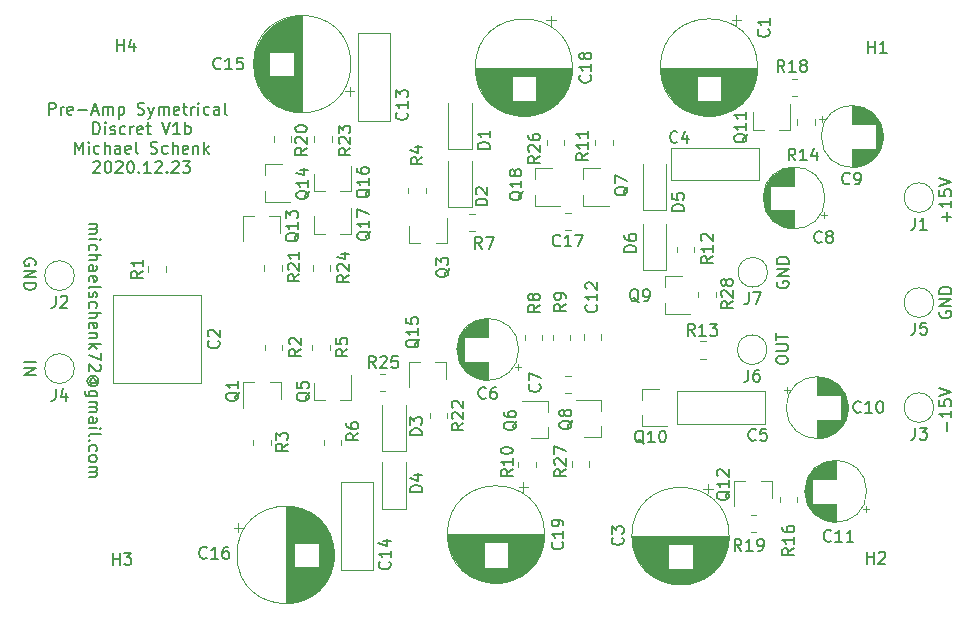
<source format=gbr>
G04 #@! TF.GenerationSoftware,KiCad,Pcbnew,(5.1.8-0-10_14)*
G04 #@! TF.CreationDate,2020-12-23T15:48:11+01:00*
G04 #@! TF.ProjectId,pre-amp-discret,7072652d-616d-4702-9d64-697363726574,rev?*
G04 #@! TF.SameCoordinates,Original*
G04 #@! TF.FileFunction,Legend,Top*
G04 #@! TF.FilePolarity,Positive*
%FSLAX46Y46*%
G04 Gerber Fmt 4.6, Leading zero omitted, Abs format (unit mm)*
G04 Created by KiCad (PCBNEW (5.1.8-0-10_14)) date 2020-12-23 15:48:11*
%MOMM*%
%LPD*%
G01*
G04 APERTURE LIST*
%ADD10C,0.150000*%
%ADD11C,0.120000*%
G04 APERTURE END LIST*
D10*
X200731428Y-132825904D02*
X200731428Y-132064000D01*
X201112380Y-131064000D02*
X201112380Y-131635428D01*
X201112380Y-131349714D02*
X200112380Y-131349714D01*
X200255238Y-131444952D01*
X200350476Y-131540190D01*
X200398095Y-131635428D01*
X200112380Y-130159238D02*
X200112380Y-130635428D01*
X200588571Y-130683047D01*
X200540952Y-130635428D01*
X200493333Y-130540190D01*
X200493333Y-130302095D01*
X200540952Y-130206857D01*
X200588571Y-130159238D01*
X200683809Y-130111619D01*
X200921904Y-130111619D01*
X201017142Y-130159238D01*
X201064761Y-130206857D01*
X201112380Y-130302095D01*
X201112380Y-130540190D01*
X201064761Y-130635428D01*
X201017142Y-130683047D01*
X200112380Y-129825904D02*
X201112380Y-129492571D01*
X200112380Y-129159238D01*
X128097019Y-115244314D02*
X128763685Y-115244314D01*
X128668447Y-115244314D02*
X128716066Y-115291933D01*
X128763685Y-115387171D01*
X128763685Y-115530028D01*
X128716066Y-115625266D01*
X128620828Y-115672885D01*
X128097019Y-115672885D01*
X128620828Y-115672885D02*
X128716066Y-115720504D01*
X128763685Y-115815742D01*
X128763685Y-115958600D01*
X128716066Y-116053838D01*
X128620828Y-116101457D01*
X128097019Y-116101457D01*
X128097019Y-116577647D02*
X128763685Y-116577647D01*
X129097019Y-116577647D02*
X129049400Y-116530028D01*
X129001780Y-116577647D01*
X129049400Y-116625266D01*
X129097019Y-116577647D01*
X129001780Y-116577647D01*
X128144638Y-117482409D02*
X128097019Y-117387171D01*
X128097019Y-117196695D01*
X128144638Y-117101457D01*
X128192257Y-117053838D01*
X128287495Y-117006219D01*
X128573209Y-117006219D01*
X128668447Y-117053838D01*
X128716066Y-117101457D01*
X128763685Y-117196695D01*
X128763685Y-117387171D01*
X128716066Y-117482409D01*
X128097019Y-117910980D02*
X129097019Y-117910980D01*
X128097019Y-118339552D02*
X128620828Y-118339552D01*
X128716066Y-118291933D01*
X128763685Y-118196695D01*
X128763685Y-118053838D01*
X128716066Y-117958600D01*
X128668447Y-117910980D01*
X128097019Y-119244314D02*
X128620828Y-119244314D01*
X128716066Y-119196695D01*
X128763685Y-119101457D01*
X128763685Y-118910980D01*
X128716066Y-118815742D01*
X128144638Y-119244314D02*
X128097019Y-119149076D01*
X128097019Y-118910980D01*
X128144638Y-118815742D01*
X128239876Y-118768123D01*
X128335114Y-118768123D01*
X128430352Y-118815742D01*
X128477971Y-118910980D01*
X128477971Y-119149076D01*
X128525590Y-119244314D01*
X128144638Y-120101457D02*
X128097019Y-120006219D01*
X128097019Y-119815742D01*
X128144638Y-119720504D01*
X128239876Y-119672885D01*
X128620828Y-119672885D01*
X128716066Y-119720504D01*
X128763685Y-119815742D01*
X128763685Y-120006219D01*
X128716066Y-120101457D01*
X128620828Y-120149076D01*
X128525590Y-120149076D01*
X128430352Y-119672885D01*
X128097019Y-120720504D02*
X128144638Y-120625266D01*
X128239876Y-120577647D01*
X129097019Y-120577647D01*
X128144638Y-121053838D02*
X128097019Y-121149076D01*
X128097019Y-121339552D01*
X128144638Y-121434790D01*
X128239876Y-121482409D01*
X128287495Y-121482409D01*
X128382733Y-121434790D01*
X128430352Y-121339552D01*
X128430352Y-121196695D01*
X128477971Y-121101457D01*
X128573209Y-121053838D01*
X128620828Y-121053838D01*
X128716066Y-121101457D01*
X128763685Y-121196695D01*
X128763685Y-121339552D01*
X128716066Y-121434790D01*
X128144638Y-122339552D02*
X128097019Y-122244314D01*
X128097019Y-122053838D01*
X128144638Y-121958600D01*
X128192257Y-121910980D01*
X128287495Y-121863361D01*
X128573209Y-121863361D01*
X128668447Y-121910980D01*
X128716066Y-121958600D01*
X128763685Y-122053838D01*
X128763685Y-122244314D01*
X128716066Y-122339552D01*
X128097019Y-122768123D02*
X129097019Y-122768123D01*
X128097019Y-123196695D02*
X128620828Y-123196695D01*
X128716066Y-123149076D01*
X128763685Y-123053838D01*
X128763685Y-122910980D01*
X128716066Y-122815742D01*
X128668447Y-122768123D01*
X128144638Y-124053838D02*
X128097019Y-123958600D01*
X128097019Y-123768123D01*
X128144638Y-123672885D01*
X128239876Y-123625266D01*
X128620828Y-123625266D01*
X128716066Y-123672885D01*
X128763685Y-123768123D01*
X128763685Y-123958600D01*
X128716066Y-124053838D01*
X128620828Y-124101457D01*
X128525590Y-124101457D01*
X128430352Y-123625266D01*
X128763685Y-124530028D02*
X128097019Y-124530028D01*
X128668447Y-124530028D02*
X128716066Y-124577647D01*
X128763685Y-124672885D01*
X128763685Y-124815742D01*
X128716066Y-124910980D01*
X128620828Y-124958600D01*
X128097019Y-124958600D01*
X128097019Y-125434790D02*
X129097019Y-125434790D01*
X128477971Y-125530028D02*
X128097019Y-125815742D01*
X128763685Y-125815742D02*
X128382733Y-125434790D01*
X129097019Y-126149076D02*
X129097019Y-126815742D01*
X128097019Y-126387171D01*
X129001780Y-127149076D02*
X129049400Y-127196695D01*
X129097019Y-127291933D01*
X129097019Y-127530028D01*
X129049400Y-127625266D01*
X129001780Y-127672885D01*
X128906542Y-127720504D01*
X128811304Y-127720504D01*
X128668447Y-127672885D01*
X128097019Y-127101457D01*
X128097019Y-127720504D01*
X128573209Y-128768123D02*
X128620828Y-128720504D01*
X128668447Y-128625266D01*
X128668447Y-128530028D01*
X128620828Y-128434790D01*
X128573209Y-128387171D01*
X128477971Y-128339552D01*
X128382733Y-128339552D01*
X128287495Y-128387171D01*
X128239876Y-128434790D01*
X128192257Y-128530028D01*
X128192257Y-128625266D01*
X128239876Y-128720504D01*
X128287495Y-128768123D01*
X128668447Y-128768123D02*
X128287495Y-128768123D01*
X128239876Y-128815742D01*
X128239876Y-128863361D01*
X128287495Y-128958600D01*
X128382733Y-129006219D01*
X128620828Y-129006219D01*
X128763685Y-128910980D01*
X128858923Y-128768123D01*
X128906542Y-128577647D01*
X128858923Y-128387171D01*
X128763685Y-128244314D01*
X128620828Y-128149076D01*
X128430352Y-128101457D01*
X128239876Y-128149076D01*
X128097019Y-128244314D01*
X128001780Y-128387171D01*
X127954161Y-128577647D01*
X128001780Y-128768123D01*
X128097019Y-128910980D01*
X128763685Y-129863361D02*
X127954161Y-129863361D01*
X127858923Y-129815742D01*
X127811304Y-129768123D01*
X127763685Y-129672885D01*
X127763685Y-129530028D01*
X127811304Y-129434790D01*
X128144638Y-129863361D02*
X128097019Y-129768123D01*
X128097019Y-129577647D01*
X128144638Y-129482409D01*
X128192257Y-129434790D01*
X128287495Y-129387171D01*
X128573209Y-129387171D01*
X128668447Y-129434790D01*
X128716066Y-129482409D01*
X128763685Y-129577647D01*
X128763685Y-129768123D01*
X128716066Y-129863361D01*
X128097019Y-130339552D02*
X128763685Y-130339552D01*
X128668447Y-130339552D02*
X128716066Y-130387171D01*
X128763685Y-130482409D01*
X128763685Y-130625266D01*
X128716066Y-130720504D01*
X128620828Y-130768123D01*
X128097019Y-130768123D01*
X128620828Y-130768123D02*
X128716066Y-130815742D01*
X128763685Y-130910980D01*
X128763685Y-131053838D01*
X128716066Y-131149076D01*
X128620828Y-131196695D01*
X128097019Y-131196695D01*
X128097019Y-132101457D02*
X128620828Y-132101457D01*
X128716066Y-132053838D01*
X128763685Y-131958600D01*
X128763685Y-131768123D01*
X128716066Y-131672885D01*
X128144638Y-132101457D02*
X128097019Y-132006219D01*
X128097019Y-131768123D01*
X128144638Y-131672885D01*
X128239876Y-131625266D01*
X128335114Y-131625266D01*
X128430352Y-131672885D01*
X128477971Y-131768123D01*
X128477971Y-132006219D01*
X128525590Y-132101457D01*
X128097019Y-132577647D02*
X128763685Y-132577647D01*
X129097019Y-132577647D02*
X129049400Y-132530028D01*
X129001780Y-132577647D01*
X129049400Y-132625266D01*
X129097019Y-132577647D01*
X129001780Y-132577647D01*
X128097019Y-133196695D02*
X128144638Y-133101457D01*
X128239876Y-133053838D01*
X129097019Y-133053838D01*
X128192257Y-133577647D02*
X128144638Y-133625266D01*
X128097019Y-133577647D01*
X128144638Y-133530028D01*
X128192257Y-133577647D01*
X128097019Y-133577647D01*
X128144638Y-134482409D02*
X128097019Y-134387171D01*
X128097019Y-134196695D01*
X128144638Y-134101457D01*
X128192257Y-134053838D01*
X128287495Y-134006219D01*
X128573209Y-134006219D01*
X128668447Y-134053838D01*
X128716066Y-134101457D01*
X128763685Y-134196695D01*
X128763685Y-134387171D01*
X128716066Y-134482409D01*
X128097019Y-135053838D02*
X128144638Y-134958600D01*
X128192257Y-134910980D01*
X128287495Y-134863361D01*
X128573209Y-134863361D01*
X128668447Y-134910980D01*
X128716066Y-134958600D01*
X128763685Y-135053838D01*
X128763685Y-135196695D01*
X128716066Y-135291933D01*
X128668447Y-135339552D01*
X128573209Y-135387171D01*
X128287495Y-135387171D01*
X128192257Y-135339552D01*
X128144638Y-135291933D01*
X128097019Y-135196695D01*
X128097019Y-135053838D01*
X128097019Y-135815742D02*
X128763685Y-135815742D01*
X128668447Y-135815742D02*
X128716066Y-135863361D01*
X128763685Y-135958600D01*
X128763685Y-136101457D01*
X128716066Y-136196695D01*
X128620828Y-136244314D01*
X128097019Y-136244314D01*
X128620828Y-136244314D02*
X128716066Y-136291933D01*
X128763685Y-136387171D01*
X128763685Y-136530028D01*
X128716066Y-136625266D01*
X128620828Y-136672885D01*
X128097019Y-136672885D01*
X124705457Y-106003580D02*
X124705457Y-105003580D01*
X125086409Y-105003580D01*
X125181647Y-105051200D01*
X125229266Y-105098819D01*
X125276885Y-105194057D01*
X125276885Y-105336914D01*
X125229266Y-105432152D01*
X125181647Y-105479771D01*
X125086409Y-105527390D01*
X124705457Y-105527390D01*
X125705457Y-106003580D02*
X125705457Y-105336914D01*
X125705457Y-105527390D02*
X125753076Y-105432152D01*
X125800695Y-105384533D01*
X125895933Y-105336914D01*
X125991171Y-105336914D01*
X126705457Y-105955961D02*
X126610219Y-106003580D01*
X126419742Y-106003580D01*
X126324504Y-105955961D01*
X126276885Y-105860723D01*
X126276885Y-105479771D01*
X126324504Y-105384533D01*
X126419742Y-105336914D01*
X126610219Y-105336914D01*
X126705457Y-105384533D01*
X126753076Y-105479771D01*
X126753076Y-105575009D01*
X126276885Y-105670247D01*
X127181647Y-105622628D02*
X127943552Y-105622628D01*
X128372123Y-105717866D02*
X128848314Y-105717866D01*
X128276885Y-106003580D02*
X128610219Y-105003580D01*
X128943552Y-106003580D01*
X129276885Y-106003580D02*
X129276885Y-105336914D01*
X129276885Y-105432152D02*
X129324504Y-105384533D01*
X129419742Y-105336914D01*
X129562600Y-105336914D01*
X129657838Y-105384533D01*
X129705457Y-105479771D01*
X129705457Y-106003580D01*
X129705457Y-105479771D02*
X129753076Y-105384533D01*
X129848314Y-105336914D01*
X129991171Y-105336914D01*
X130086409Y-105384533D01*
X130134028Y-105479771D01*
X130134028Y-106003580D01*
X130610219Y-105336914D02*
X130610219Y-106336914D01*
X130610219Y-105384533D02*
X130705457Y-105336914D01*
X130895933Y-105336914D01*
X130991171Y-105384533D01*
X131038790Y-105432152D01*
X131086409Y-105527390D01*
X131086409Y-105813104D01*
X131038790Y-105908342D01*
X130991171Y-105955961D01*
X130895933Y-106003580D01*
X130705457Y-106003580D01*
X130610219Y-105955961D01*
X132229266Y-105955961D02*
X132372123Y-106003580D01*
X132610219Y-106003580D01*
X132705457Y-105955961D01*
X132753076Y-105908342D01*
X132800695Y-105813104D01*
X132800695Y-105717866D01*
X132753076Y-105622628D01*
X132705457Y-105575009D01*
X132610219Y-105527390D01*
X132419742Y-105479771D01*
X132324504Y-105432152D01*
X132276885Y-105384533D01*
X132229266Y-105289295D01*
X132229266Y-105194057D01*
X132276885Y-105098819D01*
X132324504Y-105051200D01*
X132419742Y-105003580D01*
X132657838Y-105003580D01*
X132800695Y-105051200D01*
X133134028Y-105336914D02*
X133372123Y-106003580D01*
X133610219Y-105336914D02*
X133372123Y-106003580D01*
X133276885Y-106241676D01*
X133229266Y-106289295D01*
X133134028Y-106336914D01*
X133991171Y-106003580D02*
X133991171Y-105336914D01*
X133991171Y-105432152D02*
X134038790Y-105384533D01*
X134134028Y-105336914D01*
X134276885Y-105336914D01*
X134372123Y-105384533D01*
X134419742Y-105479771D01*
X134419742Y-106003580D01*
X134419742Y-105479771D02*
X134467361Y-105384533D01*
X134562600Y-105336914D01*
X134705457Y-105336914D01*
X134800695Y-105384533D01*
X134848314Y-105479771D01*
X134848314Y-106003580D01*
X135705457Y-105955961D02*
X135610219Y-106003580D01*
X135419742Y-106003580D01*
X135324504Y-105955961D01*
X135276885Y-105860723D01*
X135276885Y-105479771D01*
X135324504Y-105384533D01*
X135419742Y-105336914D01*
X135610219Y-105336914D01*
X135705457Y-105384533D01*
X135753076Y-105479771D01*
X135753076Y-105575009D01*
X135276885Y-105670247D01*
X136038790Y-105336914D02*
X136419742Y-105336914D01*
X136181647Y-105003580D02*
X136181647Y-105860723D01*
X136229266Y-105955961D01*
X136324504Y-106003580D01*
X136419742Y-106003580D01*
X136753076Y-106003580D02*
X136753076Y-105336914D01*
X136753076Y-105527390D02*
X136800695Y-105432152D01*
X136848314Y-105384533D01*
X136943552Y-105336914D01*
X137038790Y-105336914D01*
X137372123Y-106003580D02*
X137372123Y-105336914D01*
X137372123Y-105003580D02*
X137324504Y-105051200D01*
X137372123Y-105098819D01*
X137419742Y-105051200D01*
X137372123Y-105003580D01*
X137372123Y-105098819D01*
X138276885Y-105955961D02*
X138181647Y-106003580D01*
X137991171Y-106003580D01*
X137895933Y-105955961D01*
X137848314Y-105908342D01*
X137800695Y-105813104D01*
X137800695Y-105527390D01*
X137848314Y-105432152D01*
X137895933Y-105384533D01*
X137991171Y-105336914D01*
X138181647Y-105336914D01*
X138276885Y-105384533D01*
X139134028Y-106003580D02*
X139134028Y-105479771D01*
X139086409Y-105384533D01*
X138991171Y-105336914D01*
X138800695Y-105336914D01*
X138705457Y-105384533D01*
X139134028Y-105955961D02*
X139038790Y-106003580D01*
X138800695Y-106003580D01*
X138705457Y-105955961D01*
X138657838Y-105860723D01*
X138657838Y-105765485D01*
X138705457Y-105670247D01*
X138800695Y-105622628D01*
X139038790Y-105622628D01*
X139134028Y-105575009D01*
X139753076Y-106003580D02*
X139657838Y-105955961D01*
X139610219Y-105860723D01*
X139610219Y-105003580D01*
X128467361Y-107653580D02*
X128467361Y-106653580D01*
X128705457Y-106653580D01*
X128848314Y-106701200D01*
X128943552Y-106796438D01*
X128991171Y-106891676D01*
X129038790Y-107082152D01*
X129038790Y-107225009D01*
X128991171Y-107415485D01*
X128943552Y-107510723D01*
X128848314Y-107605961D01*
X128705457Y-107653580D01*
X128467361Y-107653580D01*
X129467361Y-107653580D02*
X129467361Y-106986914D01*
X129467361Y-106653580D02*
X129419742Y-106701200D01*
X129467361Y-106748819D01*
X129514980Y-106701200D01*
X129467361Y-106653580D01*
X129467361Y-106748819D01*
X129895933Y-107605961D02*
X129991171Y-107653580D01*
X130181647Y-107653580D01*
X130276885Y-107605961D01*
X130324504Y-107510723D01*
X130324504Y-107463104D01*
X130276885Y-107367866D01*
X130181647Y-107320247D01*
X130038790Y-107320247D01*
X129943552Y-107272628D01*
X129895933Y-107177390D01*
X129895933Y-107129771D01*
X129943552Y-107034533D01*
X130038790Y-106986914D01*
X130181647Y-106986914D01*
X130276885Y-107034533D01*
X131181647Y-107605961D02*
X131086409Y-107653580D01*
X130895933Y-107653580D01*
X130800695Y-107605961D01*
X130753076Y-107558342D01*
X130705457Y-107463104D01*
X130705457Y-107177390D01*
X130753076Y-107082152D01*
X130800695Y-107034533D01*
X130895933Y-106986914D01*
X131086409Y-106986914D01*
X131181647Y-107034533D01*
X131610219Y-107653580D02*
X131610219Y-106986914D01*
X131610219Y-107177390D02*
X131657838Y-107082152D01*
X131705457Y-107034533D01*
X131800695Y-106986914D01*
X131895933Y-106986914D01*
X132610219Y-107605961D02*
X132514980Y-107653580D01*
X132324504Y-107653580D01*
X132229266Y-107605961D01*
X132181647Y-107510723D01*
X132181647Y-107129771D01*
X132229266Y-107034533D01*
X132324504Y-106986914D01*
X132514980Y-106986914D01*
X132610219Y-107034533D01*
X132657838Y-107129771D01*
X132657838Y-107225009D01*
X132181647Y-107320247D01*
X132943552Y-106986914D02*
X133324504Y-106986914D01*
X133086409Y-106653580D02*
X133086409Y-107510723D01*
X133134028Y-107605961D01*
X133229266Y-107653580D01*
X133324504Y-107653580D01*
X134276885Y-106653580D02*
X134610219Y-107653580D01*
X134943552Y-106653580D01*
X135800695Y-107653580D02*
X135229266Y-107653580D01*
X135514980Y-107653580D02*
X135514980Y-106653580D01*
X135419742Y-106796438D01*
X135324504Y-106891676D01*
X135229266Y-106939295D01*
X136229266Y-107653580D02*
X136229266Y-106653580D01*
X136229266Y-107034533D02*
X136324504Y-106986914D01*
X136514980Y-106986914D01*
X136610219Y-107034533D01*
X136657838Y-107082152D01*
X136705457Y-107177390D01*
X136705457Y-107463104D01*
X136657838Y-107558342D01*
X136610219Y-107605961D01*
X136514980Y-107653580D01*
X136324504Y-107653580D01*
X136229266Y-107605961D01*
X126943552Y-109303580D02*
X126943552Y-108303580D01*
X127276885Y-109017866D01*
X127610219Y-108303580D01*
X127610219Y-109303580D01*
X128086409Y-109303580D02*
X128086409Y-108636914D01*
X128086409Y-108303580D02*
X128038790Y-108351200D01*
X128086409Y-108398819D01*
X128134028Y-108351200D01*
X128086409Y-108303580D01*
X128086409Y-108398819D01*
X128991171Y-109255961D02*
X128895933Y-109303580D01*
X128705457Y-109303580D01*
X128610219Y-109255961D01*
X128562600Y-109208342D01*
X128514980Y-109113104D01*
X128514980Y-108827390D01*
X128562600Y-108732152D01*
X128610219Y-108684533D01*
X128705457Y-108636914D01*
X128895933Y-108636914D01*
X128991171Y-108684533D01*
X129419742Y-109303580D02*
X129419742Y-108303580D01*
X129848314Y-109303580D02*
X129848314Y-108779771D01*
X129800695Y-108684533D01*
X129705457Y-108636914D01*
X129562600Y-108636914D01*
X129467361Y-108684533D01*
X129419742Y-108732152D01*
X130753076Y-109303580D02*
X130753076Y-108779771D01*
X130705457Y-108684533D01*
X130610219Y-108636914D01*
X130419742Y-108636914D01*
X130324504Y-108684533D01*
X130753076Y-109255961D02*
X130657838Y-109303580D01*
X130419742Y-109303580D01*
X130324504Y-109255961D01*
X130276885Y-109160723D01*
X130276885Y-109065485D01*
X130324504Y-108970247D01*
X130419742Y-108922628D01*
X130657838Y-108922628D01*
X130753076Y-108875009D01*
X131610219Y-109255961D02*
X131514980Y-109303580D01*
X131324504Y-109303580D01*
X131229266Y-109255961D01*
X131181647Y-109160723D01*
X131181647Y-108779771D01*
X131229266Y-108684533D01*
X131324504Y-108636914D01*
X131514980Y-108636914D01*
X131610219Y-108684533D01*
X131657838Y-108779771D01*
X131657838Y-108875009D01*
X131181647Y-108970247D01*
X132229266Y-109303580D02*
X132134028Y-109255961D01*
X132086409Y-109160723D01*
X132086409Y-108303580D01*
X133324504Y-109255961D02*
X133467361Y-109303580D01*
X133705457Y-109303580D01*
X133800695Y-109255961D01*
X133848314Y-109208342D01*
X133895933Y-109113104D01*
X133895933Y-109017866D01*
X133848314Y-108922628D01*
X133800695Y-108875009D01*
X133705457Y-108827390D01*
X133514980Y-108779771D01*
X133419742Y-108732152D01*
X133372123Y-108684533D01*
X133324504Y-108589295D01*
X133324504Y-108494057D01*
X133372123Y-108398819D01*
X133419742Y-108351200D01*
X133514980Y-108303580D01*
X133753076Y-108303580D01*
X133895933Y-108351200D01*
X134753076Y-109255961D02*
X134657838Y-109303580D01*
X134467361Y-109303580D01*
X134372123Y-109255961D01*
X134324504Y-109208342D01*
X134276885Y-109113104D01*
X134276885Y-108827390D01*
X134324504Y-108732152D01*
X134372123Y-108684533D01*
X134467361Y-108636914D01*
X134657838Y-108636914D01*
X134753076Y-108684533D01*
X135181647Y-109303580D02*
X135181647Y-108303580D01*
X135610219Y-109303580D02*
X135610219Y-108779771D01*
X135562600Y-108684533D01*
X135467361Y-108636914D01*
X135324504Y-108636914D01*
X135229266Y-108684533D01*
X135181647Y-108732152D01*
X136467361Y-109255961D02*
X136372123Y-109303580D01*
X136181647Y-109303580D01*
X136086409Y-109255961D01*
X136038790Y-109160723D01*
X136038790Y-108779771D01*
X136086409Y-108684533D01*
X136181647Y-108636914D01*
X136372123Y-108636914D01*
X136467361Y-108684533D01*
X136514980Y-108779771D01*
X136514980Y-108875009D01*
X136038790Y-108970247D01*
X136943552Y-108636914D02*
X136943552Y-109303580D01*
X136943552Y-108732152D02*
X136991171Y-108684533D01*
X137086409Y-108636914D01*
X137229266Y-108636914D01*
X137324504Y-108684533D01*
X137372123Y-108779771D01*
X137372123Y-109303580D01*
X137848314Y-109303580D02*
X137848314Y-108303580D01*
X137943552Y-108922628D02*
X138229266Y-109303580D01*
X138229266Y-108636914D02*
X137848314Y-109017866D01*
X128467361Y-110048819D02*
X128514980Y-110001200D01*
X128610219Y-109953580D01*
X128848314Y-109953580D01*
X128943552Y-110001200D01*
X128991171Y-110048819D01*
X129038790Y-110144057D01*
X129038790Y-110239295D01*
X128991171Y-110382152D01*
X128419742Y-110953580D01*
X129038790Y-110953580D01*
X129657838Y-109953580D02*
X129753076Y-109953580D01*
X129848314Y-110001200D01*
X129895933Y-110048819D01*
X129943552Y-110144057D01*
X129991171Y-110334533D01*
X129991171Y-110572628D01*
X129943552Y-110763104D01*
X129895933Y-110858342D01*
X129848314Y-110905961D01*
X129753076Y-110953580D01*
X129657838Y-110953580D01*
X129562600Y-110905961D01*
X129514980Y-110858342D01*
X129467361Y-110763104D01*
X129419742Y-110572628D01*
X129419742Y-110334533D01*
X129467361Y-110144057D01*
X129514980Y-110048819D01*
X129562600Y-110001200D01*
X129657838Y-109953580D01*
X130372123Y-110048819D02*
X130419742Y-110001200D01*
X130514980Y-109953580D01*
X130753076Y-109953580D01*
X130848314Y-110001200D01*
X130895933Y-110048819D01*
X130943552Y-110144057D01*
X130943552Y-110239295D01*
X130895933Y-110382152D01*
X130324504Y-110953580D01*
X130943552Y-110953580D01*
X131562600Y-109953580D02*
X131657838Y-109953580D01*
X131753076Y-110001200D01*
X131800695Y-110048819D01*
X131848314Y-110144057D01*
X131895933Y-110334533D01*
X131895933Y-110572628D01*
X131848314Y-110763104D01*
X131800695Y-110858342D01*
X131753076Y-110905961D01*
X131657838Y-110953580D01*
X131562600Y-110953580D01*
X131467361Y-110905961D01*
X131419742Y-110858342D01*
X131372123Y-110763104D01*
X131324504Y-110572628D01*
X131324504Y-110334533D01*
X131372123Y-110144057D01*
X131419742Y-110048819D01*
X131467361Y-110001200D01*
X131562600Y-109953580D01*
X132324504Y-110858342D02*
X132372123Y-110905961D01*
X132324504Y-110953580D01*
X132276885Y-110905961D01*
X132324504Y-110858342D01*
X132324504Y-110953580D01*
X133324504Y-110953580D02*
X132753076Y-110953580D01*
X133038790Y-110953580D02*
X133038790Y-109953580D01*
X132943552Y-110096438D01*
X132848314Y-110191676D01*
X132753076Y-110239295D01*
X133705457Y-110048819D02*
X133753076Y-110001200D01*
X133848314Y-109953580D01*
X134086409Y-109953580D01*
X134181647Y-110001200D01*
X134229266Y-110048819D01*
X134276885Y-110144057D01*
X134276885Y-110239295D01*
X134229266Y-110382152D01*
X133657838Y-110953580D01*
X134276885Y-110953580D01*
X134705457Y-110858342D02*
X134753076Y-110905961D01*
X134705457Y-110953580D01*
X134657838Y-110905961D01*
X134705457Y-110858342D01*
X134705457Y-110953580D01*
X135134028Y-110048819D02*
X135181647Y-110001200D01*
X135276885Y-109953580D01*
X135514980Y-109953580D01*
X135610219Y-110001200D01*
X135657838Y-110048819D01*
X135705457Y-110144057D01*
X135705457Y-110239295D01*
X135657838Y-110382152D01*
X135086409Y-110953580D01*
X135705457Y-110953580D01*
X136038790Y-109953580D02*
X136657838Y-109953580D01*
X136324504Y-110334533D01*
X136467361Y-110334533D01*
X136562600Y-110382152D01*
X136610219Y-110429771D01*
X136657838Y-110525009D01*
X136657838Y-110763104D01*
X136610219Y-110858342D01*
X136562600Y-110905961D01*
X136467361Y-110953580D01*
X136181647Y-110953580D01*
X136086409Y-110905961D01*
X136038790Y-110858342D01*
X186380500Y-120141904D02*
X186332880Y-120237142D01*
X186332880Y-120380000D01*
X186380500Y-120522857D01*
X186475738Y-120618095D01*
X186570976Y-120665714D01*
X186761452Y-120713333D01*
X186904309Y-120713333D01*
X187094785Y-120665714D01*
X187190023Y-120618095D01*
X187285261Y-120522857D01*
X187332880Y-120380000D01*
X187332880Y-120284761D01*
X187285261Y-120141904D01*
X187237642Y-120094285D01*
X186904309Y-120094285D01*
X186904309Y-120284761D01*
X187332880Y-119665714D02*
X186332880Y-119665714D01*
X187332880Y-119094285D01*
X186332880Y-119094285D01*
X187332880Y-118618095D02*
X186332880Y-118618095D01*
X186332880Y-118380000D01*
X186380500Y-118237142D01*
X186475738Y-118141904D01*
X186570976Y-118094285D01*
X186761452Y-118046666D01*
X186904309Y-118046666D01*
X187094785Y-118094285D01*
X187190023Y-118141904D01*
X187285261Y-118237142D01*
X187332880Y-118380000D01*
X187332880Y-118618095D01*
X186269380Y-126857000D02*
X186269380Y-126666523D01*
X186317000Y-126571285D01*
X186412238Y-126476047D01*
X186602714Y-126428428D01*
X186936047Y-126428428D01*
X187126523Y-126476047D01*
X187221761Y-126571285D01*
X187269380Y-126666523D01*
X187269380Y-126857000D01*
X187221761Y-126952238D01*
X187126523Y-127047476D01*
X186936047Y-127095095D01*
X186602714Y-127095095D01*
X186412238Y-127047476D01*
X186317000Y-126952238D01*
X186269380Y-126857000D01*
X186269380Y-125999857D02*
X187078904Y-125999857D01*
X187174142Y-125952238D01*
X187221761Y-125904619D01*
X187269380Y-125809380D01*
X187269380Y-125618904D01*
X187221761Y-125523666D01*
X187174142Y-125476047D01*
X187078904Y-125428428D01*
X186269380Y-125428428D01*
X186269380Y-125095095D02*
X186269380Y-124523666D01*
X187269380Y-124809380D02*
X186269380Y-124809380D01*
X123563000Y-118745095D02*
X123610619Y-118649857D01*
X123610619Y-118507000D01*
X123563000Y-118364142D01*
X123467761Y-118268904D01*
X123372523Y-118221285D01*
X123182047Y-118173666D01*
X123039190Y-118173666D01*
X122848714Y-118221285D01*
X122753476Y-118268904D01*
X122658238Y-118364142D01*
X122610619Y-118507000D01*
X122610619Y-118602238D01*
X122658238Y-118745095D01*
X122705857Y-118792714D01*
X123039190Y-118792714D01*
X123039190Y-118602238D01*
X122610619Y-119221285D02*
X123610619Y-119221285D01*
X122610619Y-119792714D01*
X123610619Y-119792714D01*
X122610619Y-120268904D02*
X123610619Y-120268904D01*
X123610619Y-120507000D01*
X123563000Y-120649857D01*
X123467761Y-120745095D01*
X123372523Y-120792714D01*
X123182047Y-120840333D01*
X123039190Y-120840333D01*
X122848714Y-120792714D01*
X122753476Y-120745095D01*
X122658238Y-120649857D01*
X122610619Y-120507000D01*
X122610619Y-120268904D01*
X122610619Y-126984190D02*
X123610619Y-126984190D01*
X122610619Y-127460380D02*
X123610619Y-127460380D01*
X122610619Y-128031809D01*
X123610619Y-128031809D01*
X200160000Y-122681904D02*
X200112380Y-122777142D01*
X200112380Y-122920000D01*
X200160000Y-123062857D01*
X200255238Y-123158095D01*
X200350476Y-123205714D01*
X200540952Y-123253333D01*
X200683809Y-123253333D01*
X200874285Y-123205714D01*
X200969523Y-123158095D01*
X201064761Y-123062857D01*
X201112380Y-122920000D01*
X201112380Y-122824761D01*
X201064761Y-122681904D01*
X201017142Y-122634285D01*
X200683809Y-122634285D01*
X200683809Y-122824761D01*
X201112380Y-122205714D02*
X200112380Y-122205714D01*
X201112380Y-121634285D01*
X200112380Y-121634285D01*
X201112380Y-121158095D02*
X200112380Y-121158095D01*
X200112380Y-120920000D01*
X200160000Y-120777142D01*
X200255238Y-120681904D01*
X200350476Y-120634285D01*
X200540952Y-120586666D01*
X200683809Y-120586666D01*
X200874285Y-120634285D01*
X200969523Y-120681904D01*
X201064761Y-120777142D01*
X201112380Y-120920000D01*
X201112380Y-121158095D01*
X200731428Y-115045904D02*
X200731428Y-114284000D01*
X201112380Y-114664952D02*
X200350476Y-114664952D01*
X201112380Y-113284000D02*
X201112380Y-113855428D01*
X201112380Y-113569714D02*
X200112380Y-113569714D01*
X200255238Y-113664952D01*
X200350476Y-113760190D01*
X200398095Y-113855428D01*
X200112380Y-112379238D02*
X200112380Y-112855428D01*
X200588571Y-112903047D01*
X200540952Y-112855428D01*
X200493333Y-112760190D01*
X200493333Y-112522095D01*
X200540952Y-112426857D01*
X200588571Y-112379238D01*
X200683809Y-112331619D01*
X200921904Y-112331619D01*
X201017142Y-112379238D01*
X201064761Y-112426857D01*
X201112380Y-112522095D01*
X201112380Y-112760190D01*
X201064761Y-112855428D01*
X201017142Y-112903047D01*
X200112380Y-112045904D02*
X201112380Y-111712571D01*
X200112380Y-111379238D01*
D11*
X188060000Y-138800064D02*
X188060000Y-138345936D01*
X186590000Y-138800064D02*
X186590000Y-138345936D01*
X166680000Y-141551600D02*
G75*
G03*
X166680000Y-141551600I-4120000J0D01*
G01*
X166640000Y-141551600D02*
X158480000Y-141551600D01*
X166640000Y-141591600D02*
X158480000Y-141591600D01*
X166640000Y-141631600D02*
X158480000Y-141631600D01*
X166639000Y-141671600D02*
X158481000Y-141671600D01*
X166637000Y-141711600D02*
X158483000Y-141711600D01*
X166636000Y-141751600D02*
X158484000Y-141751600D01*
X166634000Y-141791600D02*
X158486000Y-141791600D01*
X166631000Y-141831600D02*
X158489000Y-141831600D01*
X166628000Y-141871600D02*
X158492000Y-141871600D01*
X166625000Y-141911600D02*
X158495000Y-141911600D01*
X166621000Y-141951600D02*
X158499000Y-141951600D01*
X166617000Y-141991600D02*
X158503000Y-141991600D01*
X166612000Y-142031600D02*
X158508000Y-142031600D01*
X166608000Y-142071600D02*
X158512000Y-142071600D01*
X166602000Y-142111600D02*
X158518000Y-142111600D01*
X166597000Y-142151600D02*
X158523000Y-142151600D01*
X166590000Y-142191600D02*
X158530000Y-142191600D01*
X166584000Y-142231600D02*
X158536000Y-142231600D01*
X166577000Y-142272600D02*
X163600000Y-142272600D01*
X161520000Y-142272600D02*
X158543000Y-142272600D01*
X166570000Y-142312600D02*
X163600000Y-142312600D01*
X161520000Y-142312600D02*
X158550000Y-142312600D01*
X166562000Y-142352600D02*
X163600000Y-142352600D01*
X161520000Y-142352600D02*
X158558000Y-142352600D01*
X166554000Y-142392600D02*
X163600000Y-142392600D01*
X161520000Y-142392600D02*
X158566000Y-142392600D01*
X166545000Y-142432600D02*
X163600000Y-142432600D01*
X161520000Y-142432600D02*
X158575000Y-142432600D01*
X166536000Y-142472600D02*
X163600000Y-142472600D01*
X161520000Y-142472600D02*
X158584000Y-142472600D01*
X166527000Y-142512600D02*
X163600000Y-142512600D01*
X161520000Y-142512600D02*
X158593000Y-142512600D01*
X166517000Y-142552600D02*
X163600000Y-142552600D01*
X161520000Y-142552600D02*
X158603000Y-142552600D01*
X166507000Y-142592600D02*
X163600000Y-142592600D01*
X161520000Y-142592600D02*
X158613000Y-142592600D01*
X166496000Y-142632600D02*
X163600000Y-142632600D01*
X161520000Y-142632600D02*
X158624000Y-142632600D01*
X166485000Y-142672600D02*
X163600000Y-142672600D01*
X161520000Y-142672600D02*
X158635000Y-142672600D01*
X166474000Y-142712600D02*
X163600000Y-142712600D01*
X161520000Y-142712600D02*
X158646000Y-142712600D01*
X166462000Y-142752600D02*
X163600000Y-142752600D01*
X161520000Y-142752600D02*
X158658000Y-142752600D01*
X166449000Y-142792600D02*
X163600000Y-142792600D01*
X161520000Y-142792600D02*
X158671000Y-142792600D01*
X166437000Y-142832600D02*
X163600000Y-142832600D01*
X161520000Y-142832600D02*
X158683000Y-142832600D01*
X166423000Y-142872600D02*
X163600000Y-142872600D01*
X161520000Y-142872600D02*
X158697000Y-142872600D01*
X166410000Y-142912600D02*
X163600000Y-142912600D01*
X161520000Y-142912600D02*
X158710000Y-142912600D01*
X166395000Y-142952600D02*
X163600000Y-142952600D01*
X161520000Y-142952600D02*
X158725000Y-142952600D01*
X166381000Y-142992600D02*
X163600000Y-142992600D01*
X161520000Y-142992600D02*
X158739000Y-142992600D01*
X166365000Y-143032600D02*
X163600000Y-143032600D01*
X161520000Y-143032600D02*
X158755000Y-143032600D01*
X166350000Y-143072600D02*
X163600000Y-143072600D01*
X161520000Y-143072600D02*
X158770000Y-143072600D01*
X166334000Y-143112600D02*
X163600000Y-143112600D01*
X161520000Y-143112600D02*
X158786000Y-143112600D01*
X166317000Y-143152600D02*
X163600000Y-143152600D01*
X161520000Y-143152600D02*
X158803000Y-143152600D01*
X166300000Y-143192600D02*
X163600000Y-143192600D01*
X161520000Y-143192600D02*
X158820000Y-143192600D01*
X166282000Y-143232600D02*
X163600000Y-143232600D01*
X161520000Y-143232600D02*
X158838000Y-143232600D01*
X166264000Y-143272600D02*
X163600000Y-143272600D01*
X161520000Y-143272600D02*
X158856000Y-143272600D01*
X166246000Y-143312600D02*
X163600000Y-143312600D01*
X161520000Y-143312600D02*
X158874000Y-143312600D01*
X166226000Y-143352600D02*
X163600000Y-143352600D01*
X161520000Y-143352600D02*
X158894000Y-143352600D01*
X166207000Y-143392600D02*
X163600000Y-143392600D01*
X161520000Y-143392600D02*
X158913000Y-143392600D01*
X166187000Y-143432600D02*
X163600000Y-143432600D01*
X161520000Y-143432600D02*
X158933000Y-143432600D01*
X166166000Y-143472600D02*
X163600000Y-143472600D01*
X161520000Y-143472600D02*
X158954000Y-143472600D01*
X166144000Y-143512600D02*
X163600000Y-143512600D01*
X161520000Y-143512600D02*
X158976000Y-143512600D01*
X166122000Y-143552600D02*
X163600000Y-143552600D01*
X161520000Y-143552600D02*
X158998000Y-143552600D01*
X166100000Y-143592600D02*
X163600000Y-143592600D01*
X161520000Y-143592600D02*
X159020000Y-143592600D01*
X166077000Y-143632600D02*
X163600000Y-143632600D01*
X161520000Y-143632600D02*
X159043000Y-143632600D01*
X166053000Y-143672600D02*
X163600000Y-143672600D01*
X161520000Y-143672600D02*
X159067000Y-143672600D01*
X166029000Y-143712600D02*
X163600000Y-143712600D01*
X161520000Y-143712600D02*
X159091000Y-143712600D01*
X166004000Y-143752600D02*
X163600000Y-143752600D01*
X161520000Y-143752600D02*
X159116000Y-143752600D01*
X165978000Y-143792600D02*
X163600000Y-143792600D01*
X161520000Y-143792600D02*
X159142000Y-143792600D01*
X165952000Y-143832600D02*
X163600000Y-143832600D01*
X161520000Y-143832600D02*
X159168000Y-143832600D01*
X165925000Y-143872600D02*
X163600000Y-143872600D01*
X161520000Y-143872600D02*
X159195000Y-143872600D01*
X165898000Y-143912600D02*
X163600000Y-143912600D01*
X161520000Y-143912600D02*
X159222000Y-143912600D01*
X165869000Y-143952600D02*
X163600000Y-143952600D01*
X161520000Y-143952600D02*
X159251000Y-143952600D01*
X165840000Y-143992600D02*
X163600000Y-143992600D01*
X161520000Y-143992600D02*
X159280000Y-143992600D01*
X165810000Y-144032600D02*
X163600000Y-144032600D01*
X161520000Y-144032600D02*
X159310000Y-144032600D01*
X165780000Y-144072600D02*
X163600000Y-144072600D01*
X161520000Y-144072600D02*
X159340000Y-144072600D01*
X165749000Y-144112600D02*
X163600000Y-144112600D01*
X161520000Y-144112600D02*
X159371000Y-144112600D01*
X165716000Y-144152600D02*
X163600000Y-144152600D01*
X161520000Y-144152600D02*
X159404000Y-144152600D01*
X165684000Y-144192600D02*
X163600000Y-144192600D01*
X161520000Y-144192600D02*
X159436000Y-144192600D01*
X165650000Y-144232600D02*
X163600000Y-144232600D01*
X161520000Y-144232600D02*
X159470000Y-144232600D01*
X165615000Y-144272600D02*
X163600000Y-144272600D01*
X161520000Y-144272600D02*
X159505000Y-144272600D01*
X165579000Y-144312600D02*
X163600000Y-144312600D01*
X161520000Y-144312600D02*
X159541000Y-144312600D01*
X165543000Y-144352600D02*
X159577000Y-144352600D01*
X165505000Y-144392600D02*
X159615000Y-144392600D01*
X165467000Y-144432600D02*
X159653000Y-144432600D01*
X165427000Y-144472600D02*
X159693000Y-144472600D01*
X165386000Y-144512600D02*
X159734000Y-144512600D01*
X165344000Y-144552600D02*
X159776000Y-144552600D01*
X165301000Y-144592600D02*
X159819000Y-144592600D01*
X165257000Y-144632600D02*
X159863000Y-144632600D01*
X165211000Y-144672600D02*
X159909000Y-144672600D01*
X165164000Y-144712600D02*
X159956000Y-144712600D01*
X165116000Y-144752600D02*
X160004000Y-144752600D01*
X165065000Y-144792600D02*
X160055000Y-144792600D01*
X165014000Y-144832600D02*
X160106000Y-144832600D01*
X164960000Y-144872600D02*
X160160000Y-144872600D01*
X164905000Y-144912600D02*
X160215000Y-144912600D01*
X164847000Y-144952600D02*
X160273000Y-144952600D01*
X164788000Y-144992600D02*
X160332000Y-144992600D01*
X164726000Y-145032600D02*
X160394000Y-145032600D01*
X164662000Y-145072600D02*
X160458000Y-145072600D01*
X164594000Y-145112600D02*
X160526000Y-145112600D01*
X164524000Y-145152600D02*
X160596000Y-145152600D01*
X164450000Y-145192600D02*
X160670000Y-145192600D01*
X164373000Y-145232600D02*
X160747000Y-145232600D01*
X164291000Y-145272600D02*
X160829000Y-145272600D01*
X164205000Y-145312600D02*
X160915000Y-145312600D01*
X164112000Y-145352600D02*
X161008000Y-145352600D01*
X164013000Y-145392600D02*
X161107000Y-145392600D01*
X163906000Y-145432600D02*
X161214000Y-145432600D01*
X163789000Y-145472600D02*
X161331000Y-145472600D01*
X163658000Y-145512600D02*
X161462000Y-145512600D01*
X163508000Y-145552600D02*
X161612000Y-145552600D01*
X163328000Y-145592600D02*
X161792000Y-145592600D01*
X163093000Y-145632600D02*
X162027000Y-145632600D01*
X164875000Y-137141902D02*
X164875000Y-137941902D01*
X165275000Y-137541902D02*
X164475000Y-137541902D01*
X169042200Y-102029200D02*
G75*
G03*
X169042200Y-102029200I-4120000J0D01*
G01*
X169002200Y-102029200D02*
X160842200Y-102029200D01*
X169002200Y-102069200D02*
X160842200Y-102069200D01*
X169002200Y-102109200D02*
X160842200Y-102109200D01*
X169001200Y-102149200D02*
X160843200Y-102149200D01*
X168999200Y-102189200D02*
X160845200Y-102189200D01*
X168998200Y-102229200D02*
X160846200Y-102229200D01*
X168996200Y-102269200D02*
X160848200Y-102269200D01*
X168993200Y-102309200D02*
X160851200Y-102309200D01*
X168990200Y-102349200D02*
X160854200Y-102349200D01*
X168987200Y-102389200D02*
X160857200Y-102389200D01*
X168983200Y-102429200D02*
X160861200Y-102429200D01*
X168979200Y-102469200D02*
X160865200Y-102469200D01*
X168974200Y-102509200D02*
X160870200Y-102509200D01*
X168970200Y-102549200D02*
X160874200Y-102549200D01*
X168964200Y-102589200D02*
X160880200Y-102589200D01*
X168959200Y-102629200D02*
X160885200Y-102629200D01*
X168952200Y-102669200D02*
X160892200Y-102669200D01*
X168946200Y-102709200D02*
X160898200Y-102709200D01*
X168939200Y-102750200D02*
X165962200Y-102750200D01*
X163882200Y-102750200D02*
X160905200Y-102750200D01*
X168932200Y-102790200D02*
X165962200Y-102790200D01*
X163882200Y-102790200D02*
X160912200Y-102790200D01*
X168924200Y-102830200D02*
X165962200Y-102830200D01*
X163882200Y-102830200D02*
X160920200Y-102830200D01*
X168916200Y-102870200D02*
X165962200Y-102870200D01*
X163882200Y-102870200D02*
X160928200Y-102870200D01*
X168907200Y-102910200D02*
X165962200Y-102910200D01*
X163882200Y-102910200D02*
X160937200Y-102910200D01*
X168898200Y-102950200D02*
X165962200Y-102950200D01*
X163882200Y-102950200D02*
X160946200Y-102950200D01*
X168889200Y-102990200D02*
X165962200Y-102990200D01*
X163882200Y-102990200D02*
X160955200Y-102990200D01*
X168879200Y-103030200D02*
X165962200Y-103030200D01*
X163882200Y-103030200D02*
X160965200Y-103030200D01*
X168869200Y-103070200D02*
X165962200Y-103070200D01*
X163882200Y-103070200D02*
X160975200Y-103070200D01*
X168858200Y-103110200D02*
X165962200Y-103110200D01*
X163882200Y-103110200D02*
X160986200Y-103110200D01*
X168847200Y-103150200D02*
X165962200Y-103150200D01*
X163882200Y-103150200D02*
X160997200Y-103150200D01*
X168836200Y-103190200D02*
X165962200Y-103190200D01*
X163882200Y-103190200D02*
X161008200Y-103190200D01*
X168824200Y-103230200D02*
X165962200Y-103230200D01*
X163882200Y-103230200D02*
X161020200Y-103230200D01*
X168811200Y-103270200D02*
X165962200Y-103270200D01*
X163882200Y-103270200D02*
X161033200Y-103270200D01*
X168799200Y-103310200D02*
X165962200Y-103310200D01*
X163882200Y-103310200D02*
X161045200Y-103310200D01*
X168785200Y-103350200D02*
X165962200Y-103350200D01*
X163882200Y-103350200D02*
X161059200Y-103350200D01*
X168772200Y-103390200D02*
X165962200Y-103390200D01*
X163882200Y-103390200D02*
X161072200Y-103390200D01*
X168757200Y-103430200D02*
X165962200Y-103430200D01*
X163882200Y-103430200D02*
X161087200Y-103430200D01*
X168743200Y-103470200D02*
X165962200Y-103470200D01*
X163882200Y-103470200D02*
X161101200Y-103470200D01*
X168727200Y-103510200D02*
X165962200Y-103510200D01*
X163882200Y-103510200D02*
X161117200Y-103510200D01*
X168712200Y-103550200D02*
X165962200Y-103550200D01*
X163882200Y-103550200D02*
X161132200Y-103550200D01*
X168696200Y-103590200D02*
X165962200Y-103590200D01*
X163882200Y-103590200D02*
X161148200Y-103590200D01*
X168679200Y-103630200D02*
X165962200Y-103630200D01*
X163882200Y-103630200D02*
X161165200Y-103630200D01*
X168662200Y-103670200D02*
X165962200Y-103670200D01*
X163882200Y-103670200D02*
X161182200Y-103670200D01*
X168644200Y-103710200D02*
X165962200Y-103710200D01*
X163882200Y-103710200D02*
X161200200Y-103710200D01*
X168626200Y-103750200D02*
X165962200Y-103750200D01*
X163882200Y-103750200D02*
X161218200Y-103750200D01*
X168608200Y-103790200D02*
X165962200Y-103790200D01*
X163882200Y-103790200D02*
X161236200Y-103790200D01*
X168588200Y-103830200D02*
X165962200Y-103830200D01*
X163882200Y-103830200D02*
X161256200Y-103830200D01*
X168569200Y-103870200D02*
X165962200Y-103870200D01*
X163882200Y-103870200D02*
X161275200Y-103870200D01*
X168549200Y-103910200D02*
X165962200Y-103910200D01*
X163882200Y-103910200D02*
X161295200Y-103910200D01*
X168528200Y-103950200D02*
X165962200Y-103950200D01*
X163882200Y-103950200D02*
X161316200Y-103950200D01*
X168506200Y-103990200D02*
X165962200Y-103990200D01*
X163882200Y-103990200D02*
X161338200Y-103990200D01*
X168484200Y-104030200D02*
X165962200Y-104030200D01*
X163882200Y-104030200D02*
X161360200Y-104030200D01*
X168462200Y-104070200D02*
X165962200Y-104070200D01*
X163882200Y-104070200D02*
X161382200Y-104070200D01*
X168439200Y-104110200D02*
X165962200Y-104110200D01*
X163882200Y-104110200D02*
X161405200Y-104110200D01*
X168415200Y-104150200D02*
X165962200Y-104150200D01*
X163882200Y-104150200D02*
X161429200Y-104150200D01*
X168391200Y-104190200D02*
X165962200Y-104190200D01*
X163882200Y-104190200D02*
X161453200Y-104190200D01*
X168366200Y-104230200D02*
X165962200Y-104230200D01*
X163882200Y-104230200D02*
X161478200Y-104230200D01*
X168340200Y-104270200D02*
X165962200Y-104270200D01*
X163882200Y-104270200D02*
X161504200Y-104270200D01*
X168314200Y-104310200D02*
X165962200Y-104310200D01*
X163882200Y-104310200D02*
X161530200Y-104310200D01*
X168287200Y-104350200D02*
X165962200Y-104350200D01*
X163882200Y-104350200D02*
X161557200Y-104350200D01*
X168260200Y-104390200D02*
X165962200Y-104390200D01*
X163882200Y-104390200D02*
X161584200Y-104390200D01*
X168231200Y-104430200D02*
X165962200Y-104430200D01*
X163882200Y-104430200D02*
X161613200Y-104430200D01*
X168202200Y-104470200D02*
X165962200Y-104470200D01*
X163882200Y-104470200D02*
X161642200Y-104470200D01*
X168172200Y-104510200D02*
X165962200Y-104510200D01*
X163882200Y-104510200D02*
X161672200Y-104510200D01*
X168142200Y-104550200D02*
X165962200Y-104550200D01*
X163882200Y-104550200D02*
X161702200Y-104550200D01*
X168111200Y-104590200D02*
X165962200Y-104590200D01*
X163882200Y-104590200D02*
X161733200Y-104590200D01*
X168078200Y-104630200D02*
X165962200Y-104630200D01*
X163882200Y-104630200D02*
X161766200Y-104630200D01*
X168046200Y-104670200D02*
X165962200Y-104670200D01*
X163882200Y-104670200D02*
X161798200Y-104670200D01*
X168012200Y-104710200D02*
X165962200Y-104710200D01*
X163882200Y-104710200D02*
X161832200Y-104710200D01*
X167977200Y-104750200D02*
X165962200Y-104750200D01*
X163882200Y-104750200D02*
X161867200Y-104750200D01*
X167941200Y-104790200D02*
X165962200Y-104790200D01*
X163882200Y-104790200D02*
X161903200Y-104790200D01*
X167905200Y-104830200D02*
X161939200Y-104830200D01*
X167867200Y-104870200D02*
X161977200Y-104870200D01*
X167829200Y-104910200D02*
X162015200Y-104910200D01*
X167789200Y-104950200D02*
X162055200Y-104950200D01*
X167748200Y-104990200D02*
X162096200Y-104990200D01*
X167706200Y-105030200D02*
X162138200Y-105030200D01*
X167663200Y-105070200D02*
X162181200Y-105070200D01*
X167619200Y-105110200D02*
X162225200Y-105110200D01*
X167573200Y-105150200D02*
X162271200Y-105150200D01*
X167526200Y-105190200D02*
X162318200Y-105190200D01*
X167478200Y-105230200D02*
X162366200Y-105230200D01*
X167427200Y-105270200D02*
X162417200Y-105270200D01*
X167376200Y-105310200D02*
X162468200Y-105310200D01*
X167322200Y-105350200D02*
X162522200Y-105350200D01*
X167267200Y-105390200D02*
X162577200Y-105390200D01*
X167209200Y-105430200D02*
X162635200Y-105430200D01*
X167150200Y-105470200D02*
X162694200Y-105470200D01*
X167088200Y-105510200D02*
X162756200Y-105510200D01*
X167024200Y-105550200D02*
X162820200Y-105550200D01*
X166956200Y-105590200D02*
X162888200Y-105590200D01*
X166886200Y-105630200D02*
X162958200Y-105630200D01*
X166812200Y-105670200D02*
X163032200Y-105670200D01*
X166735200Y-105710200D02*
X163109200Y-105710200D01*
X166653200Y-105750200D02*
X163191200Y-105750200D01*
X166567200Y-105790200D02*
X163277200Y-105790200D01*
X166474200Y-105830200D02*
X163370200Y-105830200D01*
X166375200Y-105870200D02*
X163469200Y-105870200D01*
X166268200Y-105910200D02*
X163576200Y-105910200D01*
X166151200Y-105950200D02*
X163693200Y-105950200D01*
X166020200Y-105990200D02*
X163824200Y-105990200D01*
X165870200Y-106030200D02*
X163974200Y-106030200D01*
X165690200Y-106070200D02*
X164154200Y-106070200D01*
X165455200Y-106110200D02*
X164389200Y-106110200D01*
X167237200Y-97619502D02*
X167237200Y-98419502D01*
X167637200Y-98019502D02*
X166837200Y-98019502D01*
X142013000Y-133513336D02*
X142013000Y-133967464D01*
X143483000Y-133513336D02*
X143483000Y-133967464D01*
X164419575Y-127607400D02*
X164419575Y-127107400D01*
X164669575Y-127357400D02*
X164169575Y-127357400D01*
X159263800Y-126166400D02*
X159263800Y-125598400D01*
X159303800Y-126400400D02*
X159303800Y-125364400D01*
X159343800Y-126559400D02*
X159343800Y-125205400D01*
X159383800Y-126687400D02*
X159383800Y-125077400D01*
X159423800Y-126797400D02*
X159423800Y-124967400D01*
X159463800Y-126893400D02*
X159463800Y-124871400D01*
X159503800Y-126980400D02*
X159503800Y-124784400D01*
X159543800Y-127060400D02*
X159543800Y-124704400D01*
X159583800Y-127133400D02*
X159583800Y-124631400D01*
X159623800Y-127201400D02*
X159623800Y-124563400D01*
X159663800Y-127265400D02*
X159663800Y-124499400D01*
X159703800Y-127325400D02*
X159703800Y-124439400D01*
X159743800Y-127382400D02*
X159743800Y-124382400D01*
X159783800Y-127436400D02*
X159783800Y-124328400D01*
X159823800Y-127487400D02*
X159823800Y-124277400D01*
X159863800Y-124842400D02*
X159863800Y-124229400D01*
X159863800Y-127535400D02*
X159863800Y-126922400D01*
X159903800Y-124842400D02*
X159903800Y-124183400D01*
X159903800Y-127581400D02*
X159903800Y-126922400D01*
X159943800Y-124842400D02*
X159943800Y-124139400D01*
X159943800Y-127625400D02*
X159943800Y-126922400D01*
X159983800Y-124842400D02*
X159983800Y-124097400D01*
X159983800Y-127667400D02*
X159983800Y-126922400D01*
X160023800Y-124842400D02*
X160023800Y-124056400D01*
X160023800Y-127708400D02*
X160023800Y-126922400D01*
X160063800Y-124842400D02*
X160063800Y-124018400D01*
X160063800Y-127746400D02*
X160063800Y-126922400D01*
X160103800Y-124842400D02*
X160103800Y-123981400D01*
X160103800Y-127783400D02*
X160103800Y-126922400D01*
X160143800Y-124842400D02*
X160143800Y-123945400D01*
X160143800Y-127819400D02*
X160143800Y-126922400D01*
X160183800Y-124842400D02*
X160183800Y-123911400D01*
X160183800Y-127853400D02*
X160183800Y-126922400D01*
X160223800Y-124842400D02*
X160223800Y-123878400D01*
X160223800Y-127886400D02*
X160223800Y-126922400D01*
X160263800Y-124842400D02*
X160263800Y-123847400D01*
X160263800Y-127917400D02*
X160263800Y-126922400D01*
X160303800Y-124842400D02*
X160303800Y-123817400D01*
X160303800Y-127947400D02*
X160303800Y-126922400D01*
X160343800Y-124842400D02*
X160343800Y-123787400D01*
X160343800Y-127977400D02*
X160343800Y-126922400D01*
X160383800Y-124842400D02*
X160383800Y-123760400D01*
X160383800Y-128004400D02*
X160383800Y-126922400D01*
X160423800Y-124842400D02*
X160423800Y-123733400D01*
X160423800Y-128031400D02*
X160423800Y-126922400D01*
X160463800Y-124842400D02*
X160463800Y-123707400D01*
X160463800Y-128057400D02*
X160463800Y-126922400D01*
X160503800Y-124842400D02*
X160503800Y-123682400D01*
X160503800Y-128082400D02*
X160503800Y-126922400D01*
X160543800Y-124842400D02*
X160543800Y-123658400D01*
X160543800Y-128106400D02*
X160543800Y-126922400D01*
X160583800Y-124842400D02*
X160583800Y-123635400D01*
X160583800Y-128129400D02*
X160583800Y-126922400D01*
X160623800Y-124842400D02*
X160623800Y-123614400D01*
X160623800Y-128150400D02*
X160623800Y-126922400D01*
X160663800Y-124842400D02*
X160663800Y-123592400D01*
X160663800Y-128172400D02*
X160663800Y-126922400D01*
X160703800Y-124842400D02*
X160703800Y-123572400D01*
X160703800Y-128192400D02*
X160703800Y-126922400D01*
X160743800Y-124842400D02*
X160743800Y-123553400D01*
X160743800Y-128211400D02*
X160743800Y-126922400D01*
X160783800Y-124842400D02*
X160783800Y-123534400D01*
X160783800Y-128230400D02*
X160783800Y-126922400D01*
X160823800Y-124842400D02*
X160823800Y-123517400D01*
X160823800Y-128247400D02*
X160823800Y-126922400D01*
X160863800Y-124842400D02*
X160863800Y-123500400D01*
X160863800Y-128264400D02*
X160863800Y-126922400D01*
X160903800Y-124842400D02*
X160903800Y-123484400D01*
X160903800Y-128280400D02*
X160903800Y-126922400D01*
X160943800Y-124842400D02*
X160943800Y-123468400D01*
X160943800Y-128296400D02*
X160943800Y-126922400D01*
X160983800Y-124842400D02*
X160983800Y-123454400D01*
X160983800Y-128310400D02*
X160983800Y-126922400D01*
X161023800Y-124842400D02*
X161023800Y-123440400D01*
X161023800Y-128324400D02*
X161023800Y-126922400D01*
X161063800Y-124842400D02*
X161063800Y-123427400D01*
X161063800Y-128337400D02*
X161063800Y-126922400D01*
X161103800Y-124842400D02*
X161103800Y-123414400D01*
X161103800Y-128350400D02*
X161103800Y-126922400D01*
X161143800Y-124842400D02*
X161143800Y-123402400D01*
X161143800Y-128362400D02*
X161143800Y-126922400D01*
X161184800Y-124842400D02*
X161184800Y-123391400D01*
X161184800Y-128373400D02*
X161184800Y-126922400D01*
X161224800Y-124842400D02*
X161224800Y-123381400D01*
X161224800Y-128383400D02*
X161224800Y-126922400D01*
X161264800Y-124842400D02*
X161264800Y-123371400D01*
X161264800Y-128393400D02*
X161264800Y-126922400D01*
X161304800Y-124842400D02*
X161304800Y-123362400D01*
X161304800Y-128402400D02*
X161304800Y-126922400D01*
X161344800Y-124842400D02*
X161344800Y-123354400D01*
X161344800Y-128410400D02*
X161344800Y-126922400D01*
X161384800Y-124842400D02*
X161384800Y-123346400D01*
X161384800Y-128418400D02*
X161384800Y-126922400D01*
X161424800Y-124842400D02*
X161424800Y-123339400D01*
X161424800Y-128425400D02*
X161424800Y-126922400D01*
X161464800Y-124842400D02*
X161464800Y-123332400D01*
X161464800Y-128432400D02*
X161464800Y-126922400D01*
X161504800Y-124842400D02*
X161504800Y-123326400D01*
X161504800Y-128438400D02*
X161504800Y-126922400D01*
X161544800Y-124842400D02*
X161544800Y-123321400D01*
X161544800Y-128443400D02*
X161544800Y-126922400D01*
X161584800Y-124842400D02*
X161584800Y-123317400D01*
X161584800Y-128447400D02*
X161584800Y-126922400D01*
X161624800Y-124842400D02*
X161624800Y-123313400D01*
X161624800Y-128451400D02*
X161624800Y-126922400D01*
X161664800Y-124842400D02*
X161664800Y-123309400D01*
X161664800Y-128455400D02*
X161664800Y-126922400D01*
X161704800Y-124842400D02*
X161704800Y-123306400D01*
X161704800Y-128458400D02*
X161704800Y-126922400D01*
X161744800Y-124842400D02*
X161744800Y-123304400D01*
X161744800Y-128460400D02*
X161744800Y-126922400D01*
X161784800Y-124842400D02*
X161784800Y-123303400D01*
X161784800Y-128461400D02*
X161784800Y-126922400D01*
X161824800Y-128462400D02*
X161824800Y-126922400D01*
X161824800Y-124842400D02*
X161824800Y-123302400D01*
X161864800Y-128462400D02*
X161864800Y-126922400D01*
X161864800Y-124842400D02*
X161864800Y-123302400D01*
X164484800Y-125882400D02*
G75*
G03*
X164484800Y-125882400I-2620000J0D01*
G01*
X165854600Y-110550800D02*
X165854600Y-111480800D01*
X165854600Y-113710800D02*
X165854600Y-112780800D01*
X165854600Y-113710800D02*
X168014600Y-113710800D01*
X165854600Y-110550800D02*
X167314600Y-110550800D01*
X180329064Y-125185500D02*
X179874936Y-125185500D01*
X180329064Y-126655500D02*
X179874936Y-126655500D01*
X179706600Y-121451864D02*
X179706600Y-120997736D01*
X181176600Y-121451864D02*
X181176600Y-120997736D01*
X170457800Y-135367536D02*
X170457800Y-135821664D01*
X168987800Y-135367536D02*
X168987800Y-135821664D01*
X168349600Y-108119936D02*
X168349600Y-108574064D01*
X166879600Y-108119936D02*
X166879600Y-108574064D01*
X152706336Y-127966800D02*
X153160464Y-127966800D01*
X152706336Y-129436800D02*
X153160464Y-129436800D01*
X148512200Y-118755936D02*
X148512200Y-119210064D01*
X147042200Y-118755936D02*
X147042200Y-119210064D01*
X148639200Y-107840536D02*
X148639200Y-108294664D01*
X147169200Y-107840536D02*
X147169200Y-108294664D01*
X158443600Y-131278136D02*
X158443600Y-131732264D01*
X156973600Y-131278136D02*
X156973600Y-131732264D01*
X144422800Y-118755936D02*
X144422800Y-119210064D01*
X142952800Y-118755936D02*
X142952800Y-119210064D01*
X145210200Y-107840536D02*
X145210200Y-108294664D01*
X143740200Y-107840536D02*
X143740200Y-108294664D01*
X147121800Y-116085400D02*
X148051800Y-116085400D01*
X150281800Y-116085400D02*
X149351800Y-116085400D01*
X150281800Y-116085400D02*
X150281800Y-113925400D01*
X147121800Y-116085400D02*
X147121800Y-114625400D01*
X147137000Y-112510600D02*
X148067000Y-112510600D01*
X150297000Y-112510600D02*
X149367000Y-112510600D01*
X150297000Y-112510600D02*
X150297000Y-110350600D01*
X147137000Y-112510600D02*
X147137000Y-111050600D01*
X158323400Y-126935200D02*
X157393400Y-126935200D01*
X155163400Y-126935200D02*
X156093400Y-126935200D01*
X155163400Y-126935200D02*
X155163400Y-129095200D01*
X158323400Y-126935200D02*
X158323400Y-128395200D01*
X142969200Y-110220600D02*
X142969200Y-111150600D01*
X142969200Y-113380600D02*
X142969200Y-112450600D01*
X142969200Y-113380600D02*
X145129200Y-113380600D01*
X142969200Y-110220600D02*
X144429200Y-110220600D01*
X144302600Y-114572000D02*
X143372600Y-114572000D01*
X141142600Y-114572000D02*
X142072600Y-114572000D01*
X141142600Y-114572000D02*
X141142600Y-116732000D01*
X144302600Y-114572000D02*
X144302600Y-116032000D01*
X174971200Y-119140800D02*
X176971200Y-119140800D01*
X176971200Y-119140800D02*
X176971200Y-115240800D01*
X174971200Y-119140800D02*
X174971200Y-115240800D01*
X174971200Y-114112600D02*
X176971200Y-114112600D01*
X176971200Y-114112600D02*
X176971200Y-110212600D01*
X174971200Y-114112600D02*
X174971200Y-110212600D01*
X152924000Y-139358200D02*
X154924000Y-139358200D01*
X154924000Y-139358200D02*
X154924000Y-135458200D01*
X152924000Y-139358200D02*
X152924000Y-135458200D01*
X152924000Y-134457000D02*
X154924000Y-134457000D01*
X154924000Y-134457000D02*
X154924000Y-130557000D01*
X152924000Y-134457000D02*
X152924000Y-130557000D01*
X168895752Y-115771600D02*
X168373248Y-115771600D01*
X168895752Y-114301600D02*
X168373248Y-114301600D01*
X140742302Y-140566400D02*
X140742302Y-141366400D01*
X140342302Y-140966400D02*
X141142302Y-140966400D01*
X148833000Y-142748400D02*
X148833000Y-143814400D01*
X148793000Y-142513400D02*
X148793000Y-144049400D01*
X148753000Y-142333400D02*
X148753000Y-144229400D01*
X148713000Y-142183400D02*
X148713000Y-144379400D01*
X148673000Y-142052400D02*
X148673000Y-144510400D01*
X148633000Y-141935400D02*
X148633000Y-144627400D01*
X148593000Y-141828400D02*
X148593000Y-144734400D01*
X148553000Y-141729400D02*
X148553000Y-144833400D01*
X148513000Y-141636400D02*
X148513000Y-144926400D01*
X148473000Y-141550400D02*
X148473000Y-145012400D01*
X148433000Y-141468400D02*
X148433000Y-145094400D01*
X148393000Y-141391400D02*
X148393000Y-145171400D01*
X148353000Y-141317400D02*
X148353000Y-145245400D01*
X148313000Y-141247400D02*
X148313000Y-145315400D01*
X148273000Y-141179400D02*
X148273000Y-145383400D01*
X148233000Y-141115400D02*
X148233000Y-145447400D01*
X148193000Y-141053400D02*
X148193000Y-145509400D01*
X148153000Y-140994400D02*
X148153000Y-145568400D01*
X148113000Y-140936400D02*
X148113000Y-145626400D01*
X148073000Y-140881400D02*
X148073000Y-145681400D01*
X148033000Y-140827400D02*
X148033000Y-145735400D01*
X147993000Y-140776400D02*
X147993000Y-145786400D01*
X147953000Y-140725400D02*
X147953000Y-145837400D01*
X147913000Y-140677400D02*
X147913000Y-145885400D01*
X147873000Y-140630400D02*
X147873000Y-145932400D01*
X147833000Y-140584400D02*
X147833000Y-145978400D01*
X147793000Y-140540400D02*
X147793000Y-146022400D01*
X147753000Y-140497400D02*
X147753000Y-146065400D01*
X147713000Y-140455400D02*
X147713000Y-146107400D01*
X147673000Y-140414400D02*
X147673000Y-146148400D01*
X147633000Y-140374400D02*
X147633000Y-146188400D01*
X147593000Y-140336400D02*
X147593000Y-146226400D01*
X147553000Y-140298400D02*
X147553000Y-146264400D01*
X147513000Y-144321400D02*
X147513000Y-146300400D01*
X147513000Y-140262400D02*
X147513000Y-142241400D01*
X147473000Y-144321400D02*
X147473000Y-146336400D01*
X147473000Y-140226400D02*
X147473000Y-142241400D01*
X147433000Y-144321400D02*
X147433000Y-146371400D01*
X147433000Y-140191400D02*
X147433000Y-142241400D01*
X147393000Y-144321400D02*
X147393000Y-146405400D01*
X147393000Y-140157400D02*
X147393000Y-142241400D01*
X147353000Y-144321400D02*
X147353000Y-146437400D01*
X147353000Y-140125400D02*
X147353000Y-142241400D01*
X147313000Y-144321400D02*
X147313000Y-146470400D01*
X147313000Y-140092400D02*
X147313000Y-142241400D01*
X147273000Y-144321400D02*
X147273000Y-146501400D01*
X147273000Y-140061400D02*
X147273000Y-142241400D01*
X147233000Y-144321400D02*
X147233000Y-146531400D01*
X147233000Y-140031400D02*
X147233000Y-142241400D01*
X147193000Y-144321400D02*
X147193000Y-146561400D01*
X147193000Y-140001400D02*
X147193000Y-142241400D01*
X147153000Y-144321400D02*
X147153000Y-146590400D01*
X147153000Y-139972400D02*
X147153000Y-142241400D01*
X147113000Y-144321400D02*
X147113000Y-146619400D01*
X147113000Y-139943400D02*
X147113000Y-142241400D01*
X147073000Y-144321400D02*
X147073000Y-146646400D01*
X147073000Y-139916400D02*
X147073000Y-142241400D01*
X147033000Y-144321400D02*
X147033000Y-146673400D01*
X147033000Y-139889400D02*
X147033000Y-142241400D01*
X146993000Y-144321400D02*
X146993000Y-146699400D01*
X146993000Y-139863400D02*
X146993000Y-142241400D01*
X146953000Y-144321400D02*
X146953000Y-146725400D01*
X146953000Y-139837400D02*
X146953000Y-142241400D01*
X146913000Y-144321400D02*
X146913000Y-146750400D01*
X146913000Y-139812400D02*
X146913000Y-142241400D01*
X146873000Y-144321400D02*
X146873000Y-146774400D01*
X146873000Y-139788400D02*
X146873000Y-142241400D01*
X146833000Y-144321400D02*
X146833000Y-146798400D01*
X146833000Y-139764400D02*
X146833000Y-142241400D01*
X146793000Y-144321400D02*
X146793000Y-146821400D01*
X146793000Y-139741400D02*
X146793000Y-142241400D01*
X146753000Y-144321400D02*
X146753000Y-146843400D01*
X146753000Y-139719400D02*
X146753000Y-142241400D01*
X146713000Y-144321400D02*
X146713000Y-146865400D01*
X146713000Y-139697400D02*
X146713000Y-142241400D01*
X146673000Y-144321400D02*
X146673000Y-146887400D01*
X146673000Y-139675400D02*
X146673000Y-142241400D01*
X146633000Y-144321400D02*
X146633000Y-146908400D01*
X146633000Y-139654400D02*
X146633000Y-142241400D01*
X146593000Y-144321400D02*
X146593000Y-146928400D01*
X146593000Y-139634400D02*
X146593000Y-142241400D01*
X146553000Y-144321400D02*
X146553000Y-146947400D01*
X146553000Y-139615400D02*
X146553000Y-142241400D01*
X146513000Y-144321400D02*
X146513000Y-146967400D01*
X146513000Y-139595400D02*
X146513000Y-142241400D01*
X146473000Y-144321400D02*
X146473000Y-146985400D01*
X146473000Y-139577400D02*
X146473000Y-142241400D01*
X146433000Y-144321400D02*
X146433000Y-147003400D01*
X146433000Y-139559400D02*
X146433000Y-142241400D01*
X146393000Y-144321400D02*
X146393000Y-147021400D01*
X146393000Y-139541400D02*
X146393000Y-142241400D01*
X146353000Y-144321400D02*
X146353000Y-147038400D01*
X146353000Y-139524400D02*
X146353000Y-142241400D01*
X146313000Y-144321400D02*
X146313000Y-147055400D01*
X146313000Y-139507400D02*
X146313000Y-142241400D01*
X146273000Y-144321400D02*
X146273000Y-147071400D01*
X146273000Y-139491400D02*
X146273000Y-142241400D01*
X146233000Y-144321400D02*
X146233000Y-147086400D01*
X146233000Y-139476400D02*
X146233000Y-142241400D01*
X146193000Y-144321400D02*
X146193000Y-147102400D01*
X146193000Y-139460400D02*
X146193000Y-142241400D01*
X146153000Y-144321400D02*
X146153000Y-147116400D01*
X146153000Y-139446400D02*
X146153000Y-142241400D01*
X146113000Y-144321400D02*
X146113000Y-147131400D01*
X146113000Y-139431400D02*
X146113000Y-142241400D01*
X146073000Y-144321400D02*
X146073000Y-147144400D01*
X146073000Y-139418400D02*
X146073000Y-142241400D01*
X146033000Y-144321400D02*
X146033000Y-147158400D01*
X146033000Y-139404400D02*
X146033000Y-142241400D01*
X145993000Y-144321400D02*
X145993000Y-147170400D01*
X145993000Y-139392400D02*
X145993000Y-142241400D01*
X145953000Y-144321400D02*
X145953000Y-147183400D01*
X145953000Y-139379400D02*
X145953000Y-142241400D01*
X145913000Y-144321400D02*
X145913000Y-147195400D01*
X145913000Y-139367400D02*
X145913000Y-142241400D01*
X145873000Y-144321400D02*
X145873000Y-147206400D01*
X145873000Y-139356400D02*
X145873000Y-142241400D01*
X145833000Y-144321400D02*
X145833000Y-147217400D01*
X145833000Y-139345400D02*
X145833000Y-142241400D01*
X145793000Y-144321400D02*
X145793000Y-147228400D01*
X145793000Y-139334400D02*
X145793000Y-142241400D01*
X145753000Y-144321400D02*
X145753000Y-147238400D01*
X145753000Y-139324400D02*
X145753000Y-142241400D01*
X145713000Y-144321400D02*
X145713000Y-147248400D01*
X145713000Y-139314400D02*
X145713000Y-142241400D01*
X145673000Y-144321400D02*
X145673000Y-147257400D01*
X145673000Y-139305400D02*
X145673000Y-142241400D01*
X145633000Y-144321400D02*
X145633000Y-147266400D01*
X145633000Y-139296400D02*
X145633000Y-142241400D01*
X145593000Y-144321400D02*
X145593000Y-147275400D01*
X145593000Y-139287400D02*
X145593000Y-142241400D01*
X145553000Y-144321400D02*
X145553000Y-147283400D01*
X145553000Y-139279400D02*
X145553000Y-142241400D01*
X145513000Y-144321400D02*
X145513000Y-147291400D01*
X145513000Y-139271400D02*
X145513000Y-142241400D01*
X145473000Y-144321400D02*
X145473000Y-147298400D01*
X145473000Y-139264400D02*
X145473000Y-142241400D01*
X145432000Y-139257400D02*
X145432000Y-147305400D01*
X145392000Y-139251400D02*
X145392000Y-147311400D01*
X145352000Y-139244400D02*
X145352000Y-147318400D01*
X145312000Y-139239400D02*
X145312000Y-147323400D01*
X145272000Y-139233400D02*
X145272000Y-147329400D01*
X145232000Y-139229400D02*
X145232000Y-147333400D01*
X145192000Y-139224400D02*
X145192000Y-147338400D01*
X145152000Y-139220400D02*
X145152000Y-147342400D01*
X145112000Y-139216400D02*
X145112000Y-147346400D01*
X145072000Y-139213400D02*
X145072000Y-147349400D01*
X145032000Y-139210400D02*
X145032000Y-147352400D01*
X144992000Y-139207400D02*
X144992000Y-147355400D01*
X144952000Y-139205400D02*
X144952000Y-147357400D01*
X144912000Y-139204400D02*
X144912000Y-147358400D01*
X144872000Y-139202400D02*
X144872000Y-147360400D01*
X144832000Y-139201400D02*
X144832000Y-147361400D01*
X144792000Y-139201400D02*
X144792000Y-147361400D01*
X144752000Y-139201400D02*
X144752000Y-147361400D01*
X148872000Y-143281400D02*
G75*
G03*
X148872000Y-143281400I-4120000J0D01*
G01*
X150163898Y-104442000D02*
X150163898Y-103642000D01*
X150563898Y-104042000D02*
X149763898Y-104042000D01*
X142073200Y-102260000D02*
X142073200Y-101194000D01*
X142113200Y-102495000D02*
X142113200Y-100959000D01*
X142153200Y-102675000D02*
X142153200Y-100779000D01*
X142193200Y-102825000D02*
X142193200Y-100629000D01*
X142233200Y-102956000D02*
X142233200Y-100498000D01*
X142273200Y-103073000D02*
X142273200Y-100381000D01*
X142313200Y-103180000D02*
X142313200Y-100274000D01*
X142353200Y-103279000D02*
X142353200Y-100175000D01*
X142393200Y-103372000D02*
X142393200Y-100082000D01*
X142433200Y-103458000D02*
X142433200Y-99996000D01*
X142473200Y-103540000D02*
X142473200Y-99914000D01*
X142513200Y-103617000D02*
X142513200Y-99837000D01*
X142553200Y-103691000D02*
X142553200Y-99763000D01*
X142593200Y-103761000D02*
X142593200Y-99693000D01*
X142633200Y-103829000D02*
X142633200Y-99625000D01*
X142673200Y-103893000D02*
X142673200Y-99561000D01*
X142713200Y-103955000D02*
X142713200Y-99499000D01*
X142753200Y-104014000D02*
X142753200Y-99440000D01*
X142793200Y-104072000D02*
X142793200Y-99382000D01*
X142833200Y-104127000D02*
X142833200Y-99327000D01*
X142873200Y-104181000D02*
X142873200Y-99273000D01*
X142913200Y-104232000D02*
X142913200Y-99222000D01*
X142953200Y-104283000D02*
X142953200Y-99171000D01*
X142993200Y-104331000D02*
X142993200Y-99123000D01*
X143033200Y-104378000D02*
X143033200Y-99076000D01*
X143073200Y-104424000D02*
X143073200Y-99030000D01*
X143113200Y-104468000D02*
X143113200Y-98986000D01*
X143153200Y-104511000D02*
X143153200Y-98943000D01*
X143193200Y-104553000D02*
X143193200Y-98901000D01*
X143233200Y-104594000D02*
X143233200Y-98860000D01*
X143273200Y-104634000D02*
X143273200Y-98820000D01*
X143313200Y-104672000D02*
X143313200Y-98782000D01*
X143353200Y-104710000D02*
X143353200Y-98744000D01*
X143393200Y-100687000D02*
X143393200Y-98708000D01*
X143393200Y-104746000D02*
X143393200Y-102767000D01*
X143433200Y-100687000D02*
X143433200Y-98672000D01*
X143433200Y-104782000D02*
X143433200Y-102767000D01*
X143473200Y-100687000D02*
X143473200Y-98637000D01*
X143473200Y-104817000D02*
X143473200Y-102767000D01*
X143513200Y-100687000D02*
X143513200Y-98603000D01*
X143513200Y-104851000D02*
X143513200Y-102767000D01*
X143553200Y-100687000D02*
X143553200Y-98571000D01*
X143553200Y-104883000D02*
X143553200Y-102767000D01*
X143593200Y-100687000D02*
X143593200Y-98538000D01*
X143593200Y-104916000D02*
X143593200Y-102767000D01*
X143633200Y-100687000D02*
X143633200Y-98507000D01*
X143633200Y-104947000D02*
X143633200Y-102767000D01*
X143673200Y-100687000D02*
X143673200Y-98477000D01*
X143673200Y-104977000D02*
X143673200Y-102767000D01*
X143713200Y-100687000D02*
X143713200Y-98447000D01*
X143713200Y-105007000D02*
X143713200Y-102767000D01*
X143753200Y-100687000D02*
X143753200Y-98418000D01*
X143753200Y-105036000D02*
X143753200Y-102767000D01*
X143793200Y-100687000D02*
X143793200Y-98389000D01*
X143793200Y-105065000D02*
X143793200Y-102767000D01*
X143833200Y-100687000D02*
X143833200Y-98362000D01*
X143833200Y-105092000D02*
X143833200Y-102767000D01*
X143873200Y-100687000D02*
X143873200Y-98335000D01*
X143873200Y-105119000D02*
X143873200Y-102767000D01*
X143913200Y-100687000D02*
X143913200Y-98309000D01*
X143913200Y-105145000D02*
X143913200Y-102767000D01*
X143953200Y-100687000D02*
X143953200Y-98283000D01*
X143953200Y-105171000D02*
X143953200Y-102767000D01*
X143993200Y-100687000D02*
X143993200Y-98258000D01*
X143993200Y-105196000D02*
X143993200Y-102767000D01*
X144033200Y-100687000D02*
X144033200Y-98234000D01*
X144033200Y-105220000D02*
X144033200Y-102767000D01*
X144073200Y-100687000D02*
X144073200Y-98210000D01*
X144073200Y-105244000D02*
X144073200Y-102767000D01*
X144113200Y-100687000D02*
X144113200Y-98187000D01*
X144113200Y-105267000D02*
X144113200Y-102767000D01*
X144153200Y-100687000D02*
X144153200Y-98165000D01*
X144153200Y-105289000D02*
X144153200Y-102767000D01*
X144193200Y-100687000D02*
X144193200Y-98143000D01*
X144193200Y-105311000D02*
X144193200Y-102767000D01*
X144233200Y-100687000D02*
X144233200Y-98121000D01*
X144233200Y-105333000D02*
X144233200Y-102767000D01*
X144273200Y-100687000D02*
X144273200Y-98100000D01*
X144273200Y-105354000D02*
X144273200Y-102767000D01*
X144313200Y-100687000D02*
X144313200Y-98080000D01*
X144313200Y-105374000D02*
X144313200Y-102767000D01*
X144353200Y-100687000D02*
X144353200Y-98061000D01*
X144353200Y-105393000D02*
X144353200Y-102767000D01*
X144393200Y-100687000D02*
X144393200Y-98041000D01*
X144393200Y-105413000D02*
X144393200Y-102767000D01*
X144433200Y-100687000D02*
X144433200Y-98023000D01*
X144433200Y-105431000D02*
X144433200Y-102767000D01*
X144473200Y-100687000D02*
X144473200Y-98005000D01*
X144473200Y-105449000D02*
X144473200Y-102767000D01*
X144513200Y-100687000D02*
X144513200Y-97987000D01*
X144513200Y-105467000D02*
X144513200Y-102767000D01*
X144553200Y-100687000D02*
X144553200Y-97970000D01*
X144553200Y-105484000D02*
X144553200Y-102767000D01*
X144593200Y-100687000D02*
X144593200Y-97953000D01*
X144593200Y-105501000D02*
X144593200Y-102767000D01*
X144633200Y-100687000D02*
X144633200Y-97937000D01*
X144633200Y-105517000D02*
X144633200Y-102767000D01*
X144673200Y-100687000D02*
X144673200Y-97922000D01*
X144673200Y-105532000D02*
X144673200Y-102767000D01*
X144713200Y-100687000D02*
X144713200Y-97906000D01*
X144713200Y-105548000D02*
X144713200Y-102767000D01*
X144753200Y-100687000D02*
X144753200Y-97892000D01*
X144753200Y-105562000D02*
X144753200Y-102767000D01*
X144793200Y-100687000D02*
X144793200Y-97877000D01*
X144793200Y-105577000D02*
X144793200Y-102767000D01*
X144833200Y-100687000D02*
X144833200Y-97864000D01*
X144833200Y-105590000D02*
X144833200Y-102767000D01*
X144873200Y-100687000D02*
X144873200Y-97850000D01*
X144873200Y-105604000D02*
X144873200Y-102767000D01*
X144913200Y-100687000D02*
X144913200Y-97838000D01*
X144913200Y-105616000D02*
X144913200Y-102767000D01*
X144953200Y-100687000D02*
X144953200Y-97825000D01*
X144953200Y-105629000D02*
X144953200Y-102767000D01*
X144993200Y-100687000D02*
X144993200Y-97813000D01*
X144993200Y-105641000D02*
X144993200Y-102767000D01*
X145033200Y-100687000D02*
X145033200Y-97802000D01*
X145033200Y-105652000D02*
X145033200Y-102767000D01*
X145073200Y-100687000D02*
X145073200Y-97791000D01*
X145073200Y-105663000D02*
X145073200Y-102767000D01*
X145113200Y-100687000D02*
X145113200Y-97780000D01*
X145113200Y-105674000D02*
X145113200Y-102767000D01*
X145153200Y-100687000D02*
X145153200Y-97770000D01*
X145153200Y-105684000D02*
X145153200Y-102767000D01*
X145193200Y-100687000D02*
X145193200Y-97760000D01*
X145193200Y-105694000D02*
X145193200Y-102767000D01*
X145233200Y-100687000D02*
X145233200Y-97751000D01*
X145233200Y-105703000D02*
X145233200Y-102767000D01*
X145273200Y-100687000D02*
X145273200Y-97742000D01*
X145273200Y-105712000D02*
X145273200Y-102767000D01*
X145313200Y-100687000D02*
X145313200Y-97733000D01*
X145313200Y-105721000D02*
X145313200Y-102767000D01*
X145353200Y-100687000D02*
X145353200Y-97725000D01*
X145353200Y-105729000D02*
X145353200Y-102767000D01*
X145393200Y-100687000D02*
X145393200Y-97717000D01*
X145393200Y-105737000D02*
X145393200Y-102767000D01*
X145433200Y-100687000D02*
X145433200Y-97710000D01*
X145433200Y-105744000D02*
X145433200Y-102767000D01*
X145474200Y-105751000D02*
X145474200Y-97703000D01*
X145514200Y-105757000D02*
X145514200Y-97697000D01*
X145554200Y-105764000D02*
X145554200Y-97690000D01*
X145594200Y-105769000D02*
X145594200Y-97685000D01*
X145634200Y-105775000D02*
X145634200Y-97679000D01*
X145674200Y-105779000D02*
X145674200Y-97675000D01*
X145714200Y-105784000D02*
X145714200Y-97670000D01*
X145754200Y-105788000D02*
X145754200Y-97666000D01*
X145794200Y-105792000D02*
X145794200Y-97662000D01*
X145834200Y-105795000D02*
X145834200Y-97659000D01*
X145874200Y-105798000D02*
X145874200Y-97656000D01*
X145914200Y-105801000D02*
X145914200Y-97653000D01*
X145954200Y-105803000D02*
X145954200Y-97651000D01*
X145994200Y-105804000D02*
X145994200Y-97650000D01*
X146034200Y-105806000D02*
X146034200Y-97648000D01*
X146074200Y-105807000D02*
X146074200Y-97647000D01*
X146114200Y-105807000D02*
X146114200Y-97647000D01*
X146154200Y-105807000D02*
X146154200Y-97647000D01*
X150274200Y-101727000D02*
G75*
G03*
X150274200Y-101727000I-4120000J0D01*
G01*
X180896000Y-137674102D02*
X180096000Y-137674102D01*
X180496000Y-137274102D02*
X180496000Y-138074102D01*
X178714000Y-145764800D02*
X177648000Y-145764800D01*
X178949000Y-145724800D02*
X177413000Y-145724800D01*
X179129000Y-145684800D02*
X177233000Y-145684800D01*
X179279000Y-145644800D02*
X177083000Y-145644800D01*
X179410000Y-145604800D02*
X176952000Y-145604800D01*
X179527000Y-145564800D02*
X176835000Y-145564800D01*
X179634000Y-145524800D02*
X176728000Y-145524800D01*
X179733000Y-145484800D02*
X176629000Y-145484800D01*
X179826000Y-145444800D02*
X176536000Y-145444800D01*
X179912000Y-145404800D02*
X176450000Y-145404800D01*
X179994000Y-145364800D02*
X176368000Y-145364800D01*
X180071000Y-145324800D02*
X176291000Y-145324800D01*
X180145000Y-145284800D02*
X176217000Y-145284800D01*
X180215000Y-145244800D02*
X176147000Y-145244800D01*
X180283000Y-145204800D02*
X176079000Y-145204800D01*
X180347000Y-145164800D02*
X176015000Y-145164800D01*
X180409000Y-145124800D02*
X175953000Y-145124800D01*
X180468000Y-145084800D02*
X175894000Y-145084800D01*
X180526000Y-145044800D02*
X175836000Y-145044800D01*
X180581000Y-145004800D02*
X175781000Y-145004800D01*
X180635000Y-144964800D02*
X175727000Y-144964800D01*
X180686000Y-144924800D02*
X175676000Y-144924800D01*
X180737000Y-144884800D02*
X175625000Y-144884800D01*
X180785000Y-144844800D02*
X175577000Y-144844800D01*
X180832000Y-144804800D02*
X175530000Y-144804800D01*
X180878000Y-144764800D02*
X175484000Y-144764800D01*
X180922000Y-144724800D02*
X175440000Y-144724800D01*
X180965000Y-144684800D02*
X175397000Y-144684800D01*
X181007000Y-144644800D02*
X175355000Y-144644800D01*
X181048000Y-144604800D02*
X175314000Y-144604800D01*
X181088000Y-144564800D02*
X175274000Y-144564800D01*
X181126000Y-144524800D02*
X175236000Y-144524800D01*
X181164000Y-144484800D02*
X175198000Y-144484800D01*
X177141000Y-144444800D02*
X175162000Y-144444800D01*
X181200000Y-144444800D02*
X179221000Y-144444800D01*
X177141000Y-144404800D02*
X175126000Y-144404800D01*
X181236000Y-144404800D02*
X179221000Y-144404800D01*
X177141000Y-144364800D02*
X175091000Y-144364800D01*
X181271000Y-144364800D02*
X179221000Y-144364800D01*
X177141000Y-144324800D02*
X175057000Y-144324800D01*
X181305000Y-144324800D02*
X179221000Y-144324800D01*
X177141000Y-144284800D02*
X175025000Y-144284800D01*
X181337000Y-144284800D02*
X179221000Y-144284800D01*
X177141000Y-144244800D02*
X174992000Y-144244800D01*
X181370000Y-144244800D02*
X179221000Y-144244800D01*
X177141000Y-144204800D02*
X174961000Y-144204800D01*
X181401000Y-144204800D02*
X179221000Y-144204800D01*
X177141000Y-144164800D02*
X174931000Y-144164800D01*
X181431000Y-144164800D02*
X179221000Y-144164800D01*
X177141000Y-144124800D02*
X174901000Y-144124800D01*
X181461000Y-144124800D02*
X179221000Y-144124800D01*
X177141000Y-144084800D02*
X174872000Y-144084800D01*
X181490000Y-144084800D02*
X179221000Y-144084800D01*
X177141000Y-144044800D02*
X174843000Y-144044800D01*
X181519000Y-144044800D02*
X179221000Y-144044800D01*
X177141000Y-144004800D02*
X174816000Y-144004800D01*
X181546000Y-144004800D02*
X179221000Y-144004800D01*
X177141000Y-143964800D02*
X174789000Y-143964800D01*
X181573000Y-143964800D02*
X179221000Y-143964800D01*
X177141000Y-143924800D02*
X174763000Y-143924800D01*
X181599000Y-143924800D02*
X179221000Y-143924800D01*
X177141000Y-143884800D02*
X174737000Y-143884800D01*
X181625000Y-143884800D02*
X179221000Y-143884800D01*
X177141000Y-143844800D02*
X174712000Y-143844800D01*
X181650000Y-143844800D02*
X179221000Y-143844800D01*
X177141000Y-143804800D02*
X174688000Y-143804800D01*
X181674000Y-143804800D02*
X179221000Y-143804800D01*
X177141000Y-143764800D02*
X174664000Y-143764800D01*
X181698000Y-143764800D02*
X179221000Y-143764800D01*
X177141000Y-143724800D02*
X174641000Y-143724800D01*
X181721000Y-143724800D02*
X179221000Y-143724800D01*
X177141000Y-143684800D02*
X174619000Y-143684800D01*
X181743000Y-143684800D02*
X179221000Y-143684800D01*
X177141000Y-143644800D02*
X174597000Y-143644800D01*
X181765000Y-143644800D02*
X179221000Y-143644800D01*
X177141000Y-143604800D02*
X174575000Y-143604800D01*
X181787000Y-143604800D02*
X179221000Y-143604800D01*
X177141000Y-143564800D02*
X174554000Y-143564800D01*
X181808000Y-143564800D02*
X179221000Y-143564800D01*
X177141000Y-143524800D02*
X174534000Y-143524800D01*
X181828000Y-143524800D02*
X179221000Y-143524800D01*
X177141000Y-143484800D02*
X174515000Y-143484800D01*
X181847000Y-143484800D02*
X179221000Y-143484800D01*
X177141000Y-143444800D02*
X174495000Y-143444800D01*
X181867000Y-143444800D02*
X179221000Y-143444800D01*
X177141000Y-143404800D02*
X174477000Y-143404800D01*
X181885000Y-143404800D02*
X179221000Y-143404800D01*
X177141000Y-143364800D02*
X174459000Y-143364800D01*
X181903000Y-143364800D02*
X179221000Y-143364800D01*
X177141000Y-143324800D02*
X174441000Y-143324800D01*
X181921000Y-143324800D02*
X179221000Y-143324800D01*
X177141000Y-143284800D02*
X174424000Y-143284800D01*
X181938000Y-143284800D02*
X179221000Y-143284800D01*
X177141000Y-143244800D02*
X174407000Y-143244800D01*
X181955000Y-143244800D02*
X179221000Y-143244800D01*
X177141000Y-143204800D02*
X174391000Y-143204800D01*
X181971000Y-143204800D02*
X179221000Y-143204800D01*
X177141000Y-143164800D02*
X174376000Y-143164800D01*
X181986000Y-143164800D02*
X179221000Y-143164800D01*
X177141000Y-143124800D02*
X174360000Y-143124800D01*
X182002000Y-143124800D02*
X179221000Y-143124800D01*
X177141000Y-143084800D02*
X174346000Y-143084800D01*
X182016000Y-143084800D02*
X179221000Y-143084800D01*
X177141000Y-143044800D02*
X174331000Y-143044800D01*
X182031000Y-143044800D02*
X179221000Y-143044800D01*
X177141000Y-143004800D02*
X174318000Y-143004800D01*
X182044000Y-143004800D02*
X179221000Y-143004800D01*
X177141000Y-142964800D02*
X174304000Y-142964800D01*
X182058000Y-142964800D02*
X179221000Y-142964800D01*
X177141000Y-142924800D02*
X174292000Y-142924800D01*
X182070000Y-142924800D02*
X179221000Y-142924800D01*
X177141000Y-142884800D02*
X174279000Y-142884800D01*
X182083000Y-142884800D02*
X179221000Y-142884800D01*
X177141000Y-142844800D02*
X174267000Y-142844800D01*
X182095000Y-142844800D02*
X179221000Y-142844800D01*
X177141000Y-142804800D02*
X174256000Y-142804800D01*
X182106000Y-142804800D02*
X179221000Y-142804800D01*
X177141000Y-142764800D02*
X174245000Y-142764800D01*
X182117000Y-142764800D02*
X179221000Y-142764800D01*
X177141000Y-142724800D02*
X174234000Y-142724800D01*
X182128000Y-142724800D02*
X179221000Y-142724800D01*
X177141000Y-142684800D02*
X174224000Y-142684800D01*
X182138000Y-142684800D02*
X179221000Y-142684800D01*
X177141000Y-142644800D02*
X174214000Y-142644800D01*
X182148000Y-142644800D02*
X179221000Y-142644800D01*
X177141000Y-142604800D02*
X174205000Y-142604800D01*
X182157000Y-142604800D02*
X179221000Y-142604800D01*
X177141000Y-142564800D02*
X174196000Y-142564800D01*
X182166000Y-142564800D02*
X179221000Y-142564800D01*
X177141000Y-142524800D02*
X174187000Y-142524800D01*
X182175000Y-142524800D02*
X179221000Y-142524800D01*
X177141000Y-142484800D02*
X174179000Y-142484800D01*
X182183000Y-142484800D02*
X179221000Y-142484800D01*
X177141000Y-142444800D02*
X174171000Y-142444800D01*
X182191000Y-142444800D02*
X179221000Y-142444800D01*
X177141000Y-142404800D02*
X174164000Y-142404800D01*
X182198000Y-142404800D02*
X179221000Y-142404800D01*
X182205000Y-142363800D02*
X174157000Y-142363800D01*
X182211000Y-142323800D02*
X174151000Y-142323800D01*
X182218000Y-142283800D02*
X174144000Y-142283800D01*
X182223000Y-142243800D02*
X174139000Y-142243800D01*
X182229000Y-142203800D02*
X174133000Y-142203800D01*
X182233000Y-142163800D02*
X174129000Y-142163800D01*
X182238000Y-142123800D02*
X174124000Y-142123800D01*
X182242000Y-142083800D02*
X174120000Y-142083800D01*
X182246000Y-142043800D02*
X174116000Y-142043800D01*
X182249000Y-142003800D02*
X174113000Y-142003800D01*
X182252000Y-141963800D02*
X174110000Y-141963800D01*
X182255000Y-141923800D02*
X174107000Y-141923800D01*
X182257000Y-141883800D02*
X174105000Y-141883800D01*
X182258000Y-141843800D02*
X174104000Y-141843800D01*
X182260000Y-141803800D02*
X174102000Y-141803800D01*
X182261000Y-141763800D02*
X174101000Y-141763800D01*
X182261000Y-141723800D02*
X174101000Y-141723800D01*
X182261000Y-141683800D02*
X174101000Y-141683800D01*
X182301000Y-141683800D02*
G75*
G03*
X182301000Y-141683800I-4120000J0D01*
G01*
X183309000Y-98006802D02*
X182509000Y-98006802D01*
X182909000Y-97606802D02*
X182909000Y-98406802D01*
X181127000Y-106097500D02*
X180061000Y-106097500D01*
X181362000Y-106057500D02*
X179826000Y-106057500D01*
X181542000Y-106017500D02*
X179646000Y-106017500D01*
X181692000Y-105977500D02*
X179496000Y-105977500D01*
X181823000Y-105937500D02*
X179365000Y-105937500D01*
X181940000Y-105897500D02*
X179248000Y-105897500D01*
X182047000Y-105857500D02*
X179141000Y-105857500D01*
X182146000Y-105817500D02*
X179042000Y-105817500D01*
X182239000Y-105777500D02*
X178949000Y-105777500D01*
X182325000Y-105737500D02*
X178863000Y-105737500D01*
X182407000Y-105697500D02*
X178781000Y-105697500D01*
X182484000Y-105657500D02*
X178704000Y-105657500D01*
X182558000Y-105617500D02*
X178630000Y-105617500D01*
X182628000Y-105577500D02*
X178560000Y-105577500D01*
X182696000Y-105537500D02*
X178492000Y-105537500D01*
X182760000Y-105497500D02*
X178428000Y-105497500D01*
X182822000Y-105457500D02*
X178366000Y-105457500D01*
X182881000Y-105417500D02*
X178307000Y-105417500D01*
X182939000Y-105377500D02*
X178249000Y-105377500D01*
X182994000Y-105337500D02*
X178194000Y-105337500D01*
X183048000Y-105297500D02*
X178140000Y-105297500D01*
X183099000Y-105257500D02*
X178089000Y-105257500D01*
X183150000Y-105217500D02*
X178038000Y-105217500D01*
X183198000Y-105177500D02*
X177990000Y-105177500D01*
X183245000Y-105137500D02*
X177943000Y-105137500D01*
X183291000Y-105097500D02*
X177897000Y-105097500D01*
X183335000Y-105057500D02*
X177853000Y-105057500D01*
X183378000Y-105017500D02*
X177810000Y-105017500D01*
X183420000Y-104977500D02*
X177768000Y-104977500D01*
X183461000Y-104937500D02*
X177727000Y-104937500D01*
X183501000Y-104897500D02*
X177687000Y-104897500D01*
X183539000Y-104857500D02*
X177649000Y-104857500D01*
X183577000Y-104817500D02*
X177611000Y-104817500D01*
X179554000Y-104777500D02*
X177575000Y-104777500D01*
X183613000Y-104777500D02*
X181634000Y-104777500D01*
X179554000Y-104737500D02*
X177539000Y-104737500D01*
X183649000Y-104737500D02*
X181634000Y-104737500D01*
X179554000Y-104697500D02*
X177504000Y-104697500D01*
X183684000Y-104697500D02*
X181634000Y-104697500D01*
X179554000Y-104657500D02*
X177470000Y-104657500D01*
X183718000Y-104657500D02*
X181634000Y-104657500D01*
X179554000Y-104617500D02*
X177438000Y-104617500D01*
X183750000Y-104617500D02*
X181634000Y-104617500D01*
X179554000Y-104577500D02*
X177405000Y-104577500D01*
X183783000Y-104577500D02*
X181634000Y-104577500D01*
X179554000Y-104537500D02*
X177374000Y-104537500D01*
X183814000Y-104537500D02*
X181634000Y-104537500D01*
X179554000Y-104497500D02*
X177344000Y-104497500D01*
X183844000Y-104497500D02*
X181634000Y-104497500D01*
X179554000Y-104457500D02*
X177314000Y-104457500D01*
X183874000Y-104457500D02*
X181634000Y-104457500D01*
X179554000Y-104417500D02*
X177285000Y-104417500D01*
X183903000Y-104417500D02*
X181634000Y-104417500D01*
X179554000Y-104377500D02*
X177256000Y-104377500D01*
X183932000Y-104377500D02*
X181634000Y-104377500D01*
X179554000Y-104337500D02*
X177229000Y-104337500D01*
X183959000Y-104337500D02*
X181634000Y-104337500D01*
X179554000Y-104297500D02*
X177202000Y-104297500D01*
X183986000Y-104297500D02*
X181634000Y-104297500D01*
X179554000Y-104257500D02*
X177176000Y-104257500D01*
X184012000Y-104257500D02*
X181634000Y-104257500D01*
X179554000Y-104217500D02*
X177150000Y-104217500D01*
X184038000Y-104217500D02*
X181634000Y-104217500D01*
X179554000Y-104177500D02*
X177125000Y-104177500D01*
X184063000Y-104177500D02*
X181634000Y-104177500D01*
X179554000Y-104137500D02*
X177101000Y-104137500D01*
X184087000Y-104137500D02*
X181634000Y-104137500D01*
X179554000Y-104097500D02*
X177077000Y-104097500D01*
X184111000Y-104097500D02*
X181634000Y-104097500D01*
X179554000Y-104057500D02*
X177054000Y-104057500D01*
X184134000Y-104057500D02*
X181634000Y-104057500D01*
X179554000Y-104017500D02*
X177032000Y-104017500D01*
X184156000Y-104017500D02*
X181634000Y-104017500D01*
X179554000Y-103977500D02*
X177010000Y-103977500D01*
X184178000Y-103977500D02*
X181634000Y-103977500D01*
X179554000Y-103937500D02*
X176988000Y-103937500D01*
X184200000Y-103937500D02*
X181634000Y-103937500D01*
X179554000Y-103897500D02*
X176967000Y-103897500D01*
X184221000Y-103897500D02*
X181634000Y-103897500D01*
X179554000Y-103857500D02*
X176947000Y-103857500D01*
X184241000Y-103857500D02*
X181634000Y-103857500D01*
X179554000Y-103817500D02*
X176928000Y-103817500D01*
X184260000Y-103817500D02*
X181634000Y-103817500D01*
X179554000Y-103777500D02*
X176908000Y-103777500D01*
X184280000Y-103777500D02*
X181634000Y-103777500D01*
X179554000Y-103737500D02*
X176890000Y-103737500D01*
X184298000Y-103737500D02*
X181634000Y-103737500D01*
X179554000Y-103697500D02*
X176872000Y-103697500D01*
X184316000Y-103697500D02*
X181634000Y-103697500D01*
X179554000Y-103657500D02*
X176854000Y-103657500D01*
X184334000Y-103657500D02*
X181634000Y-103657500D01*
X179554000Y-103617500D02*
X176837000Y-103617500D01*
X184351000Y-103617500D02*
X181634000Y-103617500D01*
X179554000Y-103577500D02*
X176820000Y-103577500D01*
X184368000Y-103577500D02*
X181634000Y-103577500D01*
X179554000Y-103537500D02*
X176804000Y-103537500D01*
X184384000Y-103537500D02*
X181634000Y-103537500D01*
X179554000Y-103497500D02*
X176789000Y-103497500D01*
X184399000Y-103497500D02*
X181634000Y-103497500D01*
X179554000Y-103457500D02*
X176773000Y-103457500D01*
X184415000Y-103457500D02*
X181634000Y-103457500D01*
X179554000Y-103417500D02*
X176759000Y-103417500D01*
X184429000Y-103417500D02*
X181634000Y-103417500D01*
X179554000Y-103377500D02*
X176744000Y-103377500D01*
X184444000Y-103377500D02*
X181634000Y-103377500D01*
X179554000Y-103337500D02*
X176731000Y-103337500D01*
X184457000Y-103337500D02*
X181634000Y-103337500D01*
X179554000Y-103297500D02*
X176717000Y-103297500D01*
X184471000Y-103297500D02*
X181634000Y-103297500D01*
X179554000Y-103257500D02*
X176705000Y-103257500D01*
X184483000Y-103257500D02*
X181634000Y-103257500D01*
X179554000Y-103217500D02*
X176692000Y-103217500D01*
X184496000Y-103217500D02*
X181634000Y-103217500D01*
X179554000Y-103177500D02*
X176680000Y-103177500D01*
X184508000Y-103177500D02*
X181634000Y-103177500D01*
X179554000Y-103137500D02*
X176669000Y-103137500D01*
X184519000Y-103137500D02*
X181634000Y-103137500D01*
X179554000Y-103097500D02*
X176658000Y-103097500D01*
X184530000Y-103097500D02*
X181634000Y-103097500D01*
X179554000Y-103057500D02*
X176647000Y-103057500D01*
X184541000Y-103057500D02*
X181634000Y-103057500D01*
X179554000Y-103017500D02*
X176637000Y-103017500D01*
X184551000Y-103017500D02*
X181634000Y-103017500D01*
X179554000Y-102977500D02*
X176627000Y-102977500D01*
X184561000Y-102977500D02*
X181634000Y-102977500D01*
X179554000Y-102937500D02*
X176618000Y-102937500D01*
X184570000Y-102937500D02*
X181634000Y-102937500D01*
X179554000Y-102897500D02*
X176609000Y-102897500D01*
X184579000Y-102897500D02*
X181634000Y-102897500D01*
X179554000Y-102857500D02*
X176600000Y-102857500D01*
X184588000Y-102857500D02*
X181634000Y-102857500D01*
X179554000Y-102817500D02*
X176592000Y-102817500D01*
X184596000Y-102817500D02*
X181634000Y-102817500D01*
X179554000Y-102777500D02*
X176584000Y-102777500D01*
X184604000Y-102777500D02*
X181634000Y-102777500D01*
X179554000Y-102737500D02*
X176577000Y-102737500D01*
X184611000Y-102737500D02*
X181634000Y-102737500D01*
X184618000Y-102696500D02*
X176570000Y-102696500D01*
X184624000Y-102656500D02*
X176564000Y-102656500D01*
X184631000Y-102616500D02*
X176557000Y-102616500D01*
X184636000Y-102576500D02*
X176552000Y-102576500D01*
X184642000Y-102536500D02*
X176546000Y-102536500D01*
X184646000Y-102496500D02*
X176542000Y-102496500D01*
X184651000Y-102456500D02*
X176537000Y-102456500D01*
X184655000Y-102416500D02*
X176533000Y-102416500D01*
X184659000Y-102376500D02*
X176529000Y-102376500D01*
X184662000Y-102336500D02*
X176526000Y-102336500D01*
X184665000Y-102296500D02*
X176523000Y-102296500D01*
X184668000Y-102256500D02*
X176520000Y-102256500D01*
X184670000Y-102216500D02*
X176518000Y-102216500D01*
X184671000Y-102176500D02*
X176517000Y-102176500D01*
X184673000Y-102136500D02*
X176515000Y-102136500D01*
X184674000Y-102096500D02*
X176514000Y-102096500D01*
X184674000Y-102056500D02*
X176514000Y-102056500D01*
X184674000Y-102016500D02*
X176514000Y-102016500D01*
X184714000Y-102016500D02*
G75*
G03*
X184714000Y-102016500I-4120000J0D01*
G01*
X193942200Y-137896600D02*
G75*
G03*
X193942200Y-137896600I-2620000J0D01*
G01*
X191322200Y-136856600D02*
X191322200Y-135316600D01*
X191322200Y-140476600D02*
X191322200Y-138936600D01*
X191282200Y-136856600D02*
X191282200Y-135316600D01*
X191282200Y-140476600D02*
X191282200Y-138936600D01*
X191242200Y-140475600D02*
X191242200Y-138936600D01*
X191242200Y-136856600D02*
X191242200Y-135317600D01*
X191202200Y-140474600D02*
X191202200Y-138936600D01*
X191202200Y-136856600D02*
X191202200Y-135318600D01*
X191162200Y-140472600D02*
X191162200Y-138936600D01*
X191162200Y-136856600D02*
X191162200Y-135320600D01*
X191122200Y-140469600D02*
X191122200Y-138936600D01*
X191122200Y-136856600D02*
X191122200Y-135323600D01*
X191082200Y-140465600D02*
X191082200Y-138936600D01*
X191082200Y-136856600D02*
X191082200Y-135327600D01*
X191042200Y-140461600D02*
X191042200Y-138936600D01*
X191042200Y-136856600D02*
X191042200Y-135331600D01*
X191002200Y-140457600D02*
X191002200Y-138936600D01*
X191002200Y-136856600D02*
X191002200Y-135335600D01*
X190962200Y-140452600D02*
X190962200Y-138936600D01*
X190962200Y-136856600D02*
X190962200Y-135340600D01*
X190922200Y-140446600D02*
X190922200Y-138936600D01*
X190922200Y-136856600D02*
X190922200Y-135346600D01*
X190882200Y-140439600D02*
X190882200Y-138936600D01*
X190882200Y-136856600D02*
X190882200Y-135353600D01*
X190842200Y-140432600D02*
X190842200Y-138936600D01*
X190842200Y-136856600D02*
X190842200Y-135360600D01*
X190802200Y-140424600D02*
X190802200Y-138936600D01*
X190802200Y-136856600D02*
X190802200Y-135368600D01*
X190762200Y-140416600D02*
X190762200Y-138936600D01*
X190762200Y-136856600D02*
X190762200Y-135376600D01*
X190722200Y-140407600D02*
X190722200Y-138936600D01*
X190722200Y-136856600D02*
X190722200Y-135385600D01*
X190682200Y-140397600D02*
X190682200Y-138936600D01*
X190682200Y-136856600D02*
X190682200Y-135395600D01*
X190642200Y-140387600D02*
X190642200Y-138936600D01*
X190642200Y-136856600D02*
X190642200Y-135405600D01*
X190601200Y-140376600D02*
X190601200Y-138936600D01*
X190601200Y-136856600D02*
X190601200Y-135416600D01*
X190561200Y-140364600D02*
X190561200Y-138936600D01*
X190561200Y-136856600D02*
X190561200Y-135428600D01*
X190521200Y-140351600D02*
X190521200Y-138936600D01*
X190521200Y-136856600D02*
X190521200Y-135441600D01*
X190481200Y-140338600D02*
X190481200Y-138936600D01*
X190481200Y-136856600D02*
X190481200Y-135454600D01*
X190441200Y-140324600D02*
X190441200Y-138936600D01*
X190441200Y-136856600D02*
X190441200Y-135468600D01*
X190401200Y-140310600D02*
X190401200Y-138936600D01*
X190401200Y-136856600D02*
X190401200Y-135482600D01*
X190361200Y-140294600D02*
X190361200Y-138936600D01*
X190361200Y-136856600D02*
X190361200Y-135498600D01*
X190321200Y-140278600D02*
X190321200Y-138936600D01*
X190321200Y-136856600D02*
X190321200Y-135514600D01*
X190281200Y-140261600D02*
X190281200Y-138936600D01*
X190281200Y-136856600D02*
X190281200Y-135531600D01*
X190241200Y-140244600D02*
X190241200Y-138936600D01*
X190241200Y-136856600D02*
X190241200Y-135548600D01*
X190201200Y-140225600D02*
X190201200Y-138936600D01*
X190201200Y-136856600D02*
X190201200Y-135567600D01*
X190161200Y-140206600D02*
X190161200Y-138936600D01*
X190161200Y-136856600D02*
X190161200Y-135586600D01*
X190121200Y-140186600D02*
X190121200Y-138936600D01*
X190121200Y-136856600D02*
X190121200Y-135606600D01*
X190081200Y-140164600D02*
X190081200Y-138936600D01*
X190081200Y-136856600D02*
X190081200Y-135628600D01*
X190041200Y-140143600D02*
X190041200Y-138936600D01*
X190041200Y-136856600D02*
X190041200Y-135649600D01*
X190001200Y-140120600D02*
X190001200Y-138936600D01*
X190001200Y-136856600D02*
X190001200Y-135672600D01*
X189961200Y-140096600D02*
X189961200Y-138936600D01*
X189961200Y-136856600D02*
X189961200Y-135696600D01*
X189921200Y-140071600D02*
X189921200Y-138936600D01*
X189921200Y-136856600D02*
X189921200Y-135721600D01*
X189881200Y-140045600D02*
X189881200Y-138936600D01*
X189881200Y-136856600D02*
X189881200Y-135747600D01*
X189841200Y-140018600D02*
X189841200Y-138936600D01*
X189841200Y-136856600D02*
X189841200Y-135774600D01*
X189801200Y-139991600D02*
X189801200Y-138936600D01*
X189801200Y-136856600D02*
X189801200Y-135801600D01*
X189761200Y-139961600D02*
X189761200Y-138936600D01*
X189761200Y-136856600D02*
X189761200Y-135831600D01*
X189721200Y-139931600D02*
X189721200Y-138936600D01*
X189721200Y-136856600D02*
X189721200Y-135861600D01*
X189681200Y-139900600D02*
X189681200Y-138936600D01*
X189681200Y-136856600D02*
X189681200Y-135892600D01*
X189641200Y-139867600D02*
X189641200Y-138936600D01*
X189641200Y-136856600D02*
X189641200Y-135925600D01*
X189601200Y-139833600D02*
X189601200Y-138936600D01*
X189601200Y-136856600D02*
X189601200Y-135959600D01*
X189561200Y-139797600D02*
X189561200Y-138936600D01*
X189561200Y-136856600D02*
X189561200Y-135995600D01*
X189521200Y-139760600D02*
X189521200Y-138936600D01*
X189521200Y-136856600D02*
X189521200Y-136032600D01*
X189481200Y-139722600D02*
X189481200Y-138936600D01*
X189481200Y-136856600D02*
X189481200Y-136070600D01*
X189441200Y-139681600D02*
X189441200Y-138936600D01*
X189441200Y-136856600D02*
X189441200Y-136111600D01*
X189401200Y-139639600D02*
X189401200Y-138936600D01*
X189401200Y-136856600D02*
X189401200Y-136153600D01*
X189361200Y-139595600D02*
X189361200Y-138936600D01*
X189361200Y-136856600D02*
X189361200Y-136197600D01*
X189321200Y-139549600D02*
X189321200Y-138936600D01*
X189321200Y-136856600D02*
X189321200Y-136243600D01*
X189281200Y-139501600D02*
X189281200Y-136291600D01*
X189241200Y-139450600D02*
X189241200Y-136342600D01*
X189201200Y-139396600D02*
X189201200Y-136396600D01*
X189161200Y-139339600D02*
X189161200Y-136453600D01*
X189121200Y-139279600D02*
X189121200Y-136513600D01*
X189081200Y-139215600D02*
X189081200Y-136577600D01*
X189041200Y-139147600D02*
X189041200Y-136645600D01*
X189001200Y-139074600D02*
X189001200Y-136718600D01*
X188961200Y-138994600D02*
X188961200Y-136798600D01*
X188921200Y-138907600D02*
X188921200Y-136885600D01*
X188881200Y-138811600D02*
X188881200Y-136981600D01*
X188841200Y-138701600D02*
X188841200Y-137091600D01*
X188801200Y-138573600D02*
X188801200Y-137219600D01*
X188761200Y-138414600D02*
X188761200Y-137378600D01*
X188721200Y-138180600D02*
X188721200Y-137612600D01*
X194126975Y-139371600D02*
X193626975Y-139371600D01*
X193876975Y-139621600D02*
X193876975Y-139121600D01*
X192374000Y-130810000D02*
G75*
G03*
X192374000Y-130810000I-2620000J0D01*
G01*
X189754000Y-131850000D02*
X189754000Y-133390000D01*
X189754000Y-128230000D02*
X189754000Y-129770000D01*
X189794000Y-131850000D02*
X189794000Y-133390000D01*
X189794000Y-128230000D02*
X189794000Y-129770000D01*
X189834000Y-128231000D02*
X189834000Y-129770000D01*
X189834000Y-131850000D02*
X189834000Y-133389000D01*
X189874000Y-128232000D02*
X189874000Y-129770000D01*
X189874000Y-131850000D02*
X189874000Y-133388000D01*
X189914000Y-128234000D02*
X189914000Y-129770000D01*
X189914000Y-131850000D02*
X189914000Y-133386000D01*
X189954000Y-128237000D02*
X189954000Y-129770000D01*
X189954000Y-131850000D02*
X189954000Y-133383000D01*
X189994000Y-128241000D02*
X189994000Y-129770000D01*
X189994000Y-131850000D02*
X189994000Y-133379000D01*
X190034000Y-128245000D02*
X190034000Y-129770000D01*
X190034000Y-131850000D02*
X190034000Y-133375000D01*
X190074000Y-128249000D02*
X190074000Y-129770000D01*
X190074000Y-131850000D02*
X190074000Y-133371000D01*
X190114000Y-128254000D02*
X190114000Y-129770000D01*
X190114000Y-131850000D02*
X190114000Y-133366000D01*
X190154000Y-128260000D02*
X190154000Y-129770000D01*
X190154000Y-131850000D02*
X190154000Y-133360000D01*
X190194000Y-128267000D02*
X190194000Y-129770000D01*
X190194000Y-131850000D02*
X190194000Y-133353000D01*
X190234000Y-128274000D02*
X190234000Y-129770000D01*
X190234000Y-131850000D02*
X190234000Y-133346000D01*
X190274000Y-128282000D02*
X190274000Y-129770000D01*
X190274000Y-131850000D02*
X190274000Y-133338000D01*
X190314000Y-128290000D02*
X190314000Y-129770000D01*
X190314000Y-131850000D02*
X190314000Y-133330000D01*
X190354000Y-128299000D02*
X190354000Y-129770000D01*
X190354000Y-131850000D02*
X190354000Y-133321000D01*
X190394000Y-128309000D02*
X190394000Y-129770000D01*
X190394000Y-131850000D02*
X190394000Y-133311000D01*
X190434000Y-128319000D02*
X190434000Y-129770000D01*
X190434000Y-131850000D02*
X190434000Y-133301000D01*
X190475000Y-128330000D02*
X190475000Y-129770000D01*
X190475000Y-131850000D02*
X190475000Y-133290000D01*
X190515000Y-128342000D02*
X190515000Y-129770000D01*
X190515000Y-131850000D02*
X190515000Y-133278000D01*
X190555000Y-128355000D02*
X190555000Y-129770000D01*
X190555000Y-131850000D02*
X190555000Y-133265000D01*
X190595000Y-128368000D02*
X190595000Y-129770000D01*
X190595000Y-131850000D02*
X190595000Y-133252000D01*
X190635000Y-128382000D02*
X190635000Y-129770000D01*
X190635000Y-131850000D02*
X190635000Y-133238000D01*
X190675000Y-128396000D02*
X190675000Y-129770000D01*
X190675000Y-131850000D02*
X190675000Y-133224000D01*
X190715000Y-128412000D02*
X190715000Y-129770000D01*
X190715000Y-131850000D02*
X190715000Y-133208000D01*
X190755000Y-128428000D02*
X190755000Y-129770000D01*
X190755000Y-131850000D02*
X190755000Y-133192000D01*
X190795000Y-128445000D02*
X190795000Y-129770000D01*
X190795000Y-131850000D02*
X190795000Y-133175000D01*
X190835000Y-128462000D02*
X190835000Y-129770000D01*
X190835000Y-131850000D02*
X190835000Y-133158000D01*
X190875000Y-128481000D02*
X190875000Y-129770000D01*
X190875000Y-131850000D02*
X190875000Y-133139000D01*
X190915000Y-128500000D02*
X190915000Y-129770000D01*
X190915000Y-131850000D02*
X190915000Y-133120000D01*
X190955000Y-128520000D02*
X190955000Y-129770000D01*
X190955000Y-131850000D02*
X190955000Y-133100000D01*
X190995000Y-128542000D02*
X190995000Y-129770000D01*
X190995000Y-131850000D02*
X190995000Y-133078000D01*
X191035000Y-128563000D02*
X191035000Y-129770000D01*
X191035000Y-131850000D02*
X191035000Y-133057000D01*
X191075000Y-128586000D02*
X191075000Y-129770000D01*
X191075000Y-131850000D02*
X191075000Y-133034000D01*
X191115000Y-128610000D02*
X191115000Y-129770000D01*
X191115000Y-131850000D02*
X191115000Y-133010000D01*
X191155000Y-128635000D02*
X191155000Y-129770000D01*
X191155000Y-131850000D02*
X191155000Y-132985000D01*
X191195000Y-128661000D02*
X191195000Y-129770000D01*
X191195000Y-131850000D02*
X191195000Y-132959000D01*
X191235000Y-128688000D02*
X191235000Y-129770000D01*
X191235000Y-131850000D02*
X191235000Y-132932000D01*
X191275000Y-128715000D02*
X191275000Y-129770000D01*
X191275000Y-131850000D02*
X191275000Y-132905000D01*
X191315000Y-128745000D02*
X191315000Y-129770000D01*
X191315000Y-131850000D02*
X191315000Y-132875000D01*
X191355000Y-128775000D02*
X191355000Y-129770000D01*
X191355000Y-131850000D02*
X191355000Y-132845000D01*
X191395000Y-128806000D02*
X191395000Y-129770000D01*
X191395000Y-131850000D02*
X191395000Y-132814000D01*
X191435000Y-128839000D02*
X191435000Y-129770000D01*
X191435000Y-131850000D02*
X191435000Y-132781000D01*
X191475000Y-128873000D02*
X191475000Y-129770000D01*
X191475000Y-131850000D02*
X191475000Y-132747000D01*
X191515000Y-128909000D02*
X191515000Y-129770000D01*
X191515000Y-131850000D02*
X191515000Y-132711000D01*
X191555000Y-128946000D02*
X191555000Y-129770000D01*
X191555000Y-131850000D02*
X191555000Y-132674000D01*
X191595000Y-128984000D02*
X191595000Y-129770000D01*
X191595000Y-131850000D02*
X191595000Y-132636000D01*
X191635000Y-129025000D02*
X191635000Y-129770000D01*
X191635000Y-131850000D02*
X191635000Y-132595000D01*
X191675000Y-129067000D02*
X191675000Y-129770000D01*
X191675000Y-131850000D02*
X191675000Y-132553000D01*
X191715000Y-129111000D02*
X191715000Y-129770000D01*
X191715000Y-131850000D02*
X191715000Y-132509000D01*
X191755000Y-129157000D02*
X191755000Y-129770000D01*
X191755000Y-131850000D02*
X191755000Y-132463000D01*
X191795000Y-129205000D02*
X191795000Y-132415000D01*
X191835000Y-129256000D02*
X191835000Y-132364000D01*
X191875000Y-129310000D02*
X191875000Y-132310000D01*
X191915000Y-129367000D02*
X191915000Y-132253000D01*
X191955000Y-129427000D02*
X191955000Y-132193000D01*
X191995000Y-129491000D02*
X191995000Y-132129000D01*
X192035000Y-129559000D02*
X192035000Y-132061000D01*
X192075000Y-129632000D02*
X192075000Y-131988000D01*
X192115000Y-129712000D02*
X192115000Y-131908000D01*
X192155000Y-129799000D02*
X192155000Y-131821000D01*
X192195000Y-129895000D02*
X192195000Y-131725000D01*
X192235000Y-130005000D02*
X192235000Y-131615000D01*
X192275000Y-130133000D02*
X192275000Y-131487000D01*
X192315000Y-130292000D02*
X192315000Y-131328000D01*
X192355000Y-130526000D02*
X192355000Y-131094000D01*
X186949225Y-129335000D02*
X187449225Y-129335000D01*
X187199225Y-129085000D02*
X187199225Y-129585000D01*
X195339200Y-107848400D02*
G75*
G03*
X195339200Y-107848400I-2620000J0D01*
G01*
X192719200Y-108888400D02*
X192719200Y-110428400D01*
X192719200Y-105268400D02*
X192719200Y-106808400D01*
X192759200Y-108888400D02*
X192759200Y-110428400D01*
X192759200Y-105268400D02*
X192759200Y-106808400D01*
X192799200Y-105269400D02*
X192799200Y-106808400D01*
X192799200Y-108888400D02*
X192799200Y-110427400D01*
X192839200Y-105270400D02*
X192839200Y-106808400D01*
X192839200Y-108888400D02*
X192839200Y-110426400D01*
X192879200Y-105272400D02*
X192879200Y-106808400D01*
X192879200Y-108888400D02*
X192879200Y-110424400D01*
X192919200Y-105275400D02*
X192919200Y-106808400D01*
X192919200Y-108888400D02*
X192919200Y-110421400D01*
X192959200Y-105279400D02*
X192959200Y-106808400D01*
X192959200Y-108888400D02*
X192959200Y-110417400D01*
X192999200Y-105283400D02*
X192999200Y-106808400D01*
X192999200Y-108888400D02*
X192999200Y-110413400D01*
X193039200Y-105287400D02*
X193039200Y-106808400D01*
X193039200Y-108888400D02*
X193039200Y-110409400D01*
X193079200Y-105292400D02*
X193079200Y-106808400D01*
X193079200Y-108888400D02*
X193079200Y-110404400D01*
X193119200Y-105298400D02*
X193119200Y-106808400D01*
X193119200Y-108888400D02*
X193119200Y-110398400D01*
X193159200Y-105305400D02*
X193159200Y-106808400D01*
X193159200Y-108888400D02*
X193159200Y-110391400D01*
X193199200Y-105312400D02*
X193199200Y-106808400D01*
X193199200Y-108888400D02*
X193199200Y-110384400D01*
X193239200Y-105320400D02*
X193239200Y-106808400D01*
X193239200Y-108888400D02*
X193239200Y-110376400D01*
X193279200Y-105328400D02*
X193279200Y-106808400D01*
X193279200Y-108888400D02*
X193279200Y-110368400D01*
X193319200Y-105337400D02*
X193319200Y-106808400D01*
X193319200Y-108888400D02*
X193319200Y-110359400D01*
X193359200Y-105347400D02*
X193359200Y-106808400D01*
X193359200Y-108888400D02*
X193359200Y-110349400D01*
X193399200Y-105357400D02*
X193399200Y-106808400D01*
X193399200Y-108888400D02*
X193399200Y-110339400D01*
X193440200Y-105368400D02*
X193440200Y-106808400D01*
X193440200Y-108888400D02*
X193440200Y-110328400D01*
X193480200Y-105380400D02*
X193480200Y-106808400D01*
X193480200Y-108888400D02*
X193480200Y-110316400D01*
X193520200Y-105393400D02*
X193520200Y-106808400D01*
X193520200Y-108888400D02*
X193520200Y-110303400D01*
X193560200Y-105406400D02*
X193560200Y-106808400D01*
X193560200Y-108888400D02*
X193560200Y-110290400D01*
X193600200Y-105420400D02*
X193600200Y-106808400D01*
X193600200Y-108888400D02*
X193600200Y-110276400D01*
X193640200Y-105434400D02*
X193640200Y-106808400D01*
X193640200Y-108888400D02*
X193640200Y-110262400D01*
X193680200Y-105450400D02*
X193680200Y-106808400D01*
X193680200Y-108888400D02*
X193680200Y-110246400D01*
X193720200Y-105466400D02*
X193720200Y-106808400D01*
X193720200Y-108888400D02*
X193720200Y-110230400D01*
X193760200Y-105483400D02*
X193760200Y-106808400D01*
X193760200Y-108888400D02*
X193760200Y-110213400D01*
X193800200Y-105500400D02*
X193800200Y-106808400D01*
X193800200Y-108888400D02*
X193800200Y-110196400D01*
X193840200Y-105519400D02*
X193840200Y-106808400D01*
X193840200Y-108888400D02*
X193840200Y-110177400D01*
X193880200Y-105538400D02*
X193880200Y-106808400D01*
X193880200Y-108888400D02*
X193880200Y-110158400D01*
X193920200Y-105558400D02*
X193920200Y-106808400D01*
X193920200Y-108888400D02*
X193920200Y-110138400D01*
X193960200Y-105580400D02*
X193960200Y-106808400D01*
X193960200Y-108888400D02*
X193960200Y-110116400D01*
X194000200Y-105601400D02*
X194000200Y-106808400D01*
X194000200Y-108888400D02*
X194000200Y-110095400D01*
X194040200Y-105624400D02*
X194040200Y-106808400D01*
X194040200Y-108888400D02*
X194040200Y-110072400D01*
X194080200Y-105648400D02*
X194080200Y-106808400D01*
X194080200Y-108888400D02*
X194080200Y-110048400D01*
X194120200Y-105673400D02*
X194120200Y-106808400D01*
X194120200Y-108888400D02*
X194120200Y-110023400D01*
X194160200Y-105699400D02*
X194160200Y-106808400D01*
X194160200Y-108888400D02*
X194160200Y-109997400D01*
X194200200Y-105726400D02*
X194200200Y-106808400D01*
X194200200Y-108888400D02*
X194200200Y-109970400D01*
X194240200Y-105753400D02*
X194240200Y-106808400D01*
X194240200Y-108888400D02*
X194240200Y-109943400D01*
X194280200Y-105783400D02*
X194280200Y-106808400D01*
X194280200Y-108888400D02*
X194280200Y-109913400D01*
X194320200Y-105813400D02*
X194320200Y-106808400D01*
X194320200Y-108888400D02*
X194320200Y-109883400D01*
X194360200Y-105844400D02*
X194360200Y-106808400D01*
X194360200Y-108888400D02*
X194360200Y-109852400D01*
X194400200Y-105877400D02*
X194400200Y-106808400D01*
X194400200Y-108888400D02*
X194400200Y-109819400D01*
X194440200Y-105911400D02*
X194440200Y-106808400D01*
X194440200Y-108888400D02*
X194440200Y-109785400D01*
X194480200Y-105947400D02*
X194480200Y-106808400D01*
X194480200Y-108888400D02*
X194480200Y-109749400D01*
X194520200Y-105984400D02*
X194520200Y-106808400D01*
X194520200Y-108888400D02*
X194520200Y-109712400D01*
X194560200Y-106022400D02*
X194560200Y-106808400D01*
X194560200Y-108888400D02*
X194560200Y-109674400D01*
X194600200Y-106063400D02*
X194600200Y-106808400D01*
X194600200Y-108888400D02*
X194600200Y-109633400D01*
X194640200Y-106105400D02*
X194640200Y-106808400D01*
X194640200Y-108888400D02*
X194640200Y-109591400D01*
X194680200Y-106149400D02*
X194680200Y-106808400D01*
X194680200Y-108888400D02*
X194680200Y-109547400D01*
X194720200Y-106195400D02*
X194720200Y-106808400D01*
X194720200Y-108888400D02*
X194720200Y-109501400D01*
X194760200Y-106243400D02*
X194760200Y-109453400D01*
X194800200Y-106294400D02*
X194800200Y-109402400D01*
X194840200Y-106348400D02*
X194840200Y-109348400D01*
X194880200Y-106405400D02*
X194880200Y-109291400D01*
X194920200Y-106465400D02*
X194920200Y-109231400D01*
X194960200Y-106529400D02*
X194960200Y-109167400D01*
X195000200Y-106597400D02*
X195000200Y-109099400D01*
X195040200Y-106670400D02*
X195040200Y-109026400D01*
X195080200Y-106750400D02*
X195080200Y-108946400D01*
X195120200Y-106837400D02*
X195120200Y-108859400D01*
X195160200Y-106933400D02*
X195160200Y-108763400D01*
X195200200Y-107043400D02*
X195200200Y-108653400D01*
X195240200Y-107171400D02*
X195240200Y-108525400D01*
X195280200Y-107330400D02*
X195280200Y-108366400D01*
X195320200Y-107564400D02*
X195320200Y-108132400D01*
X189914425Y-106373400D02*
X190414425Y-106373400D01*
X190164425Y-106123400D02*
X190164425Y-106623400D01*
X190418200Y-113055400D02*
G75*
G03*
X190418200Y-113055400I-2620000J0D01*
G01*
X187798200Y-112015400D02*
X187798200Y-110475400D01*
X187798200Y-115635400D02*
X187798200Y-114095400D01*
X187758200Y-112015400D02*
X187758200Y-110475400D01*
X187758200Y-115635400D02*
X187758200Y-114095400D01*
X187718200Y-115634400D02*
X187718200Y-114095400D01*
X187718200Y-112015400D02*
X187718200Y-110476400D01*
X187678200Y-115633400D02*
X187678200Y-114095400D01*
X187678200Y-112015400D02*
X187678200Y-110477400D01*
X187638200Y-115631400D02*
X187638200Y-114095400D01*
X187638200Y-112015400D02*
X187638200Y-110479400D01*
X187598200Y-115628400D02*
X187598200Y-114095400D01*
X187598200Y-112015400D02*
X187598200Y-110482400D01*
X187558200Y-115624400D02*
X187558200Y-114095400D01*
X187558200Y-112015400D02*
X187558200Y-110486400D01*
X187518200Y-115620400D02*
X187518200Y-114095400D01*
X187518200Y-112015400D02*
X187518200Y-110490400D01*
X187478200Y-115616400D02*
X187478200Y-114095400D01*
X187478200Y-112015400D02*
X187478200Y-110494400D01*
X187438200Y-115611400D02*
X187438200Y-114095400D01*
X187438200Y-112015400D02*
X187438200Y-110499400D01*
X187398200Y-115605400D02*
X187398200Y-114095400D01*
X187398200Y-112015400D02*
X187398200Y-110505400D01*
X187358200Y-115598400D02*
X187358200Y-114095400D01*
X187358200Y-112015400D02*
X187358200Y-110512400D01*
X187318200Y-115591400D02*
X187318200Y-114095400D01*
X187318200Y-112015400D02*
X187318200Y-110519400D01*
X187278200Y-115583400D02*
X187278200Y-114095400D01*
X187278200Y-112015400D02*
X187278200Y-110527400D01*
X187238200Y-115575400D02*
X187238200Y-114095400D01*
X187238200Y-112015400D02*
X187238200Y-110535400D01*
X187198200Y-115566400D02*
X187198200Y-114095400D01*
X187198200Y-112015400D02*
X187198200Y-110544400D01*
X187158200Y-115556400D02*
X187158200Y-114095400D01*
X187158200Y-112015400D02*
X187158200Y-110554400D01*
X187118200Y-115546400D02*
X187118200Y-114095400D01*
X187118200Y-112015400D02*
X187118200Y-110564400D01*
X187077200Y-115535400D02*
X187077200Y-114095400D01*
X187077200Y-112015400D02*
X187077200Y-110575400D01*
X187037200Y-115523400D02*
X187037200Y-114095400D01*
X187037200Y-112015400D02*
X187037200Y-110587400D01*
X186997200Y-115510400D02*
X186997200Y-114095400D01*
X186997200Y-112015400D02*
X186997200Y-110600400D01*
X186957200Y-115497400D02*
X186957200Y-114095400D01*
X186957200Y-112015400D02*
X186957200Y-110613400D01*
X186917200Y-115483400D02*
X186917200Y-114095400D01*
X186917200Y-112015400D02*
X186917200Y-110627400D01*
X186877200Y-115469400D02*
X186877200Y-114095400D01*
X186877200Y-112015400D02*
X186877200Y-110641400D01*
X186837200Y-115453400D02*
X186837200Y-114095400D01*
X186837200Y-112015400D02*
X186837200Y-110657400D01*
X186797200Y-115437400D02*
X186797200Y-114095400D01*
X186797200Y-112015400D02*
X186797200Y-110673400D01*
X186757200Y-115420400D02*
X186757200Y-114095400D01*
X186757200Y-112015400D02*
X186757200Y-110690400D01*
X186717200Y-115403400D02*
X186717200Y-114095400D01*
X186717200Y-112015400D02*
X186717200Y-110707400D01*
X186677200Y-115384400D02*
X186677200Y-114095400D01*
X186677200Y-112015400D02*
X186677200Y-110726400D01*
X186637200Y-115365400D02*
X186637200Y-114095400D01*
X186637200Y-112015400D02*
X186637200Y-110745400D01*
X186597200Y-115345400D02*
X186597200Y-114095400D01*
X186597200Y-112015400D02*
X186597200Y-110765400D01*
X186557200Y-115323400D02*
X186557200Y-114095400D01*
X186557200Y-112015400D02*
X186557200Y-110787400D01*
X186517200Y-115302400D02*
X186517200Y-114095400D01*
X186517200Y-112015400D02*
X186517200Y-110808400D01*
X186477200Y-115279400D02*
X186477200Y-114095400D01*
X186477200Y-112015400D02*
X186477200Y-110831400D01*
X186437200Y-115255400D02*
X186437200Y-114095400D01*
X186437200Y-112015400D02*
X186437200Y-110855400D01*
X186397200Y-115230400D02*
X186397200Y-114095400D01*
X186397200Y-112015400D02*
X186397200Y-110880400D01*
X186357200Y-115204400D02*
X186357200Y-114095400D01*
X186357200Y-112015400D02*
X186357200Y-110906400D01*
X186317200Y-115177400D02*
X186317200Y-114095400D01*
X186317200Y-112015400D02*
X186317200Y-110933400D01*
X186277200Y-115150400D02*
X186277200Y-114095400D01*
X186277200Y-112015400D02*
X186277200Y-110960400D01*
X186237200Y-115120400D02*
X186237200Y-114095400D01*
X186237200Y-112015400D02*
X186237200Y-110990400D01*
X186197200Y-115090400D02*
X186197200Y-114095400D01*
X186197200Y-112015400D02*
X186197200Y-111020400D01*
X186157200Y-115059400D02*
X186157200Y-114095400D01*
X186157200Y-112015400D02*
X186157200Y-111051400D01*
X186117200Y-115026400D02*
X186117200Y-114095400D01*
X186117200Y-112015400D02*
X186117200Y-111084400D01*
X186077200Y-114992400D02*
X186077200Y-114095400D01*
X186077200Y-112015400D02*
X186077200Y-111118400D01*
X186037200Y-114956400D02*
X186037200Y-114095400D01*
X186037200Y-112015400D02*
X186037200Y-111154400D01*
X185997200Y-114919400D02*
X185997200Y-114095400D01*
X185997200Y-112015400D02*
X185997200Y-111191400D01*
X185957200Y-114881400D02*
X185957200Y-114095400D01*
X185957200Y-112015400D02*
X185957200Y-111229400D01*
X185917200Y-114840400D02*
X185917200Y-114095400D01*
X185917200Y-112015400D02*
X185917200Y-111270400D01*
X185877200Y-114798400D02*
X185877200Y-114095400D01*
X185877200Y-112015400D02*
X185877200Y-111312400D01*
X185837200Y-114754400D02*
X185837200Y-114095400D01*
X185837200Y-112015400D02*
X185837200Y-111356400D01*
X185797200Y-114708400D02*
X185797200Y-114095400D01*
X185797200Y-112015400D02*
X185797200Y-111402400D01*
X185757200Y-114660400D02*
X185757200Y-111450400D01*
X185717200Y-114609400D02*
X185717200Y-111501400D01*
X185677200Y-114555400D02*
X185677200Y-111555400D01*
X185637200Y-114498400D02*
X185637200Y-111612400D01*
X185597200Y-114438400D02*
X185597200Y-111672400D01*
X185557200Y-114374400D02*
X185557200Y-111736400D01*
X185517200Y-114306400D02*
X185517200Y-111804400D01*
X185477200Y-114233400D02*
X185477200Y-111877400D01*
X185437200Y-114153400D02*
X185437200Y-111957400D01*
X185397200Y-114066400D02*
X185397200Y-112044400D01*
X185357200Y-113970400D02*
X185357200Y-112140400D01*
X185317200Y-113860400D02*
X185317200Y-112250400D01*
X185277200Y-113732400D02*
X185277200Y-112378400D01*
X185237200Y-113573400D02*
X185237200Y-112537400D01*
X185197200Y-113339400D02*
X185197200Y-112771400D01*
X190602975Y-114530400D02*
X190102975Y-114530400D01*
X190352975Y-114780400D02*
X190352975Y-114280400D01*
X184596264Y-139904800D02*
X184142136Y-139904800D01*
X184596264Y-141374800D02*
X184142136Y-141374800D01*
X188044064Y-102973200D02*
X187589936Y-102973200D01*
X188044064Y-104443200D02*
X187589936Y-104443200D01*
X188063200Y-106411536D02*
X188063200Y-106865664D01*
X189533200Y-106411536D02*
X189533200Y-106865664D01*
X149404400Y-144548400D02*
X149404400Y-137108400D01*
X152144400Y-144548400D02*
X152144400Y-137108400D01*
X149404400Y-144548400D02*
X152144400Y-144548400D01*
X149404400Y-137108400D02*
X152144400Y-137108400D01*
X150852200Y-106524600D02*
X150852200Y-99084600D01*
X153592200Y-106524600D02*
X153592200Y-99084600D01*
X150852200Y-106524600D02*
X153592200Y-106524600D01*
X150852200Y-99084600D02*
X153592200Y-99084600D01*
X177913500Y-129440000D02*
X185353500Y-129440000D01*
X177913500Y-132180000D02*
X185353500Y-132180000D01*
X177913500Y-129440000D02*
X177913500Y-132180000D01*
X185353500Y-129440000D02*
X185353500Y-132180000D01*
X184862000Y-111580600D02*
X177422000Y-111580600D01*
X184862000Y-108840600D02*
X177422000Y-108840600D01*
X184862000Y-111580600D02*
X184862000Y-108840600D01*
X177422000Y-111580600D02*
X177422000Y-108840600D01*
X185553400Y-119354600D02*
G75*
G03*
X185553400Y-119354600I-1251000J0D01*
G01*
X185502600Y-125907800D02*
G75*
G03*
X185502600Y-125907800I-1251000J0D01*
G01*
X199625000Y-121920000D02*
G75*
G03*
X199625000Y-121920000I-1251000J0D01*
G01*
X126854000Y-127508000D02*
G75*
G03*
X126854000Y-127508000I-1251000J0D01*
G01*
X199625000Y-130810000D02*
G75*
G03*
X199625000Y-130810000I-1251000J0D01*
G01*
X126854000Y-119634000D02*
G75*
G03*
X126854000Y-119634000I-1251000J0D01*
G01*
X199625000Y-113030000D02*
G75*
G03*
X199625000Y-113030000I-1251000J0D01*
G01*
X174897000Y-129227500D02*
X176357000Y-129227500D01*
X174897000Y-132387500D02*
X177057000Y-132387500D01*
X174897000Y-132387500D02*
X174897000Y-131457500D01*
X174897000Y-129227500D02*
X174897000Y-130157500D01*
X155144800Y-112193336D02*
X155144800Y-112647464D01*
X156614800Y-112193336D02*
X156614800Y-112647464D01*
X168895752Y-128106500D02*
X168373248Y-128106500D01*
X168895752Y-129576500D02*
X168373248Y-129576500D01*
X170003800Y-125106152D02*
X170003800Y-124583648D01*
X171473800Y-125106152D02*
X171473800Y-124583648D01*
X176865500Y-119702500D02*
X176865500Y-120632500D01*
X176865500Y-122862500D02*
X176865500Y-121932500D01*
X176865500Y-122862500D02*
X179025500Y-122862500D01*
X176865500Y-119702500D02*
X178325500Y-119702500D01*
X134593000Y-119302264D02*
X134593000Y-118848136D01*
X133123000Y-119302264D02*
X133123000Y-118848136D01*
X177877800Y-117187736D02*
X177877800Y-117641864D01*
X179347800Y-117187736D02*
X179347800Y-117641864D01*
X170969000Y-108145336D02*
X170969000Y-108599464D01*
X172439000Y-108145336D02*
X172439000Y-108599464D01*
X164466600Y-135418336D02*
X164466600Y-135872464D01*
X165936600Y-135418336D02*
X165936600Y-135872464D01*
X168832200Y-125109464D02*
X168832200Y-124655336D01*
X167362200Y-125109464D02*
X167362200Y-124655336D01*
X165025400Y-124655336D02*
X165025400Y-125109464D01*
X166495400Y-124655336D02*
X166495400Y-125109464D01*
X160300936Y-115847800D02*
X160755064Y-115847800D01*
X160300936Y-114377800D02*
X160755064Y-114377800D01*
X147982000Y-133519936D02*
X147982000Y-133974064D01*
X149452000Y-133519936D02*
X149452000Y-133974064D01*
X147016800Y-125512336D02*
X147016800Y-125966464D01*
X148486800Y-125512336D02*
X148486800Y-125966464D01*
X142978200Y-125512336D02*
X142978200Y-125966464D01*
X144448200Y-125512336D02*
X144448200Y-125966464D01*
X185907800Y-136993600D02*
X185907800Y-138453600D01*
X182747800Y-136993600D02*
X182747800Y-139153600D01*
X182747800Y-136993600D02*
X183677800Y-136993600D01*
X185907800Y-136993600D02*
X184977800Y-136993600D01*
X184282000Y-107271600D02*
X184282000Y-105811600D01*
X187442000Y-107271600D02*
X187442000Y-105111600D01*
X187442000Y-107271600D02*
X186512000Y-107271600D01*
X184282000Y-107271600D02*
X185212000Y-107271600D01*
X171495500Y-133340000D02*
X170035500Y-133340000D01*
X171495500Y-130180000D02*
X169335500Y-130180000D01*
X171495500Y-130180000D02*
X171495500Y-131110000D01*
X171495500Y-133340000D02*
X171495500Y-132410000D01*
X169944000Y-110550800D02*
X171404000Y-110550800D01*
X169944000Y-113710800D02*
X172104000Y-113710800D01*
X169944000Y-113710800D02*
X169944000Y-112780800D01*
X169944000Y-110550800D02*
X169944000Y-111480800D01*
X166955500Y-133406000D02*
X165495500Y-133406000D01*
X166955500Y-130246000D02*
X164795500Y-130246000D01*
X166955500Y-130246000D02*
X166955500Y-131176000D01*
X166955500Y-133406000D02*
X166955500Y-132476000D01*
X147137000Y-130182400D02*
X147137000Y-128722400D01*
X150297000Y-130182400D02*
X150297000Y-128022400D01*
X150297000Y-130182400D02*
X149367000Y-130182400D01*
X147137000Y-130182400D02*
X148067000Y-130182400D01*
X155214200Y-116879400D02*
X155214200Y-115419400D01*
X158374200Y-116879400D02*
X158374200Y-114719400D01*
X158374200Y-116879400D02*
X157444200Y-116879400D01*
X155214200Y-116879400D02*
X156144200Y-116879400D01*
X144343200Y-128643600D02*
X144343200Y-130103600D01*
X141183200Y-128643600D02*
X141183200Y-130803600D01*
X141183200Y-128643600D02*
X142113200Y-128643600D01*
X144343200Y-128643600D02*
X143413200Y-128643600D01*
X158537400Y-113806800D02*
X158537400Y-109906800D01*
X160537400Y-113806800D02*
X160537400Y-109906800D01*
X158537400Y-113806800D02*
X160537400Y-113806800D01*
X158537400Y-108880200D02*
X158537400Y-104980200D01*
X160537400Y-108880200D02*
X160537400Y-104980200D01*
X158537400Y-108880200D02*
X160537400Y-108880200D01*
X137578000Y-128711500D02*
X130138000Y-128711500D01*
X137578000Y-121271500D02*
X130138000Y-121271500D01*
X130138000Y-121271500D02*
X130138000Y-128711500D01*
X137578000Y-121271500D02*
X137578000Y-128711500D01*
D10*
X187802780Y-142705057D02*
X187326590Y-143038390D01*
X187802780Y-143276485D02*
X186802780Y-143276485D01*
X186802780Y-142895533D01*
X186850400Y-142800295D01*
X186898019Y-142752676D01*
X186993257Y-142705057D01*
X187136114Y-142705057D01*
X187231352Y-142752676D01*
X187278971Y-142800295D01*
X187326590Y-142895533D01*
X187326590Y-143276485D01*
X187802780Y-141752676D02*
X187802780Y-142324104D01*
X187802780Y-142038390D02*
X186802780Y-142038390D01*
X186945638Y-142133628D01*
X187040876Y-142228866D01*
X187088495Y-142324104D01*
X186802780Y-140895533D02*
X186802780Y-141086009D01*
X186850400Y-141181247D01*
X186898019Y-141228866D01*
X187040876Y-141324104D01*
X187231352Y-141371723D01*
X187612304Y-141371723D01*
X187707542Y-141324104D01*
X187755161Y-141276485D01*
X187802780Y-141181247D01*
X187802780Y-140990771D01*
X187755161Y-140895533D01*
X187707542Y-140847914D01*
X187612304Y-140800295D01*
X187374209Y-140800295D01*
X187278971Y-140847914D01*
X187231352Y-140895533D01*
X187183733Y-140990771D01*
X187183733Y-141181247D01*
X187231352Y-141276485D01*
X187278971Y-141324104D01*
X187374209Y-141371723D01*
X168167142Y-142194457D02*
X168214761Y-142242076D01*
X168262380Y-142384933D01*
X168262380Y-142480171D01*
X168214761Y-142623028D01*
X168119523Y-142718266D01*
X168024285Y-142765885D01*
X167833809Y-142813504D01*
X167690952Y-142813504D01*
X167500476Y-142765885D01*
X167405238Y-142718266D01*
X167310000Y-142623028D01*
X167262380Y-142480171D01*
X167262380Y-142384933D01*
X167310000Y-142242076D01*
X167357619Y-142194457D01*
X168262380Y-141242076D02*
X168262380Y-141813504D01*
X168262380Y-141527790D02*
X167262380Y-141527790D01*
X167405238Y-141623028D01*
X167500476Y-141718266D01*
X167548095Y-141813504D01*
X168262380Y-140765885D02*
X168262380Y-140575409D01*
X168214761Y-140480171D01*
X168167142Y-140432552D01*
X168024285Y-140337314D01*
X167833809Y-140289695D01*
X167452857Y-140289695D01*
X167357619Y-140337314D01*
X167310000Y-140384933D01*
X167262380Y-140480171D01*
X167262380Y-140670647D01*
X167310000Y-140765885D01*
X167357619Y-140813504D01*
X167452857Y-140861123D01*
X167690952Y-140861123D01*
X167786190Y-140813504D01*
X167833809Y-140765885D01*
X167881428Y-140670647D01*
X167881428Y-140480171D01*
X167833809Y-140384933D01*
X167786190Y-140337314D01*
X167690952Y-140289695D01*
X170529342Y-102672057D02*
X170576961Y-102719676D01*
X170624580Y-102862533D01*
X170624580Y-102957771D01*
X170576961Y-103100628D01*
X170481723Y-103195866D01*
X170386485Y-103243485D01*
X170196009Y-103291104D01*
X170053152Y-103291104D01*
X169862676Y-103243485D01*
X169767438Y-103195866D01*
X169672200Y-103100628D01*
X169624580Y-102957771D01*
X169624580Y-102862533D01*
X169672200Y-102719676D01*
X169719819Y-102672057D01*
X170624580Y-101719676D02*
X170624580Y-102291104D01*
X170624580Y-102005390D02*
X169624580Y-102005390D01*
X169767438Y-102100628D01*
X169862676Y-102195866D01*
X169910295Y-102291104D01*
X170053152Y-101148247D02*
X170005533Y-101243485D01*
X169957914Y-101291104D01*
X169862676Y-101338723D01*
X169815057Y-101338723D01*
X169719819Y-101291104D01*
X169672200Y-101243485D01*
X169624580Y-101148247D01*
X169624580Y-100957771D01*
X169672200Y-100862533D01*
X169719819Y-100814914D01*
X169815057Y-100767295D01*
X169862676Y-100767295D01*
X169957914Y-100814914D01*
X170005533Y-100862533D01*
X170053152Y-100957771D01*
X170053152Y-101148247D01*
X170100771Y-101243485D01*
X170148390Y-101291104D01*
X170243628Y-101338723D01*
X170434104Y-101338723D01*
X170529342Y-101291104D01*
X170576961Y-101243485D01*
X170624580Y-101148247D01*
X170624580Y-100957771D01*
X170576961Y-100862533D01*
X170529342Y-100814914D01*
X170434104Y-100767295D01*
X170243628Y-100767295D01*
X170148390Y-100814914D01*
X170100771Y-100862533D01*
X170053152Y-100957771D01*
X144927580Y-133872266D02*
X144451390Y-134205600D01*
X144927580Y-134443695D02*
X143927580Y-134443695D01*
X143927580Y-134062742D01*
X143975200Y-133967504D01*
X144022819Y-133919885D01*
X144118057Y-133872266D01*
X144260914Y-133872266D01*
X144356152Y-133919885D01*
X144403771Y-133967504D01*
X144451390Y-134062742D01*
X144451390Y-134443695D01*
X143927580Y-133538933D02*
X143927580Y-132919885D01*
X144308533Y-133253219D01*
X144308533Y-133110361D01*
X144356152Y-133015123D01*
X144403771Y-132967504D01*
X144499009Y-132919885D01*
X144737104Y-132919885D01*
X144832342Y-132967504D01*
X144879961Y-133015123D01*
X144927580Y-133110361D01*
X144927580Y-133396076D01*
X144879961Y-133491314D01*
X144832342Y-133538933D01*
X161698133Y-129989542D02*
X161650514Y-130037161D01*
X161507657Y-130084780D01*
X161412419Y-130084780D01*
X161269561Y-130037161D01*
X161174323Y-129941923D01*
X161126704Y-129846685D01*
X161079085Y-129656209D01*
X161079085Y-129513352D01*
X161126704Y-129322876D01*
X161174323Y-129227638D01*
X161269561Y-129132400D01*
X161412419Y-129084780D01*
X161507657Y-129084780D01*
X161650514Y-129132400D01*
X161698133Y-129180019D01*
X162555276Y-129084780D02*
X162364800Y-129084780D01*
X162269561Y-129132400D01*
X162221942Y-129180019D01*
X162126704Y-129322876D01*
X162079085Y-129513352D01*
X162079085Y-129894304D01*
X162126704Y-129989542D01*
X162174323Y-130037161D01*
X162269561Y-130084780D01*
X162460038Y-130084780D01*
X162555276Y-130037161D01*
X162602895Y-129989542D01*
X162650514Y-129894304D01*
X162650514Y-129656209D01*
X162602895Y-129560971D01*
X162555276Y-129513352D01*
X162460038Y-129465733D01*
X162269561Y-129465733D01*
X162174323Y-129513352D01*
X162126704Y-129560971D01*
X162079085Y-129656209D01*
X164809419Y-112509228D02*
X164761800Y-112604466D01*
X164666561Y-112699704D01*
X164523704Y-112842561D01*
X164476085Y-112937800D01*
X164476085Y-113033038D01*
X164714180Y-112985419D02*
X164666561Y-113080657D01*
X164571323Y-113175895D01*
X164380847Y-113223514D01*
X164047514Y-113223514D01*
X163857038Y-113175895D01*
X163761800Y-113080657D01*
X163714180Y-112985419D01*
X163714180Y-112794942D01*
X163761800Y-112699704D01*
X163857038Y-112604466D01*
X164047514Y-112556847D01*
X164380847Y-112556847D01*
X164571323Y-112604466D01*
X164666561Y-112699704D01*
X164714180Y-112794942D01*
X164714180Y-112985419D01*
X164714180Y-111604466D02*
X164714180Y-112175895D01*
X164714180Y-111890180D02*
X163714180Y-111890180D01*
X163857038Y-111985419D01*
X163952276Y-112080657D01*
X163999895Y-112175895D01*
X164142752Y-111033038D02*
X164095133Y-111128276D01*
X164047514Y-111175895D01*
X163952276Y-111223514D01*
X163904657Y-111223514D01*
X163809419Y-111175895D01*
X163761800Y-111128276D01*
X163714180Y-111033038D01*
X163714180Y-110842561D01*
X163761800Y-110747323D01*
X163809419Y-110699704D01*
X163904657Y-110652085D01*
X163952276Y-110652085D01*
X164047514Y-110699704D01*
X164095133Y-110747323D01*
X164142752Y-110842561D01*
X164142752Y-111033038D01*
X164190371Y-111128276D01*
X164237990Y-111175895D01*
X164333228Y-111223514D01*
X164523704Y-111223514D01*
X164618942Y-111175895D01*
X164666561Y-111128276D01*
X164714180Y-111033038D01*
X164714180Y-110842561D01*
X164666561Y-110747323D01*
X164618942Y-110699704D01*
X164523704Y-110652085D01*
X164333228Y-110652085D01*
X164237990Y-110699704D01*
X164190371Y-110747323D01*
X164142752Y-110842561D01*
X179379642Y-124721880D02*
X179046309Y-124245690D01*
X178808214Y-124721880D02*
X178808214Y-123721880D01*
X179189166Y-123721880D01*
X179284404Y-123769500D01*
X179332023Y-123817119D01*
X179379642Y-123912357D01*
X179379642Y-124055214D01*
X179332023Y-124150452D01*
X179284404Y-124198071D01*
X179189166Y-124245690D01*
X178808214Y-124245690D01*
X180332023Y-124721880D02*
X179760595Y-124721880D01*
X180046309Y-124721880D02*
X180046309Y-123721880D01*
X179951071Y-123864738D01*
X179855833Y-123959976D01*
X179760595Y-124007595D01*
X180665357Y-123721880D02*
X181284404Y-123721880D01*
X180951071Y-124102833D01*
X181093928Y-124102833D01*
X181189166Y-124150452D01*
X181236785Y-124198071D01*
X181284404Y-124293309D01*
X181284404Y-124531404D01*
X181236785Y-124626642D01*
X181189166Y-124674261D01*
X181093928Y-124721880D01*
X180808214Y-124721880D01*
X180712976Y-124674261D01*
X180665357Y-124626642D01*
X182608480Y-121826257D02*
X182132290Y-122159590D01*
X182608480Y-122397685D02*
X181608480Y-122397685D01*
X181608480Y-122016733D01*
X181656100Y-121921495D01*
X181703719Y-121873876D01*
X181798957Y-121826257D01*
X181941814Y-121826257D01*
X182037052Y-121873876D01*
X182084671Y-121921495D01*
X182132290Y-122016733D01*
X182132290Y-122397685D01*
X181703719Y-121445304D02*
X181656100Y-121397685D01*
X181608480Y-121302447D01*
X181608480Y-121064352D01*
X181656100Y-120969114D01*
X181703719Y-120921495D01*
X181798957Y-120873876D01*
X181894195Y-120873876D01*
X182037052Y-120921495D01*
X182608480Y-121492923D01*
X182608480Y-120873876D01*
X182037052Y-120302447D02*
X181989433Y-120397685D01*
X181941814Y-120445304D01*
X181846576Y-120492923D01*
X181798957Y-120492923D01*
X181703719Y-120445304D01*
X181656100Y-120397685D01*
X181608480Y-120302447D01*
X181608480Y-120111971D01*
X181656100Y-120016733D01*
X181703719Y-119969114D01*
X181798957Y-119921495D01*
X181846576Y-119921495D01*
X181941814Y-119969114D01*
X181989433Y-120016733D01*
X182037052Y-120111971D01*
X182037052Y-120302447D01*
X182084671Y-120397685D01*
X182132290Y-120445304D01*
X182227528Y-120492923D01*
X182418004Y-120492923D01*
X182513242Y-120445304D01*
X182560861Y-120397685D01*
X182608480Y-120302447D01*
X182608480Y-120111971D01*
X182560861Y-120016733D01*
X182513242Y-119969114D01*
X182418004Y-119921495D01*
X182227528Y-119921495D01*
X182132290Y-119969114D01*
X182084671Y-120016733D01*
X182037052Y-120111971D01*
X168498780Y-136050257D02*
X168022590Y-136383590D01*
X168498780Y-136621685D02*
X167498780Y-136621685D01*
X167498780Y-136240733D01*
X167546400Y-136145495D01*
X167594019Y-136097876D01*
X167689257Y-136050257D01*
X167832114Y-136050257D01*
X167927352Y-136097876D01*
X167974971Y-136145495D01*
X168022590Y-136240733D01*
X168022590Y-136621685D01*
X167594019Y-135669304D02*
X167546400Y-135621685D01*
X167498780Y-135526447D01*
X167498780Y-135288352D01*
X167546400Y-135193114D01*
X167594019Y-135145495D01*
X167689257Y-135097876D01*
X167784495Y-135097876D01*
X167927352Y-135145495D01*
X168498780Y-135716923D01*
X168498780Y-135097876D01*
X167498780Y-134764542D02*
X167498780Y-134097876D01*
X168498780Y-134526447D01*
X166288980Y-109513857D02*
X165812790Y-109847190D01*
X166288980Y-110085285D02*
X165288980Y-110085285D01*
X165288980Y-109704333D01*
X165336600Y-109609095D01*
X165384219Y-109561476D01*
X165479457Y-109513857D01*
X165622314Y-109513857D01*
X165717552Y-109561476D01*
X165765171Y-109609095D01*
X165812790Y-109704333D01*
X165812790Y-110085285D01*
X165384219Y-109132904D02*
X165336600Y-109085285D01*
X165288980Y-108990047D01*
X165288980Y-108751952D01*
X165336600Y-108656714D01*
X165384219Y-108609095D01*
X165479457Y-108561476D01*
X165574695Y-108561476D01*
X165717552Y-108609095D01*
X166288980Y-109180523D01*
X166288980Y-108561476D01*
X165288980Y-107704333D02*
X165288980Y-107894809D01*
X165336600Y-107990047D01*
X165384219Y-108037666D01*
X165527076Y-108132904D01*
X165717552Y-108180523D01*
X166098504Y-108180523D01*
X166193742Y-108132904D01*
X166241361Y-108085285D01*
X166288980Y-107990047D01*
X166288980Y-107799571D01*
X166241361Y-107704333D01*
X166193742Y-107656714D01*
X166098504Y-107609095D01*
X165860409Y-107609095D01*
X165765171Y-107656714D01*
X165717552Y-107704333D01*
X165669933Y-107799571D01*
X165669933Y-107990047D01*
X165717552Y-108085285D01*
X165765171Y-108132904D01*
X165860409Y-108180523D01*
X152366742Y-127452380D02*
X152033409Y-126976190D01*
X151795314Y-127452380D02*
X151795314Y-126452380D01*
X152176266Y-126452380D01*
X152271504Y-126500000D01*
X152319123Y-126547619D01*
X152366742Y-126642857D01*
X152366742Y-126785714D01*
X152319123Y-126880952D01*
X152271504Y-126928571D01*
X152176266Y-126976190D01*
X151795314Y-126976190D01*
X152747695Y-126547619D02*
X152795314Y-126500000D01*
X152890552Y-126452380D01*
X153128647Y-126452380D01*
X153223885Y-126500000D01*
X153271504Y-126547619D01*
X153319123Y-126642857D01*
X153319123Y-126738095D01*
X153271504Y-126880952D01*
X152700076Y-127452380D01*
X153319123Y-127452380D01*
X154223885Y-126452380D02*
X153747695Y-126452380D01*
X153700076Y-126928571D01*
X153747695Y-126880952D01*
X153842933Y-126833333D01*
X154081028Y-126833333D01*
X154176266Y-126880952D01*
X154223885Y-126928571D01*
X154271504Y-127023809D01*
X154271504Y-127261904D01*
X154223885Y-127357142D01*
X154176266Y-127404761D01*
X154081028Y-127452380D01*
X153842933Y-127452380D01*
X153747695Y-127404761D01*
X153700076Y-127357142D01*
X150109180Y-119591057D02*
X149632990Y-119924390D01*
X150109180Y-120162485D02*
X149109180Y-120162485D01*
X149109180Y-119781533D01*
X149156800Y-119686295D01*
X149204419Y-119638676D01*
X149299657Y-119591057D01*
X149442514Y-119591057D01*
X149537752Y-119638676D01*
X149585371Y-119686295D01*
X149632990Y-119781533D01*
X149632990Y-120162485D01*
X149204419Y-119210104D02*
X149156800Y-119162485D01*
X149109180Y-119067247D01*
X149109180Y-118829152D01*
X149156800Y-118733914D01*
X149204419Y-118686295D01*
X149299657Y-118638676D01*
X149394895Y-118638676D01*
X149537752Y-118686295D01*
X150109180Y-119257723D01*
X150109180Y-118638676D01*
X149442514Y-117781533D02*
X150109180Y-117781533D01*
X149061561Y-118019628D02*
X149775847Y-118257723D01*
X149775847Y-117638676D01*
X150236180Y-108846857D02*
X149759990Y-109180190D01*
X150236180Y-109418285D02*
X149236180Y-109418285D01*
X149236180Y-109037333D01*
X149283800Y-108942095D01*
X149331419Y-108894476D01*
X149426657Y-108846857D01*
X149569514Y-108846857D01*
X149664752Y-108894476D01*
X149712371Y-108942095D01*
X149759990Y-109037333D01*
X149759990Y-109418285D01*
X149331419Y-108465904D02*
X149283800Y-108418285D01*
X149236180Y-108323047D01*
X149236180Y-108084952D01*
X149283800Y-107989714D01*
X149331419Y-107942095D01*
X149426657Y-107894476D01*
X149521895Y-107894476D01*
X149664752Y-107942095D01*
X150236180Y-108513523D01*
X150236180Y-107894476D01*
X149236180Y-107561142D02*
X149236180Y-106942095D01*
X149617133Y-107275428D01*
X149617133Y-107132571D01*
X149664752Y-107037333D01*
X149712371Y-106989714D01*
X149807609Y-106942095D01*
X150045704Y-106942095D01*
X150140942Y-106989714D01*
X150188561Y-107037333D01*
X150236180Y-107132571D01*
X150236180Y-107418285D01*
X150188561Y-107513523D01*
X150140942Y-107561142D01*
X159810980Y-132148057D02*
X159334790Y-132481390D01*
X159810980Y-132719485D02*
X158810980Y-132719485D01*
X158810980Y-132338533D01*
X158858600Y-132243295D01*
X158906219Y-132195676D01*
X159001457Y-132148057D01*
X159144314Y-132148057D01*
X159239552Y-132195676D01*
X159287171Y-132243295D01*
X159334790Y-132338533D01*
X159334790Y-132719485D01*
X158906219Y-131767104D02*
X158858600Y-131719485D01*
X158810980Y-131624247D01*
X158810980Y-131386152D01*
X158858600Y-131290914D01*
X158906219Y-131243295D01*
X159001457Y-131195676D01*
X159096695Y-131195676D01*
X159239552Y-131243295D01*
X159810980Y-131814723D01*
X159810980Y-131195676D01*
X158906219Y-130814723D02*
X158858600Y-130767104D01*
X158810980Y-130671866D01*
X158810980Y-130433771D01*
X158858600Y-130338533D01*
X158906219Y-130290914D01*
X159001457Y-130243295D01*
X159096695Y-130243295D01*
X159239552Y-130290914D01*
X159810980Y-130862342D01*
X159810980Y-130243295D01*
X145918180Y-119540257D02*
X145441990Y-119873590D01*
X145918180Y-120111685D02*
X144918180Y-120111685D01*
X144918180Y-119730733D01*
X144965800Y-119635495D01*
X145013419Y-119587876D01*
X145108657Y-119540257D01*
X145251514Y-119540257D01*
X145346752Y-119587876D01*
X145394371Y-119635495D01*
X145441990Y-119730733D01*
X145441990Y-120111685D01*
X145013419Y-119159304D02*
X144965800Y-119111685D01*
X144918180Y-119016447D01*
X144918180Y-118778352D01*
X144965800Y-118683114D01*
X145013419Y-118635495D01*
X145108657Y-118587876D01*
X145203895Y-118587876D01*
X145346752Y-118635495D01*
X145918180Y-119206923D01*
X145918180Y-118587876D01*
X145918180Y-117635495D02*
X145918180Y-118206923D01*
X145918180Y-117921209D02*
X144918180Y-117921209D01*
X145061038Y-118016447D01*
X145156276Y-118111685D01*
X145203895Y-118206923D01*
X146553180Y-108821457D02*
X146076990Y-109154790D01*
X146553180Y-109392885D02*
X145553180Y-109392885D01*
X145553180Y-109011933D01*
X145600800Y-108916695D01*
X145648419Y-108869076D01*
X145743657Y-108821457D01*
X145886514Y-108821457D01*
X145981752Y-108869076D01*
X146029371Y-108916695D01*
X146076990Y-109011933D01*
X146076990Y-109392885D01*
X145648419Y-108440504D02*
X145600800Y-108392885D01*
X145553180Y-108297647D01*
X145553180Y-108059552D01*
X145600800Y-107964314D01*
X145648419Y-107916695D01*
X145743657Y-107869076D01*
X145838895Y-107869076D01*
X145981752Y-107916695D01*
X146553180Y-108488123D01*
X146553180Y-107869076D01*
X145553180Y-107250028D02*
X145553180Y-107154790D01*
X145600800Y-107059552D01*
X145648419Y-107011933D01*
X145743657Y-106964314D01*
X145934133Y-106916695D01*
X146172228Y-106916695D01*
X146362704Y-106964314D01*
X146457942Y-107011933D01*
X146505561Y-107059552D01*
X146553180Y-107154790D01*
X146553180Y-107250028D01*
X146505561Y-107345266D01*
X146457942Y-107392885D01*
X146362704Y-107440504D01*
X146172228Y-107488123D01*
X145934133Y-107488123D01*
X145743657Y-107440504D01*
X145648419Y-107392885D01*
X145600800Y-107345266D01*
X145553180Y-107250028D01*
X151916419Y-115880828D02*
X151868800Y-115976066D01*
X151773561Y-116071304D01*
X151630704Y-116214161D01*
X151583085Y-116309400D01*
X151583085Y-116404638D01*
X151821180Y-116357019D02*
X151773561Y-116452257D01*
X151678323Y-116547495D01*
X151487847Y-116595114D01*
X151154514Y-116595114D01*
X150964038Y-116547495D01*
X150868800Y-116452257D01*
X150821180Y-116357019D01*
X150821180Y-116166542D01*
X150868800Y-116071304D01*
X150964038Y-115976066D01*
X151154514Y-115928447D01*
X151487847Y-115928447D01*
X151678323Y-115976066D01*
X151773561Y-116071304D01*
X151821180Y-116166542D01*
X151821180Y-116357019D01*
X151821180Y-114976066D02*
X151821180Y-115547495D01*
X151821180Y-115261780D02*
X150821180Y-115261780D01*
X150964038Y-115357019D01*
X151059276Y-115452257D01*
X151106895Y-115547495D01*
X150821180Y-114642733D02*
X150821180Y-113976066D01*
X151821180Y-114404638D01*
X151868119Y-112306028D02*
X151820500Y-112401266D01*
X151725261Y-112496504D01*
X151582404Y-112639361D01*
X151534785Y-112734600D01*
X151534785Y-112829838D01*
X151772880Y-112782219D02*
X151725261Y-112877457D01*
X151630023Y-112972695D01*
X151439547Y-113020314D01*
X151106214Y-113020314D01*
X150915738Y-112972695D01*
X150820500Y-112877457D01*
X150772880Y-112782219D01*
X150772880Y-112591742D01*
X150820500Y-112496504D01*
X150915738Y-112401266D01*
X151106214Y-112353647D01*
X151439547Y-112353647D01*
X151630023Y-112401266D01*
X151725261Y-112496504D01*
X151772880Y-112591742D01*
X151772880Y-112782219D01*
X151772880Y-111401266D02*
X151772880Y-111972695D01*
X151772880Y-111686980D02*
X150772880Y-111686980D01*
X150915738Y-111782219D01*
X151010976Y-111877457D01*
X151058595Y-111972695D01*
X150772880Y-110544123D02*
X150772880Y-110734600D01*
X150820500Y-110829838D01*
X150868119Y-110877457D01*
X151010976Y-110972695D01*
X151201452Y-111020314D01*
X151582404Y-111020314D01*
X151677642Y-110972695D01*
X151725261Y-110925076D01*
X151772880Y-110829838D01*
X151772880Y-110639361D01*
X151725261Y-110544123D01*
X151677642Y-110496504D01*
X151582404Y-110448885D01*
X151344309Y-110448885D01*
X151249071Y-110496504D01*
X151201452Y-110544123D01*
X151153833Y-110639361D01*
X151153833Y-110829838D01*
X151201452Y-110925076D01*
X151249071Y-110972695D01*
X151344309Y-111020314D01*
X156071819Y-125006028D02*
X156024200Y-125101266D01*
X155928961Y-125196504D01*
X155786104Y-125339361D01*
X155738485Y-125434600D01*
X155738485Y-125529838D01*
X155976580Y-125482219D02*
X155928961Y-125577457D01*
X155833723Y-125672695D01*
X155643247Y-125720314D01*
X155309914Y-125720314D01*
X155119438Y-125672695D01*
X155024200Y-125577457D01*
X154976580Y-125482219D01*
X154976580Y-125291742D01*
X155024200Y-125196504D01*
X155119438Y-125101266D01*
X155309914Y-125053647D01*
X155643247Y-125053647D01*
X155833723Y-125101266D01*
X155928961Y-125196504D01*
X155976580Y-125291742D01*
X155976580Y-125482219D01*
X155976580Y-124101266D02*
X155976580Y-124672695D01*
X155976580Y-124386980D02*
X154976580Y-124386980D01*
X155119438Y-124482219D01*
X155214676Y-124577457D01*
X155262295Y-124672695D01*
X154976580Y-123196504D02*
X154976580Y-123672695D01*
X155452771Y-123720314D01*
X155405152Y-123672695D01*
X155357533Y-123577457D01*
X155357533Y-123339361D01*
X155405152Y-123244123D01*
X155452771Y-123196504D01*
X155548009Y-123148885D01*
X155786104Y-123148885D01*
X155881342Y-123196504D01*
X155928961Y-123244123D01*
X155976580Y-123339361D01*
X155976580Y-123577457D01*
X155928961Y-123672695D01*
X155881342Y-123720314D01*
X146737319Y-112433028D02*
X146689700Y-112528266D01*
X146594461Y-112623504D01*
X146451604Y-112766361D01*
X146403985Y-112861600D01*
X146403985Y-112956838D01*
X146642080Y-112909219D02*
X146594461Y-113004457D01*
X146499223Y-113099695D01*
X146308747Y-113147314D01*
X145975414Y-113147314D01*
X145784938Y-113099695D01*
X145689700Y-113004457D01*
X145642080Y-112909219D01*
X145642080Y-112718742D01*
X145689700Y-112623504D01*
X145784938Y-112528266D01*
X145975414Y-112480647D01*
X146308747Y-112480647D01*
X146499223Y-112528266D01*
X146594461Y-112623504D01*
X146642080Y-112718742D01*
X146642080Y-112909219D01*
X146642080Y-111528266D02*
X146642080Y-112099695D01*
X146642080Y-111813980D02*
X145642080Y-111813980D01*
X145784938Y-111909219D01*
X145880176Y-112004457D01*
X145927795Y-112099695D01*
X145975414Y-110671123D02*
X146642080Y-110671123D01*
X145594461Y-110909219D02*
X146308747Y-111147314D01*
X146308747Y-110528266D01*
X145871219Y-116014428D02*
X145823600Y-116109666D01*
X145728361Y-116204904D01*
X145585504Y-116347761D01*
X145537885Y-116443000D01*
X145537885Y-116538238D01*
X145775980Y-116490619D02*
X145728361Y-116585857D01*
X145633123Y-116681095D01*
X145442647Y-116728714D01*
X145109314Y-116728714D01*
X144918838Y-116681095D01*
X144823600Y-116585857D01*
X144775980Y-116490619D01*
X144775980Y-116300142D01*
X144823600Y-116204904D01*
X144918838Y-116109666D01*
X145109314Y-116062047D01*
X145442647Y-116062047D01*
X145633123Y-116109666D01*
X145728361Y-116204904D01*
X145775980Y-116300142D01*
X145775980Y-116490619D01*
X145775980Y-115109666D02*
X145775980Y-115681095D01*
X145775980Y-115395380D02*
X144775980Y-115395380D01*
X144918838Y-115490619D01*
X145014076Y-115585857D01*
X145061695Y-115681095D01*
X144775980Y-114776333D02*
X144775980Y-114157285D01*
X145156933Y-114490619D01*
X145156933Y-114347761D01*
X145204552Y-114252523D01*
X145252171Y-114204904D01*
X145347409Y-114157285D01*
X145585504Y-114157285D01*
X145680742Y-114204904D01*
X145728361Y-114252523D01*
X145775980Y-114347761D01*
X145775980Y-114633476D01*
X145728361Y-114728714D01*
X145680742Y-114776333D01*
X174423580Y-117628895D02*
X173423580Y-117628895D01*
X173423580Y-117390800D01*
X173471200Y-117247942D01*
X173566438Y-117152704D01*
X173661676Y-117105085D01*
X173852152Y-117057466D01*
X173995009Y-117057466D01*
X174185485Y-117105085D01*
X174280723Y-117152704D01*
X174375961Y-117247942D01*
X174423580Y-117390800D01*
X174423580Y-117628895D01*
X173423580Y-116200323D02*
X173423580Y-116390800D01*
X173471200Y-116486038D01*
X173518819Y-116533657D01*
X173661676Y-116628895D01*
X173852152Y-116676514D01*
X174233104Y-116676514D01*
X174328342Y-116628895D01*
X174375961Y-116581276D01*
X174423580Y-116486038D01*
X174423580Y-116295561D01*
X174375961Y-116200323D01*
X174328342Y-116152704D01*
X174233104Y-116105085D01*
X173995009Y-116105085D01*
X173899771Y-116152704D01*
X173852152Y-116200323D01*
X173804533Y-116295561D01*
X173804533Y-116486038D01*
X173852152Y-116581276D01*
X173899771Y-116628895D01*
X173995009Y-116676514D01*
X178480980Y-114149095D02*
X177480980Y-114149095D01*
X177480980Y-113911000D01*
X177528600Y-113768142D01*
X177623838Y-113672904D01*
X177719076Y-113625285D01*
X177909552Y-113577666D01*
X178052409Y-113577666D01*
X178242885Y-113625285D01*
X178338123Y-113672904D01*
X178433361Y-113768142D01*
X178480980Y-113911000D01*
X178480980Y-114149095D01*
X177480980Y-112672904D02*
X177480980Y-113149095D01*
X177957171Y-113196714D01*
X177909552Y-113149095D01*
X177861933Y-113053857D01*
X177861933Y-112815761D01*
X177909552Y-112720523D01*
X177957171Y-112672904D01*
X178052409Y-112625285D01*
X178290504Y-112625285D01*
X178385742Y-112672904D01*
X178433361Y-112720523D01*
X178480980Y-112815761D01*
X178480980Y-113053857D01*
X178433361Y-113149095D01*
X178385742Y-113196714D01*
X156306780Y-137948895D02*
X155306780Y-137948895D01*
X155306780Y-137710800D01*
X155354400Y-137567942D01*
X155449638Y-137472704D01*
X155544876Y-137425085D01*
X155735352Y-137377466D01*
X155878209Y-137377466D01*
X156068685Y-137425085D01*
X156163923Y-137472704D01*
X156259161Y-137567942D01*
X156306780Y-137710800D01*
X156306780Y-137948895D01*
X155640114Y-136520323D02*
X156306780Y-136520323D01*
X155259161Y-136758419D02*
X155973447Y-136996514D01*
X155973447Y-136377466D01*
X156281380Y-133148295D02*
X155281380Y-133148295D01*
X155281380Y-132910200D01*
X155329000Y-132767342D01*
X155424238Y-132672104D01*
X155519476Y-132624485D01*
X155709952Y-132576866D01*
X155852809Y-132576866D01*
X156043285Y-132624485D01*
X156138523Y-132672104D01*
X156233761Y-132767342D01*
X156281380Y-132910200D01*
X156281380Y-133148295D01*
X155281380Y-132243533D02*
X155281380Y-131624485D01*
X155662333Y-131957819D01*
X155662333Y-131814961D01*
X155709952Y-131719723D01*
X155757571Y-131672104D01*
X155852809Y-131624485D01*
X156090904Y-131624485D01*
X156186142Y-131672104D01*
X156233761Y-131719723D01*
X156281380Y-131814961D01*
X156281380Y-132100676D01*
X156233761Y-132195914D01*
X156186142Y-132243533D01*
X167991642Y-117073742D02*
X167944023Y-117121361D01*
X167801166Y-117168980D01*
X167705928Y-117168980D01*
X167563071Y-117121361D01*
X167467833Y-117026123D01*
X167420214Y-116930885D01*
X167372595Y-116740409D01*
X167372595Y-116597552D01*
X167420214Y-116407076D01*
X167467833Y-116311838D01*
X167563071Y-116216600D01*
X167705928Y-116168980D01*
X167801166Y-116168980D01*
X167944023Y-116216600D01*
X167991642Y-116264219D01*
X168944023Y-117168980D02*
X168372595Y-117168980D01*
X168658309Y-117168980D02*
X168658309Y-116168980D01*
X168563071Y-116311838D01*
X168467833Y-116407076D01*
X168372595Y-116454695D01*
X169277357Y-116168980D02*
X169944023Y-116168980D01*
X169515452Y-117168980D01*
X138066542Y-143511542D02*
X138018923Y-143559161D01*
X137876066Y-143606780D01*
X137780828Y-143606780D01*
X137637971Y-143559161D01*
X137542733Y-143463923D01*
X137495114Y-143368685D01*
X137447495Y-143178209D01*
X137447495Y-143035352D01*
X137495114Y-142844876D01*
X137542733Y-142749638D01*
X137637971Y-142654400D01*
X137780828Y-142606780D01*
X137876066Y-142606780D01*
X138018923Y-142654400D01*
X138066542Y-142702019D01*
X139018923Y-143606780D02*
X138447495Y-143606780D01*
X138733209Y-143606780D02*
X138733209Y-142606780D01*
X138637971Y-142749638D01*
X138542733Y-142844876D01*
X138447495Y-142892495D01*
X139876066Y-142606780D02*
X139685590Y-142606780D01*
X139590352Y-142654400D01*
X139542733Y-142702019D01*
X139447495Y-142844876D01*
X139399876Y-143035352D01*
X139399876Y-143416304D01*
X139447495Y-143511542D01*
X139495114Y-143559161D01*
X139590352Y-143606780D01*
X139780828Y-143606780D01*
X139876066Y-143559161D01*
X139923685Y-143511542D01*
X139971304Y-143416304D01*
X139971304Y-143178209D01*
X139923685Y-143082971D01*
X139876066Y-143035352D01*
X139780828Y-142987733D01*
X139590352Y-142987733D01*
X139495114Y-143035352D01*
X139447495Y-143082971D01*
X139399876Y-143178209D01*
X139260342Y-102084142D02*
X139212723Y-102131761D01*
X139069866Y-102179380D01*
X138974628Y-102179380D01*
X138831771Y-102131761D01*
X138736533Y-102036523D01*
X138688914Y-101941285D01*
X138641295Y-101750809D01*
X138641295Y-101607952D01*
X138688914Y-101417476D01*
X138736533Y-101322238D01*
X138831771Y-101227000D01*
X138974628Y-101179380D01*
X139069866Y-101179380D01*
X139212723Y-101227000D01*
X139260342Y-101274619D01*
X140212723Y-102179380D02*
X139641295Y-102179380D01*
X139927009Y-102179380D02*
X139927009Y-101179380D01*
X139831771Y-101322238D01*
X139736533Y-101417476D01*
X139641295Y-101465095D01*
X141117485Y-101179380D02*
X140641295Y-101179380D01*
X140593676Y-101655571D01*
X140641295Y-101607952D01*
X140736533Y-101560333D01*
X140974628Y-101560333D01*
X141069866Y-101607952D01*
X141117485Y-101655571D01*
X141165104Y-101750809D01*
X141165104Y-101988904D01*
X141117485Y-102084142D01*
X141069866Y-102131761D01*
X140974628Y-102179380D01*
X140736533Y-102179380D01*
X140641295Y-102131761D01*
X140593676Y-102084142D01*
X173267642Y-141814966D02*
X173315261Y-141862585D01*
X173362880Y-142005442D01*
X173362880Y-142100680D01*
X173315261Y-142243538D01*
X173220023Y-142338776D01*
X173124785Y-142386395D01*
X172934309Y-142434014D01*
X172791452Y-142434014D01*
X172600976Y-142386395D01*
X172505738Y-142338776D01*
X172410500Y-142243538D01*
X172362880Y-142100680D01*
X172362880Y-142005442D01*
X172410500Y-141862585D01*
X172458119Y-141814966D01*
X172362880Y-141481633D02*
X172362880Y-140862585D01*
X172743833Y-141195919D01*
X172743833Y-141053061D01*
X172791452Y-140957823D01*
X172839071Y-140910204D01*
X172934309Y-140862585D01*
X173172404Y-140862585D01*
X173267642Y-140910204D01*
X173315261Y-140957823D01*
X173362880Y-141053061D01*
X173362880Y-141338776D01*
X173315261Y-141434014D01*
X173267642Y-141481633D01*
X185624742Y-98794866D02*
X185672361Y-98842485D01*
X185719980Y-98985342D01*
X185719980Y-99080580D01*
X185672361Y-99223438D01*
X185577123Y-99318676D01*
X185481885Y-99366295D01*
X185291409Y-99413914D01*
X185148552Y-99413914D01*
X184958076Y-99366295D01*
X184862838Y-99318676D01*
X184767600Y-99223438D01*
X184719980Y-99080580D01*
X184719980Y-98985342D01*
X184767600Y-98842485D01*
X184815219Y-98794866D01*
X185719980Y-97842485D02*
X185719980Y-98413914D01*
X185719980Y-98128200D02*
X184719980Y-98128200D01*
X184862838Y-98223438D01*
X184958076Y-98318676D01*
X185005695Y-98413914D01*
X190917342Y-142063742D02*
X190869723Y-142111361D01*
X190726866Y-142158980D01*
X190631628Y-142158980D01*
X190488771Y-142111361D01*
X190393533Y-142016123D01*
X190345914Y-141920885D01*
X190298295Y-141730409D01*
X190298295Y-141587552D01*
X190345914Y-141397076D01*
X190393533Y-141301838D01*
X190488771Y-141206600D01*
X190631628Y-141158980D01*
X190726866Y-141158980D01*
X190869723Y-141206600D01*
X190917342Y-141254219D01*
X191869723Y-142158980D02*
X191298295Y-142158980D01*
X191584009Y-142158980D02*
X191584009Y-141158980D01*
X191488771Y-141301838D01*
X191393533Y-141397076D01*
X191298295Y-141444695D01*
X192822104Y-142158980D02*
X192250676Y-142158980D01*
X192536390Y-142158980D02*
X192536390Y-141158980D01*
X192441152Y-141301838D01*
X192345914Y-141397076D01*
X192250676Y-141444695D01*
X193445142Y-131167142D02*
X193397523Y-131214761D01*
X193254666Y-131262380D01*
X193159428Y-131262380D01*
X193016571Y-131214761D01*
X192921333Y-131119523D01*
X192873714Y-131024285D01*
X192826095Y-130833809D01*
X192826095Y-130690952D01*
X192873714Y-130500476D01*
X192921333Y-130405238D01*
X193016571Y-130310000D01*
X193159428Y-130262380D01*
X193254666Y-130262380D01*
X193397523Y-130310000D01*
X193445142Y-130357619D01*
X194397523Y-131262380D02*
X193826095Y-131262380D01*
X194111809Y-131262380D02*
X194111809Y-130262380D01*
X194016571Y-130405238D01*
X193921333Y-130500476D01*
X193826095Y-130548095D01*
X195016571Y-130262380D02*
X195111809Y-130262380D01*
X195207047Y-130310000D01*
X195254666Y-130357619D01*
X195302285Y-130452857D01*
X195349904Y-130643333D01*
X195349904Y-130881428D01*
X195302285Y-131071904D01*
X195254666Y-131167142D01*
X195207047Y-131214761D01*
X195111809Y-131262380D01*
X195016571Y-131262380D01*
X194921333Y-131214761D01*
X194873714Y-131167142D01*
X194826095Y-131071904D01*
X194778476Y-130881428D01*
X194778476Y-130643333D01*
X194826095Y-130452857D01*
X194873714Y-130357619D01*
X194921333Y-130310000D01*
X195016571Y-130262380D01*
X192505033Y-111825042D02*
X192457414Y-111872661D01*
X192314557Y-111920280D01*
X192219319Y-111920280D01*
X192076461Y-111872661D01*
X191981223Y-111777423D01*
X191933604Y-111682185D01*
X191885985Y-111491709D01*
X191885985Y-111348852D01*
X191933604Y-111158376D01*
X191981223Y-111063138D01*
X192076461Y-110967900D01*
X192219319Y-110920280D01*
X192314557Y-110920280D01*
X192457414Y-110967900D01*
X192505033Y-111015519D01*
X192981223Y-111920280D02*
X193171700Y-111920280D01*
X193266938Y-111872661D01*
X193314557Y-111825042D01*
X193409795Y-111682185D01*
X193457414Y-111491709D01*
X193457414Y-111110757D01*
X193409795Y-111015519D01*
X193362176Y-110967900D01*
X193266938Y-110920280D01*
X193076461Y-110920280D01*
X192981223Y-110967900D01*
X192933604Y-111015519D01*
X192885985Y-111110757D01*
X192885985Y-111348852D01*
X192933604Y-111444090D01*
X192981223Y-111491709D01*
X193076461Y-111539328D01*
X193266938Y-111539328D01*
X193362176Y-111491709D01*
X193409795Y-111444090D01*
X193457414Y-111348852D01*
X190130133Y-116765342D02*
X190082514Y-116812961D01*
X189939657Y-116860580D01*
X189844419Y-116860580D01*
X189701561Y-116812961D01*
X189606323Y-116717723D01*
X189558704Y-116622485D01*
X189511085Y-116432009D01*
X189511085Y-116289152D01*
X189558704Y-116098676D01*
X189606323Y-116003438D01*
X189701561Y-115908200D01*
X189844419Y-115860580D01*
X189939657Y-115860580D01*
X190082514Y-115908200D01*
X190130133Y-115955819D01*
X190701561Y-116289152D02*
X190606323Y-116241533D01*
X190558704Y-116193914D01*
X190511085Y-116098676D01*
X190511085Y-116051057D01*
X190558704Y-115955819D01*
X190606323Y-115908200D01*
X190701561Y-115860580D01*
X190892038Y-115860580D01*
X190987276Y-115908200D01*
X191034895Y-115955819D01*
X191082514Y-116051057D01*
X191082514Y-116098676D01*
X191034895Y-116193914D01*
X190987276Y-116241533D01*
X190892038Y-116289152D01*
X190701561Y-116289152D01*
X190606323Y-116336771D01*
X190558704Y-116384390D01*
X190511085Y-116479628D01*
X190511085Y-116670104D01*
X190558704Y-116765342D01*
X190606323Y-116812961D01*
X190701561Y-116860580D01*
X190892038Y-116860580D01*
X190987276Y-116812961D01*
X191034895Y-116765342D01*
X191082514Y-116670104D01*
X191082514Y-116479628D01*
X191034895Y-116384390D01*
X190987276Y-116336771D01*
X190892038Y-116289152D01*
X183329342Y-142946380D02*
X182996009Y-142470190D01*
X182757914Y-142946380D02*
X182757914Y-141946380D01*
X183138866Y-141946380D01*
X183234104Y-141994000D01*
X183281723Y-142041619D01*
X183329342Y-142136857D01*
X183329342Y-142279714D01*
X183281723Y-142374952D01*
X183234104Y-142422571D01*
X183138866Y-142470190D01*
X182757914Y-142470190D01*
X184281723Y-142946380D02*
X183710295Y-142946380D01*
X183996009Y-142946380D02*
X183996009Y-141946380D01*
X183900771Y-142089238D01*
X183805533Y-142184476D01*
X183710295Y-142232095D01*
X184757914Y-142946380D02*
X184948390Y-142946380D01*
X185043628Y-142898761D01*
X185091247Y-142851142D01*
X185186485Y-142708285D01*
X185234104Y-142517809D01*
X185234104Y-142136857D01*
X185186485Y-142041619D01*
X185138866Y-141994000D01*
X185043628Y-141946380D01*
X184853152Y-141946380D01*
X184757914Y-141994000D01*
X184710295Y-142041619D01*
X184662676Y-142136857D01*
X184662676Y-142374952D01*
X184710295Y-142470190D01*
X184757914Y-142517809D01*
X184853152Y-142565428D01*
X185043628Y-142565428D01*
X185138866Y-142517809D01*
X185186485Y-142470190D01*
X185234104Y-142374952D01*
X186986942Y-102382580D02*
X186653609Y-101906390D01*
X186415514Y-102382580D02*
X186415514Y-101382580D01*
X186796466Y-101382580D01*
X186891704Y-101430200D01*
X186939323Y-101477819D01*
X186986942Y-101573057D01*
X186986942Y-101715914D01*
X186939323Y-101811152D01*
X186891704Y-101858771D01*
X186796466Y-101906390D01*
X186415514Y-101906390D01*
X187939323Y-102382580D02*
X187367895Y-102382580D01*
X187653609Y-102382580D02*
X187653609Y-101382580D01*
X187558371Y-101525438D01*
X187463133Y-101620676D01*
X187367895Y-101668295D01*
X188510752Y-101811152D02*
X188415514Y-101763533D01*
X188367895Y-101715914D01*
X188320276Y-101620676D01*
X188320276Y-101573057D01*
X188367895Y-101477819D01*
X188415514Y-101430200D01*
X188510752Y-101382580D01*
X188701228Y-101382580D01*
X188796466Y-101430200D01*
X188844085Y-101477819D01*
X188891704Y-101573057D01*
X188891704Y-101620676D01*
X188844085Y-101715914D01*
X188796466Y-101763533D01*
X188701228Y-101811152D01*
X188510752Y-101811152D01*
X188415514Y-101858771D01*
X188367895Y-101906390D01*
X188320276Y-102001628D01*
X188320276Y-102192104D01*
X188367895Y-102287342D01*
X188415514Y-102334961D01*
X188510752Y-102382580D01*
X188701228Y-102382580D01*
X188796466Y-102334961D01*
X188844085Y-102287342D01*
X188891704Y-102192104D01*
X188891704Y-102001628D01*
X188844085Y-101906390D01*
X188796466Y-101858771D01*
X188701228Y-101811152D01*
X187901342Y-109875580D02*
X187568009Y-109399390D01*
X187329914Y-109875580D02*
X187329914Y-108875580D01*
X187710866Y-108875580D01*
X187806104Y-108923200D01*
X187853723Y-108970819D01*
X187901342Y-109066057D01*
X187901342Y-109208914D01*
X187853723Y-109304152D01*
X187806104Y-109351771D01*
X187710866Y-109399390D01*
X187329914Y-109399390D01*
X188853723Y-109875580D02*
X188282295Y-109875580D01*
X188568009Y-109875580D02*
X188568009Y-108875580D01*
X188472771Y-109018438D01*
X188377533Y-109113676D01*
X188282295Y-109161295D01*
X189710866Y-109208914D02*
X189710866Y-109875580D01*
X189472771Y-108827961D02*
X189234676Y-109542247D01*
X189853723Y-109542247D01*
X153544542Y-143873457D02*
X153592161Y-143921076D01*
X153639780Y-144063933D01*
X153639780Y-144159171D01*
X153592161Y-144302028D01*
X153496923Y-144397266D01*
X153401685Y-144444885D01*
X153211209Y-144492504D01*
X153068352Y-144492504D01*
X152877876Y-144444885D01*
X152782638Y-144397266D01*
X152687400Y-144302028D01*
X152639780Y-144159171D01*
X152639780Y-144063933D01*
X152687400Y-143921076D01*
X152735019Y-143873457D01*
X153639780Y-142921076D02*
X153639780Y-143492504D01*
X153639780Y-143206790D02*
X152639780Y-143206790D01*
X152782638Y-143302028D01*
X152877876Y-143397266D01*
X152925495Y-143492504D01*
X152973114Y-142063933D02*
X153639780Y-142063933D01*
X152592161Y-142302028D02*
X153306447Y-142540123D01*
X153306447Y-141921076D01*
X154992342Y-105836957D02*
X155039961Y-105884576D01*
X155087580Y-106027433D01*
X155087580Y-106122671D01*
X155039961Y-106265528D01*
X154944723Y-106360766D01*
X154849485Y-106408385D01*
X154659009Y-106456004D01*
X154516152Y-106456004D01*
X154325676Y-106408385D01*
X154230438Y-106360766D01*
X154135200Y-106265528D01*
X154087580Y-106122671D01*
X154087580Y-106027433D01*
X154135200Y-105884576D01*
X154182819Y-105836957D01*
X155087580Y-104884576D02*
X155087580Y-105456004D01*
X155087580Y-105170290D02*
X154087580Y-105170290D01*
X154230438Y-105265528D01*
X154325676Y-105360766D01*
X154373295Y-105456004D01*
X154087580Y-104551242D02*
X154087580Y-103932195D01*
X154468533Y-104265528D01*
X154468533Y-104122671D01*
X154516152Y-104027433D01*
X154563771Y-103979814D01*
X154659009Y-103932195D01*
X154897104Y-103932195D01*
X154992342Y-103979814D01*
X155039961Y-104027433D01*
X155087580Y-104122671D01*
X155087580Y-104408385D01*
X155039961Y-104503623D01*
X154992342Y-104551242D01*
X184554833Y-133516642D02*
X184507214Y-133564261D01*
X184364357Y-133611880D01*
X184269119Y-133611880D01*
X184126261Y-133564261D01*
X184031023Y-133469023D01*
X183983404Y-133373785D01*
X183935785Y-133183309D01*
X183935785Y-133040452D01*
X183983404Y-132849976D01*
X184031023Y-132754738D01*
X184126261Y-132659500D01*
X184269119Y-132611880D01*
X184364357Y-132611880D01*
X184507214Y-132659500D01*
X184554833Y-132707119D01*
X185459595Y-132611880D02*
X184983404Y-132611880D01*
X184935785Y-133088071D01*
X184983404Y-133040452D01*
X185078642Y-132992833D01*
X185316738Y-132992833D01*
X185411976Y-133040452D01*
X185459595Y-133088071D01*
X185507214Y-133183309D01*
X185507214Y-133421404D01*
X185459595Y-133516642D01*
X185411976Y-133564261D01*
X185316738Y-133611880D01*
X185078642Y-133611880D01*
X184983404Y-133564261D01*
X184935785Y-133516642D01*
X177912733Y-108307142D02*
X177865114Y-108354761D01*
X177722257Y-108402380D01*
X177627019Y-108402380D01*
X177484161Y-108354761D01*
X177388923Y-108259523D01*
X177341304Y-108164285D01*
X177293685Y-107973809D01*
X177293685Y-107830952D01*
X177341304Y-107640476D01*
X177388923Y-107545238D01*
X177484161Y-107450000D01*
X177627019Y-107402380D01*
X177722257Y-107402380D01*
X177865114Y-107450000D01*
X177912733Y-107497619D01*
X178769876Y-107735714D02*
X178769876Y-108402380D01*
X178531780Y-107354761D02*
X178293685Y-108069047D01*
X178912733Y-108069047D01*
X183969066Y-121056980D02*
X183969066Y-121771266D01*
X183921447Y-121914123D01*
X183826209Y-122009361D01*
X183683352Y-122056980D01*
X183588114Y-122056980D01*
X184350019Y-121056980D02*
X185016685Y-121056980D01*
X184588114Y-122056980D01*
X183918266Y-127610180D02*
X183918266Y-128324466D01*
X183870647Y-128467323D01*
X183775409Y-128562561D01*
X183632552Y-128610180D01*
X183537314Y-128610180D01*
X184823028Y-127610180D02*
X184632552Y-127610180D01*
X184537314Y-127657800D01*
X184489695Y-127705419D01*
X184394457Y-127848276D01*
X184346838Y-128038752D01*
X184346838Y-128419704D01*
X184394457Y-128514942D01*
X184442076Y-128562561D01*
X184537314Y-128610180D01*
X184727790Y-128610180D01*
X184823028Y-128562561D01*
X184870647Y-128514942D01*
X184918266Y-128419704D01*
X184918266Y-128181609D01*
X184870647Y-128086371D01*
X184823028Y-128038752D01*
X184727790Y-127991133D01*
X184537314Y-127991133D01*
X184442076Y-128038752D01*
X184394457Y-128086371D01*
X184346838Y-128181609D01*
X198040666Y-123622380D02*
X198040666Y-124336666D01*
X197993047Y-124479523D01*
X197897809Y-124574761D01*
X197754952Y-124622380D01*
X197659714Y-124622380D01*
X198993047Y-123622380D02*
X198516857Y-123622380D01*
X198469238Y-124098571D01*
X198516857Y-124050952D01*
X198612095Y-124003333D01*
X198850190Y-124003333D01*
X198945428Y-124050952D01*
X198993047Y-124098571D01*
X199040666Y-124193809D01*
X199040666Y-124431904D01*
X198993047Y-124527142D01*
X198945428Y-124574761D01*
X198850190Y-124622380D01*
X198612095Y-124622380D01*
X198516857Y-124574761D01*
X198469238Y-124527142D01*
X125269666Y-129210380D02*
X125269666Y-129924666D01*
X125222047Y-130067523D01*
X125126809Y-130162761D01*
X124983952Y-130210380D01*
X124888714Y-130210380D01*
X126174428Y-129543714D02*
X126174428Y-130210380D01*
X125936333Y-129162761D02*
X125698238Y-129877047D01*
X126317285Y-129877047D01*
X198040666Y-132512380D02*
X198040666Y-133226666D01*
X197993047Y-133369523D01*
X197897809Y-133464761D01*
X197754952Y-133512380D01*
X197659714Y-133512380D01*
X198421619Y-132512380D02*
X199040666Y-132512380D01*
X198707333Y-132893333D01*
X198850190Y-132893333D01*
X198945428Y-132940952D01*
X198993047Y-132988571D01*
X199040666Y-133083809D01*
X199040666Y-133321904D01*
X198993047Y-133417142D01*
X198945428Y-133464761D01*
X198850190Y-133512380D01*
X198564476Y-133512380D01*
X198469238Y-133464761D01*
X198421619Y-133417142D01*
X125269666Y-121336380D02*
X125269666Y-122050666D01*
X125222047Y-122193523D01*
X125126809Y-122288761D01*
X124983952Y-122336380D01*
X124888714Y-122336380D01*
X125698238Y-121431619D02*
X125745857Y-121384000D01*
X125841095Y-121336380D01*
X126079190Y-121336380D01*
X126174428Y-121384000D01*
X126222047Y-121431619D01*
X126269666Y-121526857D01*
X126269666Y-121622095D01*
X126222047Y-121764952D01*
X125650619Y-122336380D01*
X126269666Y-122336380D01*
X198040666Y-114732380D02*
X198040666Y-115446666D01*
X197993047Y-115589523D01*
X197897809Y-115684761D01*
X197754952Y-115732380D01*
X197659714Y-115732380D01*
X199040666Y-115732380D02*
X198469238Y-115732380D01*
X198754952Y-115732380D02*
X198754952Y-114732380D01*
X198659714Y-114875238D01*
X198564476Y-114970476D01*
X198469238Y-115018095D01*
X175085571Y-133855119D02*
X174990333Y-133807500D01*
X174895095Y-133712261D01*
X174752238Y-133569404D01*
X174657000Y-133521785D01*
X174561761Y-133521785D01*
X174609380Y-133759880D02*
X174514142Y-133712261D01*
X174418904Y-133617023D01*
X174371285Y-133426547D01*
X174371285Y-133093214D01*
X174418904Y-132902738D01*
X174514142Y-132807500D01*
X174609380Y-132759880D01*
X174799857Y-132759880D01*
X174895095Y-132807500D01*
X174990333Y-132902738D01*
X175037952Y-133093214D01*
X175037952Y-133426547D01*
X174990333Y-133617023D01*
X174895095Y-133712261D01*
X174799857Y-133759880D01*
X174609380Y-133759880D01*
X175990333Y-133759880D02*
X175418904Y-133759880D01*
X175704619Y-133759880D02*
X175704619Y-132759880D01*
X175609380Y-132902738D01*
X175514142Y-132997976D01*
X175418904Y-133045595D01*
X176609380Y-132759880D02*
X176704619Y-132759880D01*
X176799857Y-132807500D01*
X176847476Y-132855119D01*
X176895095Y-132950357D01*
X176942714Y-133140833D01*
X176942714Y-133378928D01*
X176895095Y-133569404D01*
X176847476Y-133664642D01*
X176799857Y-133712261D01*
X176704619Y-133759880D01*
X176609380Y-133759880D01*
X176514142Y-133712261D01*
X176466523Y-133664642D01*
X176418904Y-133569404D01*
X176371285Y-133378928D01*
X176371285Y-133140833D01*
X176418904Y-132950357D01*
X176466523Y-132855119D01*
X176514142Y-132807500D01*
X176609380Y-132759880D01*
X156332180Y-109618566D02*
X155855990Y-109951900D01*
X156332180Y-110189995D02*
X155332180Y-110189995D01*
X155332180Y-109809042D01*
X155379800Y-109713804D01*
X155427419Y-109666185D01*
X155522657Y-109618566D01*
X155665514Y-109618566D01*
X155760752Y-109666185D01*
X155808371Y-109713804D01*
X155855990Y-109809042D01*
X155855990Y-110189995D01*
X155665514Y-108761423D02*
X156332180Y-108761423D01*
X155284561Y-108999519D02*
X155998847Y-109237614D01*
X155998847Y-108618566D01*
X166244542Y-128843066D02*
X166292161Y-128890685D01*
X166339780Y-129033542D01*
X166339780Y-129128780D01*
X166292161Y-129271638D01*
X166196923Y-129366876D01*
X166101685Y-129414495D01*
X165911209Y-129462114D01*
X165768352Y-129462114D01*
X165577876Y-129414495D01*
X165482638Y-129366876D01*
X165387400Y-129271638D01*
X165339780Y-129128780D01*
X165339780Y-129033542D01*
X165387400Y-128890685D01*
X165435019Y-128843066D01*
X165339780Y-128509733D02*
X165339780Y-127843066D01*
X166339780Y-128271638D01*
X171045142Y-122105657D02*
X171092761Y-122153276D01*
X171140380Y-122296133D01*
X171140380Y-122391371D01*
X171092761Y-122534228D01*
X170997523Y-122629466D01*
X170902285Y-122677085D01*
X170711809Y-122724704D01*
X170568952Y-122724704D01*
X170378476Y-122677085D01*
X170283238Y-122629466D01*
X170188000Y-122534228D01*
X170140380Y-122391371D01*
X170140380Y-122296133D01*
X170188000Y-122153276D01*
X170235619Y-122105657D01*
X171140380Y-121153276D02*
X171140380Y-121724704D01*
X171140380Y-121438990D02*
X170140380Y-121438990D01*
X170283238Y-121534228D01*
X170378476Y-121629466D01*
X170426095Y-121724704D01*
X170235619Y-120772323D02*
X170188000Y-120724704D01*
X170140380Y-120629466D01*
X170140380Y-120391371D01*
X170188000Y-120296133D01*
X170235619Y-120248514D01*
X170330857Y-120200895D01*
X170426095Y-120200895D01*
X170568952Y-120248514D01*
X171140380Y-120819942D01*
X171140380Y-120200895D01*
X174656761Y-121896119D02*
X174561523Y-121848500D01*
X174466285Y-121753261D01*
X174323428Y-121610404D01*
X174228190Y-121562785D01*
X174132952Y-121562785D01*
X174180571Y-121800880D02*
X174085333Y-121753261D01*
X173990095Y-121658023D01*
X173942476Y-121467547D01*
X173942476Y-121134214D01*
X173990095Y-120943738D01*
X174085333Y-120848500D01*
X174180571Y-120800880D01*
X174371047Y-120800880D01*
X174466285Y-120848500D01*
X174561523Y-120943738D01*
X174609142Y-121134214D01*
X174609142Y-121467547D01*
X174561523Y-121658023D01*
X174466285Y-121753261D01*
X174371047Y-121800880D01*
X174180571Y-121800880D01*
X175085333Y-121800880D02*
X175275809Y-121800880D01*
X175371047Y-121753261D01*
X175418666Y-121705642D01*
X175513904Y-121562785D01*
X175561523Y-121372309D01*
X175561523Y-120991357D01*
X175513904Y-120896119D01*
X175466285Y-120848500D01*
X175371047Y-120800880D01*
X175180571Y-120800880D01*
X175085333Y-120848500D01*
X175037714Y-120896119D01*
X174990095Y-120991357D01*
X174990095Y-121229452D01*
X175037714Y-121324690D01*
X175085333Y-121372309D01*
X175180571Y-121419928D01*
X175371047Y-121419928D01*
X175466285Y-121372309D01*
X175513904Y-121324690D01*
X175561523Y-121229452D01*
X132660380Y-119241866D02*
X132184190Y-119575200D01*
X132660380Y-119813295D02*
X131660380Y-119813295D01*
X131660380Y-119432342D01*
X131708000Y-119337104D01*
X131755619Y-119289485D01*
X131850857Y-119241866D01*
X131993714Y-119241866D01*
X132088952Y-119289485D01*
X132136571Y-119337104D01*
X132184190Y-119432342D01*
X132184190Y-119813295D01*
X132660380Y-118289485D02*
X132660380Y-118860914D01*
X132660380Y-118575200D02*
X131660380Y-118575200D01*
X131803238Y-118670438D01*
X131898476Y-118765676D01*
X131946095Y-118860914D01*
X180906680Y-118010157D02*
X180430490Y-118343490D01*
X180906680Y-118581585D02*
X179906680Y-118581585D01*
X179906680Y-118200633D01*
X179954300Y-118105395D01*
X180001919Y-118057776D01*
X180097157Y-118010157D01*
X180240014Y-118010157D01*
X180335252Y-118057776D01*
X180382871Y-118105395D01*
X180430490Y-118200633D01*
X180430490Y-118581585D01*
X180906680Y-117057776D02*
X180906680Y-117629204D01*
X180906680Y-117343490D02*
X179906680Y-117343490D01*
X180049538Y-117438728D01*
X180144776Y-117533966D01*
X180192395Y-117629204D01*
X180001919Y-116676823D02*
X179954300Y-116629204D01*
X179906680Y-116533966D01*
X179906680Y-116295871D01*
X179954300Y-116200633D01*
X180001919Y-116153014D01*
X180097157Y-116105395D01*
X180192395Y-116105395D01*
X180335252Y-116153014D01*
X180906680Y-116724442D01*
X180906680Y-116105395D01*
X170352980Y-109278657D02*
X169876790Y-109611990D01*
X170352980Y-109850085D02*
X169352980Y-109850085D01*
X169352980Y-109469133D01*
X169400600Y-109373895D01*
X169448219Y-109326276D01*
X169543457Y-109278657D01*
X169686314Y-109278657D01*
X169781552Y-109326276D01*
X169829171Y-109373895D01*
X169876790Y-109469133D01*
X169876790Y-109850085D01*
X170352980Y-108326276D02*
X170352980Y-108897704D01*
X170352980Y-108611990D02*
X169352980Y-108611990D01*
X169495838Y-108707228D01*
X169591076Y-108802466D01*
X169638695Y-108897704D01*
X170352980Y-107373895D02*
X170352980Y-107945323D01*
X170352980Y-107659609D02*
X169352980Y-107659609D01*
X169495838Y-107754847D01*
X169591076Y-107850085D01*
X169638695Y-107945323D01*
X163977580Y-136050257D02*
X163501390Y-136383590D01*
X163977580Y-136621685D02*
X162977580Y-136621685D01*
X162977580Y-136240733D01*
X163025200Y-136145495D01*
X163072819Y-136097876D01*
X163168057Y-136050257D01*
X163310914Y-136050257D01*
X163406152Y-136097876D01*
X163453771Y-136145495D01*
X163501390Y-136240733D01*
X163501390Y-136621685D01*
X163977580Y-135097876D02*
X163977580Y-135669304D01*
X163977580Y-135383590D02*
X162977580Y-135383590D01*
X163120438Y-135478828D01*
X163215676Y-135574066D01*
X163263295Y-135669304D01*
X162977580Y-134478828D02*
X162977580Y-134383590D01*
X163025200Y-134288352D01*
X163072819Y-134240733D01*
X163168057Y-134193114D01*
X163358533Y-134145495D01*
X163596628Y-134145495D01*
X163787104Y-134193114D01*
X163882342Y-134240733D01*
X163929961Y-134288352D01*
X163977580Y-134383590D01*
X163977580Y-134478828D01*
X163929961Y-134574066D01*
X163882342Y-134621685D01*
X163787104Y-134669304D01*
X163596628Y-134716923D01*
X163358533Y-134716923D01*
X163168057Y-134669304D01*
X163072819Y-134621685D01*
X163025200Y-134574066D01*
X162977580Y-134478828D01*
X168486080Y-122048566D02*
X168009890Y-122381900D01*
X168486080Y-122619995D02*
X167486080Y-122619995D01*
X167486080Y-122239042D01*
X167533700Y-122143804D01*
X167581319Y-122096185D01*
X167676557Y-122048566D01*
X167819414Y-122048566D01*
X167914652Y-122096185D01*
X167962271Y-122143804D01*
X168009890Y-122239042D01*
X168009890Y-122619995D01*
X168486080Y-121572376D02*
X168486080Y-121381900D01*
X168438461Y-121286661D01*
X168390842Y-121239042D01*
X168247985Y-121143804D01*
X168057509Y-121096185D01*
X167676557Y-121096185D01*
X167581319Y-121143804D01*
X167533700Y-121191423D01*
X167486080Y-121286661D01*
X167486080Y-121477138D01*
X167533700Y-121572376D01*
X167581319Y-121619995D01*
X167676557Y-121667614D01*
X167914652Y-121667614D01*
X168009890Y-121619995D01*
X168057509Y-121572376D01*
X168105128Y-121477138D01*
X168105128Y-121286661D01*
X168057509Y-121191423D01*
X168009890Y-121143804D01*
X167914652Y-121096185D01*
X166276280Y-122112066D02*
X165800090Y-122445400D01*
X166276280Y-122683495D02*
X165276280Y-122683495D01*
X165276280Y-122302542D01*
X165323900Y-122207304D01*
X165371519Y-122159685D01*
X165466757Y-122112066D01*
X165609614Y-122112066D01*
X165704852Y-122159685D01*
X165752471Y-122207304D01*
X165800090Y-122302542D01*
X165800090Y-122683495D01*
X165704852Y-121540638D02*
X165657233Y-121635876D01*
X165609614Y-121683495D01*
X165514376Y-121731114D01*
X165466757Y-121731114D01*
X165371519Y-121683495D01*
X165323900Y-121635876D01*
X165276280Y-121540638D01*
X165276280Y-121350161D01*
X165323900Y-121254923D01*
X165371519Y-121207304D01*
X165466757Y-121159685D01*
X165514376Y-121159685D01*
X165609614Y-121207304D01*
X165657233Y-121254923D01*
X165704852Y-121350161D01*
X165704852Y-121540638D01*
X165752471Y-121635876D01*
X165800090Y-121683495D01*
X165895328Y-121731114D01*
X166085804Y-121731114D01*
X166181042Y-121683495D01*
X166228661Y-121635876D01*
X166276280Y-121540638D01*
X166276280Y-121350161D01*
X166228661Y-121254923D01*
X166181042Y-121207304D01*
X166085804Y-121159685D01*
X165895328Y-121159685D01*
X165800090Y-121207304D01*
X165752471Y-121254923D01*
X165704852Y-121350161D01*
X161377333Y-117343180D02*
X161044000Y-116866990D01*
X160805904Y-117343180D02*
X160805904Y-116343180D01*
X161186857Y-116343180D01*
X161282095Y-116390800D01*
X161329714Y-116438419D01*
X161377333Y-116533657D01*
X161377333Y-116676514D01*
X161329714Y-116771752D01*
X161282095Y-116819371D01*
X161186857Y-116866990D01*
X160805904Y-116866990D01*
X161710666Y-116343180D02*
X162377333Y-116343180D01*
X161948761Y-117343180D01*
X150896580Y-132989866D02*
X150420390Y-133323200D01*
X150896580Y-133561295D02*
X149896580Y-133561295D01*
X149896580Y-133180342D01*
X149944200Y-133085104D01*
X149991819Y-133037485D01*
X150087057Y-132989866D01*
X150229914Y-132989866D01*
X150325152Y-133037485D01*
X150372771Y-133085104D01*
X150420390Y-133180342D01*
X150420390Y-133561295D01*
X149896580Y-132132723D02*
X149896580Y-132323200D01*
X149944200Y-132418438D01*
X149991819Y-132466057D01*
X150134676Y-132561295D01*
X150325152Y-132608914D01*
X150706104Y-132608914D01*
X150801342Y-132561295D01*
X150848961Y-132513676D01*
X150896580Y-132418438D01*
X150896580Y-132227961D01*
X150848961Y-132132723D01*
X150801342Y-132085104D01*
X150706104Y-132037485D01*
X150468009Y-132037485D01*
X150372771Y-132085104D01*
X150325152Y-132132723D01*
X150277533Y-132227961D01*
X150277533Y-132418438D01*
X150325152Y-132513676D01*
X150372771Y-132561295D01*
X150468009Y-132608914D01*
X149982180Y-125845866D02*
X149505990Y-126179200D01*
X149982180Y-126417295D02*
X148982180Y-126417295D01*
X148982180Y-126036342D01*
X149029800Y-125941104D01*
X149077419Y-125893485D01*
X149172657Y-125845866D01*
X149315514Y-125845866D01*
X149410752Y-125893485D01*
X149458371Y-125941104D01*
X149505990Y-126036342D01*
X149505990Y-126417295D01*
X148982180Y-124941104D02*
X148982180Y-125417295D01*
X149458371Y-125464914D01*
X149410752Y-125417295D01*
X149363133Y-125322057D01*
X149363133Y-125083961D01*
X149410752Y-124988723D01*
X149458371Y-124941104D01*
X149553609Y-124893485D01*
X149791704Y-124893485D01*
X149886942Y-124941104D01*
X149934561Y-124988723D01*
X149982180Y-125083961D01*
X149982180Y-125322057D01*
X149934561Y-125417295D01*
X149886942Y-125464914D01*
X146045180Y-125845866D02*
X145568990Y-126179200D01*
X146045180Y-126417295D02*
X145045180Y-126417295D01*
X145045180Y-126036342D01*
X145092800Y-125941104D01*
X145140419Y-125893485D01*
X145235657Y-125845866D01*
X145378514Y-125845866D01*
X145473752Y-125893485D01*
X145521371Y-125941104D01*
X145568990Y-126036342D01*
X145568990Y-126417295D01*
X145140419Y-125464914D02*
X145092800Y-125417295D01*
X145045180Y-125322057D01*
X145045180Y-125083961D01*
X145092800Y-124988723D01*
X145140419Y-124941104D01*
X145235657Y-124893485D01*
X145330895Y-124893485D01*
X145473752Y-124941104D01*
X146045180Y-125512533D01*
X146045180Y-124893485D01*
X182360819Y-137883828D02*
X182313200Y-137979066D01*
X182217961Y-138074304D01*
X182075104Y-138217161D01*
X182027485Y-138312400D01*
X182027485Y-138407638D01*
X182265580Y-138360019D02*
X182217961Y-138455257D01*
X182122723Y-138550495D01*
X181932247Y-138598114D01*
X181598914Y-138598114D01*
X181408438Y-138550495D01*
X181313200Y-138455257D01*
X181265580Y-138360019D01*
X181265580Y-138169542D01*
X181313200Y-138074304D01*
X181408438Y-137979066D01*
X181598914Y-137931447D01*
X181932247Y-137931447D01*
X182122723Y-137979066D01*
X182217961Y-138074304D01*
X182265580Y-138169542D01*
X182265580Y-138360019D01*
X182265580Y-136979066D02*
X182265580Y-137550495D01*
X182265580Y-137264780D02*
X181265580Y-137264780D01*
X181408438Y-137360019D01*
X181503676Y-137455257D01*
X181551295Y-137550495D01*
X181360819Y-136598114D02*
X181313200Y-136550495D01*
X181265580Y-136455257D01*
X181265580Y-136217161D01*
X181313200Y-136121923D01*
X181360819Y-136074304D01*
X181456057Y-136026685D01*
X181551295Y-136026685D01*
X181694152Y-136074304D01*
X182265580Y-136645733D01*
X182265580Y-136026685D01*
X183834019Y-107632428D02*
X183786400Y-107727666D01*
X183691161Y-107822904D01*
X183548304Y-107965761D01*
X183500685Y-108061000D01*
X183500685Y-108156238D01*
X183738780Y-108108619D02*
X183691161Y-108203857D01*
X183595923Y-108299095D01*
X183405447Y-108346714D01*
X183072114Y-108346714D01*
X182881638Y-108299095D01*
X182786400Y-108203857D01*
X182738780Y-108108619D01*
X182738780Y-107918142D01*
X182786400Y-107822904D01*
X182881638Y-107727666D01*
X183072114Y-107680047D01*
X183405447Y-107680047D01*
X183595923Y-107727666D01*
X183691161Y-107822904D01*
X183738780Y-107918142D01*
X183738780Y-108108619D01*
X183738780Y-106727666D02*
X183738780Y-107299095D01*
X183738780Y-107013380D02*
X182738780Y-107013380D01*
X182881638Y-107108619D01*
X182976876Y-107203857D01*
X183024495Y-107299095D01*
X183738780Y-105775285D02*
X183738780Y-106346714D01*
X183738780Y-106061000D02*
X182738780Y-106061000D01*
X182881638Y-106156238D01*
X182976876Y-106251476D01*
X183024495Y-106346714D01*
X169025819Y-131895838D02*
X168978200Y-131991076D01*
X168882961Y-132086314D01*
X168740104Y-132229171D01*
X168692485Y-132324409D01*
X168692485Y-132419647D01*
X168930580Y-132372028D02*
X168882961Y-132467266D01*
X168787723Y-132562504D01*
X168597247Y-132610123D01*
X168263914Y-132610123D01*
X168073438Y-132562504D01*
X167978200Y-132467266D01*
X167930580Y-132372028D01*
X167930580Y-132181552D01*
X167978200Y-132086314D01*
X168073438Y-131991076D01*
X168263914Y-131943457D01*
X168597247Y-131943457D01*
X168787723Y-131991076D01*
X168882961Y-132086314D01*
X168930580Y-132181552D01*
X168930580Y-132372028D01*
X168359152Y-131372028D02*
X168311533Y-131467266D01*
X168263914Y-131514885D01*
X168168676Y-131562504D01*
X168121057Y-131562504D01*
X168025819Y-131514885D01*
X167978200Y-131467266D01*
X167930580Y-131372028D01*
X167930580Y-131181552D01*
X167978200Y-131086314D01*
X168025819Y-131038695D01*
X168121057Y-130991076D01*
X168168676Y-130991076D01*
X168263914Y-131038695D01*
X168311533Y-131086314D01*
X168359152Y-131181552D01*
X168359152Y-131372028D01*
X168406771Y-131467266D01*
X168454390Y-131514885D01*
X168549628Y-131562504D01*
X168740104Y-131562504D01*
X168835342Y-131514885D01*
X168882961Y-131467266D01*
X168930580Y-131372028D01*
X168930580Y-131181552D01*
X168882961Y-131086314D01*
X168835342Y-131038695D01*
X168740104Y-130991076D01*
X168549628Y-130991076D01*
X168454390Y-131038695D01*
X168406771Y-131086314D01*
X168359152Y-131181552D01*
X173724819Y-112109238D02*
X173677200Y-112204476D01*
X173581961Y-112299714D01*
X173439104Y-112442571D01*
X173391485Y-112537809D01*
X173391485Y-112633047D01*
X173629580Y-112585428D02*
X173581961Y-112680666D01*
X173486723Y-112775904D01*
X173296247Y-112823523D01*
X172962914Y-112823523D01*
X172772438Y-112775904D01*
X172677200Y-112680666D01*
X172629580Y-112585428D01*
X172629580Y-112394952D01*
X172677200Y-112299714D01*
X172772438Y-112204476D01*
X172962914Y-112156857D01*
X173296247Y-112156857D01*
X173486723Y-112204476D01*
X173581961Y-112299714D01*
X173629580Y-112394952D01*
X173629580Y-112585428D01*
X172629580Y-111823523D02*
X172629580Y-111156857D01*
X173629580Y-111585428D01*
X164326819Y-131972038D02*
X164279200Y-132067276D01*
X164183961Y-132162514D01*
X164041104Y-132305371D01*
X163993485Y-132400609D01*
X163993485Y-132495847D01*
X164231580Y-132448228D02*
X164183961Y-132543466D01*
X164088723Y-132638704D01*
X163898247Y-132686323D01*
X163564914Y-132686323D01*
X163374438Y-132638704D01*
X163279200Y-132543466D01*
X163231580Y-132448228D01*
X163231580Y-132257752D01*
X163279200Y-132162514D01*
X163374438Y-132067276D01*
X163564914Y-132019657D01*
X163898247Y-132019657D01*
X164088723Y-132067276D01*
X164183961Y-132162514D01*
X164231580Y-132257752D01*
X164231580Y-132448228D01*
X163231580Y-131162514D02*
X163231580Y-131352990D01*
X163279200Y-131448228D01*
X163326819Y-131495847D01*
X163469676Y-131591085D01*
X163660152Y-131638704D01*
X164041104Y-131638704D01*
X164136342Y-131591085D01*
X164183961Y-131543466D01*
X164231580Y-131448228D01*
X164231580Y-131257752D01*
X164183961Y-131162514D01*
X164136342Y-131114895D01*
X164041104Y-131067276D01*
X163803009Y-131067276D01*
X163707771Y-131114895D01*
X163660152Y-131162514D01*
X163612533Y-131257752D01*
X163612533Y-131448228D01*
X163660152Y-131543466D01*
X163707771Y-131591085D01*
X163803009Y-131638704D01*
X146788119Y-129517638D02*
X146740500Y-129612876D01*
X146645261Y-129708114D01*
X146502404Y-129850971D01*
X146454785Y-129946209D01*
X146454785Y-130041447D01*
X146692880Y-129993828D02*
X146645261Y-130089066D01*
X146550023Y-130184304D01*
X146359547Y-130231923D01*
X146026214Y-130231923D01*
X145835738Y-130184304D01*
X145740500Y-130089066D01*
X145692880Y-129993828D01*
X145692880Y-129803352D01*
X145740500Y-129708114D01*
X145835738Y-129612876D01*
X146026214Y-129565257D01*
X146359547Y-129565257D01*
X146550023Y-129612876D01*
X146645261Y-129708114D01*
X146692880Y-129803352D01*
X146692880Y-129993828D01*
X145692880Y-128660495D02*
X145692880Y-129136685D01*
X146169071Y-129184304D01*
X146121452Y-129136685D01*
X146073833Y-129041447D01*
X146073833Y-128803352D01*
X146121452Y-128708114D01*
X146169071Y-128660495D01*
X146264309Y-128612876D01*
X146502404Y-128612876D01*
X146597642Y-128660495D01*
X146645261Y-128708114D01*
X146692880Y-128803352D01*
X146692880Y-129041447D01*
X146645261Y-129136685D01*
X146597642Y-129184304D01*
X158609319Y-119024638D02*
X158561700Y-119119876D01*
X158466461Y-119215114D01*
X158323604Y-119357971D01*
X158275985Y-119453209D01*
X158275985Y-119548447D01*
X158514080Y-119500828D02*
X158466461Y-119596066D01*
X158371223Y-119691304D01*
X158180747Y-119738923D01*
X157847414Y-119738923D01*
X157656938Y-119691304D01*
X157561700Y-119596066D01*
X157514080Y-119500828D01*
X157514080Y-119310352D01*
X157561700Y-119215114D01*
X157656938Y-119119876D01*
X157847414Y-119072257D01*
X158180747Y-119072257D01*
X158371223Y-119119876D01*
X158466461Y-119215114D01*
X158514080Y-119310352D01*
X158514080Y-119500828D01*
X157514080Y-118738923D02*
X157514080Y-118119876D01*
X157895033Y-118453209D01*
X157895033Y-118310352D01*
X157942652Y-118215114D01*
X157990271Y-118167495D01*
X158085509Y-118119876D01*
X158323604Y-118119876D01*
X158418842Y-118167495D01*
X158466461Y-118215114D01*
X158514080Y-118310352D01*
X158514080Y-118596066D01*
X158466461Y-118691304D01*
X158418842Y-118738923D01*
X140810819Y-129498838D02*
X140763200Y-129594076D01*
X140667961Y-129689314D01*
X140525104Y-129832171D01*
X140477485Y-129927409D01*
X140477485Y-130022647D01*
X140715580Y-129975028D02*
X140667961Y-130070266D01*
X140572723Y-130165504D01*
X140382247Y-130213123D01*
X140048914Y-130213123D01*
X139858438Y-130165504D01*
X139763200Y-130070266D01*
X139715580Y-129975028D01*
X139715580Y-129784552D01*
X139763200Y-129689314D01*
X139858438Y-129594076D01*
X140048914Y-129546457D01*
X140382247Y-129546457D01*
X140572723Y-129594076D01*
X140667961Y-129689314D01*
X140715580Y-129784552D01*
X140715580Y-129975028D01*
X140715580Y-128594076D02*
X140715580Y-129165504D01*
X140715580Y-128879790D02*
X139715580Y-128879790D01*
X139858438Y-128975028D01*
X139953676Y-129070266D01*
X140001295Y-129165504D01*
X130454495Y-100629980D02*
X130454495Y-99629980D01*
X130454495Y-100106171D02*
X131025923Y-100106171D01*
X131025923Y-100629980D02*
X131025923Y-99629980D01*
X131930685Y-99963314D02*
X131930685Y-100629980D01*
X131692590Y-99582361D02*
X131454495Y-100296647D01*
X132073542Y-100296647D01*
X130124295Y-144114780D02*
X130124295Y-143114780D01*
X130124295Y-143590971D02*
X130695723Y-143590971D01*
X130695723Y-144114780D02*
X130695723Y-143114780D01*
X131076676Y-143114780D02*
X131695723Y-143114780D01*
X131362390Y-143495733D01*
X131505247Y-143495733D01*
X131600485Y-143543352D01*
X131648104Y-143590971D01*
X131695723Y-143686209D01*
X131695723Y-143924304D01*
X131648104Y-144019542D01*
X131600485Y-144067161D01*
X131505247Y-144114780D01*
X131219533Y-144114780D01*
X131124295Y-144067161D01*
X131076676Y-144019542D01*
X193954495Y-144013180D02*
X193954495Y-143013180D01*
X193954495Y-143489371D02*
X194525923Y-143489371D01*
X194525923Y-144013180D02*
X194525923Y-143013180D01*
X194954495Y-143108419D02*
X195002114Y-143060800D01*
X195097352Y-143013180D01*
X195335447Y-143013180D01*
X195430685Y-143060800D01*
X195478304Y-143108419D01*
X195525923Y-143203657D01*
X195525923Y-143298895D01*
X195478304Y-143441752D01*
X194906876Y-144013180D01*
X195525923Y-144013180D01*
X194056095Y-100782380D02*
X194056095Y-99782380D01*
X194056095Y-100258571D02*
X194627523Y-100258571D01*
X194627523Y-100782380D02*
X194627523Y-99782380D01*
X195627523Y-100782380D02*
X195056095Y-100782380D01*
X195341809Y-100782380D02*
X195341809Y-99782380D01*
X195246571Y-99925238D01*
X195151333Y-100020476D01*
X195056095Y-100068095D01*
X161831280Y-113691895D02*
X160831280Y-113691895D01*
X160831280Y-113453800D01*
X160878900Y-113310942D01*
X160974138Y-113215704D01*
X161069376Y-113168085D01*
X161259852Y-113120466D01*
X161402709Y-113120466D01*
X161593185Y-113168085D01*
X161688423Y-113215704D01*
X161783661Y-113310942D01*
X161831280Y-113453800D01*
X161831280Y-113691895D01*
X160926519Y-112739514D02*
X160878900Y-112691895D01*
X160831280Y-112596657D01*
X160831280Y-112358561D01*
X160878900Y-112263323D01*
X160926519Y-112215704D01*
X161021757Y-112168085D01*
X161116995Y-112168085D01*
X161259852Y-112215704D01*
X161831280Y-112787133D01*
X161831280Y-112168085D01*
X162021780Y-108893295D02*
X161021780Y-108893295D01*
X161021780Y-108655200D01*
X161069400Y-108512342D01*
X161164638Y-108417104D01*
X161259876Y-108369485D01*
X161450352Y-108321866D01*
X161593209Y-108321866D01*
X161783685Y-108369485D01*
X161878923Y-108417104D01*
X161974161Y-108512342D01*
X162021780Y-108655200D01*
X162021780Y-108893295D01*
X162021780Y-107369485D02*
X162021780Y-107940914D01*
X162021780Y-107655200D02*
X161021780Y-107655200D01*
X161164638Y-107750438D01*
X161259876Y-107845676D01*
X161307495Y-107940914D01*
X139065142Y-125158166D02*
X139112761Y-125205785D01*
X139160380Y-125348642D01*
X139160380Y-125443880D01*
X139112761Y-125586738D01*
X139017523Y-125681976D01*
X138922285Y-125729595D01*
X138731809Y-125777214D01*
X138588952Y-125777214D01*
X138398476Y-125729595D01*
X138303238Y-125681976D01*
X138208000Y-125586738D01*
X138160380Y-125443880D01*
X138160380Y-125348642D01*
X138208000Y-125205785D01*
X138255619Y-125158166D01*
X138255619Y-124777214D02*
X138208000Y-124729595D01*
X138160380Y-124634357D01*
X138160380Y-124396261D01*
X138208000Y-124301023D01*
X138255619Y-124253404D01*
X138350857Y-124205785D01*
X138446095Y-124205785D01*
X138588952Y-124253404D01*
X139160380Y-124824833D01*
X139160380Y-124205785D01*
M02*

</source>
